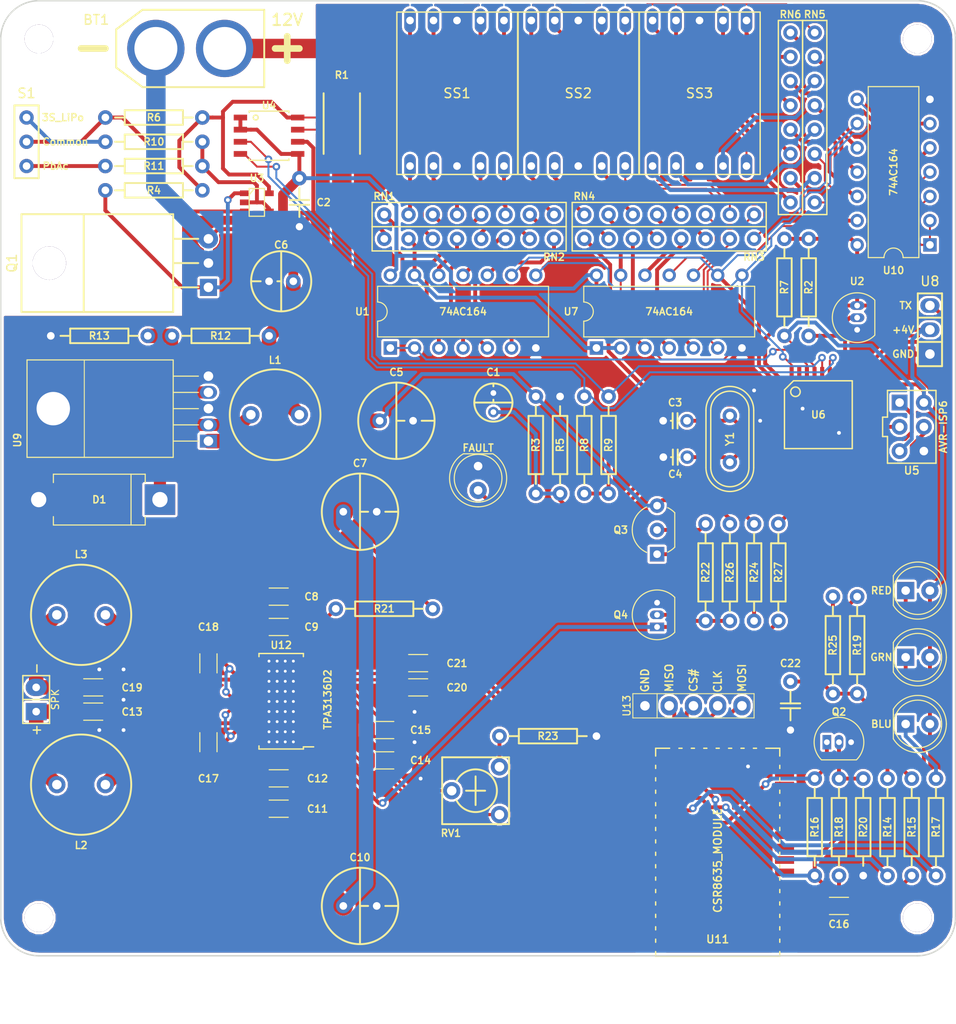
<source format=kicad_pcb>
(kicad_pcb (version 20171130) (host pcbnew "(5.0.0)")
  (layers (0 F.Cu signal) (31 B.Cu signal) (34 B.Paste user) (35 F.Paste user) (36 B.SilkS user) (37 F.SilkS user) (38 B.Mask user) (39 F.Mask user) (44 Edge.Cuts user))
  (net 0 "")
  (net 1 -BATT)
  (net 2 +BATT)
  (net 3 GND)
  (net 4 BATT_SNS)
  (net 5 +4V)
  (net 6 "Net-(C3-Pad1)")
  (net 7 "Net-(C4-Pad1)")
  (net 8 VDD)
  (net 9 "Net-(C13-Pad2)")
  (net 10 "Net-(C17-Pad1)")
  (net 11 "Net-(C17-Pad2)")
  (net 12 "Net-(C18-Pad2)")
  (net 13 "Net-(C18-Pad1)")
  (net 14 "Net-(C19-Pad2)")
  (net 15 SPK_RN)
  (net 16 "Net-(C20-Pad1)")
  (net 17 "Net-(C21-Pad1)")
  (net 18 SPK_RP)
  (net 19 1V8)
  (net 20 "Net-(D1-Pad1)")
  (net 21 "Net-(D2-Pad1)")
  (net 22 "Net-(D3-Pad1)")
  (net 23 "Net-(D4-Pad1)")
  (net 24 "Net-(D5-Pad2)")
  (net 25 "Net-(Q2-Pad2)")
  (net 26 "Net-(Q3-Pad1)")
  (net 27 "Net-(Q3-Pad2)")
  (net 28 "Net-(Q4-Pad2)")
  (net 29 "Net-(Q4-Pad1)")
  (net 30 DS18_DQ)
  (net 31 AVR_RST)
  (net 32 SDA)
  (net 33 SCL)
  (net 34 "Net-(R10-Pad1)")
  (net 35 "Net-(R11-Pad1)")
  (net 36 "Net-(R12-Pad2)")
  (net 37 LED_R)
  (net 38 LED_G)
  (net 39 LED_B)
  (net 40 "Net-(R19-Pad2)")
  (net 41 "Net-(R21-Pad2)")
  (net 42 "Net-(R23-Pad2)")
  (net 43 "Net-(R25-Pad2)")
  (net 44 AMP_SHDN)
  (net 45 "Net-(RN1-Pad8)")
  (net 46 "Net-(RN1-Pad7)")
  (net 47 "Net-(RN1-Pad6)")
  (net 48 "Net-(RN1-Pad5)")
  (net 49 "Net-(RN1-Pad4)")
  (net 50 "Net-(RN1-Pad3)")
  (net 51 "Net-(RN1-Pad2)")
  (net 52 "Net-(RN1-Pad1)")
  (net 53 "Net-(RN2-Pad1)")
  (net 54 "Net-(RN2-Pad2)")
  (net 55 "Net-(RN2-Pad3)")
  (net 56 "Net-(RN2-Pad4)")
  (net 57 "Net-(RN2-Pad5)")
  (net 58 "Net-(RN2-Pad6)")
  (net 59 "Net-(RN2-Pad7)")
  (net 60 "Net-(RN2-Pad8)")
  (net 61 "Net-(RN3-Pad8)")
  (net 62 "Net-(RN3-Pad7)")
  (net 63 "Net-(RN3-Pad6)")
  (net 64 "Net-(RN3-Pad5)")
  (net 65 "Net-(RN3-Pad4)")
  (net 66 "Net-(RN3-Pad3)")
  (net 67 "Net-(RN3-Pad2)")
  (net 68 "Net-(RN3-Pad1)")
  (net 69 "Net-(RN4-Pad1)")
  (net 70 "Net-(RN4-Pad2)")
  (net 71 "Net-(RN4-Pad3)")
  (net 72 "Net-(RN4-Pad4)")
  (net 73 "Net-(RN4-Pad5)")
  (net 74 "Net-(RN4-Pad6)")
  (net 75 "Net-(RN4-Pad7)")
  (net 76 "Net-(RN4-Pad8)")
  (net 77 "Net-(RN5-Pad8)")
  (net 78 "Net-(RN5-Pad7)")
  (net 79 "Net-(RN5-Pad6)")
  (net 80 "Net-(RN5-Pad5)")
  (net 81 "Net-(RN5-Pad4)")
  (net 82 "Net-(RN5-Pad3)")
  (net 83 "Net-(RN5-Pad2)")
  (net 84 "Net-(RN5-Pad1)")
  (net 85 "Net-(RN6-Pad1)")
  (net 86 "Net-(RN6-Pad2)")
  (net 87 "Net-(RN6-Pad3)")
  (net 88 "Net-(RN6-Pad4)")
  (net 89 "Net-(RN6-Pad5)")
  (net 90 "Net-(RN6-Pad6)")
  (net 91 "Net-(RN6-Pad7)")
  (net 92 "Net-(RN6-Pad8)")
  (net 93 "Net-(RV1-Pad2)")
  (net 94 LED_DT)
  (net 95 LED_CK)
  (net 96 LED_RST)
  (net 97 "Net-(U5-Pad1)")
  (net 98 "Net-(U6-Pad31)")
  (net 99 "Net-(U11-Pad21)")
  (net 100 "Net-(U11-Pad22)")
  (net 101 "Net-(U11-Pad23)")
  (net 102 "Net-(U11-Pad24)")
  (net 103 /MAX_VDIV)
  (net 104 /SW_GATE)
  (net 105 "Net-(C14-Pad1)")
  (net 106 "Net-(C15-Pad1)")
  (net 107 "Net-(C16-Pad2)")
  (net 108 /MFB)
  (net 109 "Net-(U5-Pad4)")
  (net 110 "Net-(U5-Pad3)")
  (module NovaBox:TO-220_Horizontal (layer F.Cu) (at 71.755 77.47 90)
    (fp_text reference Q1 (at 0 -20.58 90) (layer F.SilkS))
    (fp_text value IRF530NPbF hide)
    (pad 3 thru_hole oval (at 2.54 0 90) (size 1.8 1.8) (drill 1) (layers *.Cu *.Mask) (net 1 -BATT))
    (pad 2 thru_hole oval (at 0 0 90) (size 1.8 1.8) (drill 1) (layers *.Cu *.Mask) (net 3 GND))
    (pad 1 thru_hole rect (at -2.54 0 90) (size 1.8 1.8) (drill 1) (layers *.Cu *.Mask) (net 104 /SW_GATE))
    (pad "" thru_hole circle (at 0 -16.66 90) (size 3.5 3.5) (drill 3.5) (layers *.Cu *.Mask))
  )
  (module NovaBox:DIP-14_W7.62mm (layer F.Cu) (at 143.51 67.945 180)
    (fp_text reference U10 (at 0 -10.287 180) (layer F.SilkS) (effects (font (size 0.75 0.75))))
    (fp_text value 74AC164 (at 0 0 90) (layer F.SilkS) (effects (font (size 0.75 0.75))))
    (pad 14 thru_hole circle (at 3.81 -7.62 180) (size 1.4 1.4) (drill 0.8) (layers *.Cu *.Mask) (net 5 +4V))
    (pad 7 thru_hole circle (at -3.81 7.62 180) (size 1.4 1.4) (drill 0.8) (layers *.Cu *.Mask) (net 3 GND))
    (pad 13 thru_hole circle (at 3.81 -5.08 180) (size 1.4 1.4) (drill 0.8) (layers *.Cu *.Mask) (net 91 "Net-(RN6-Pad7)"))
    (pad 6 thru_hole circle (at -3.81 5.08 180) (size 1.4 1.4) (drill 0.8) (layers *.Cu *.Mask) (net 78 "Net-(RN5-Pad7)"))
    (pad 12 thru_hole circle (at 3.81 -2.54 180) (size 1.4 1.4) (drill 0.8) (layers *.Cu *.Mask) (net 89 "Net-(RN6-Pad5)"))
    (pad 5 thru_hole circle (at -3.81 2.54 180) (size 1.4 1.4) (drill 0.8) (layers *.Cu *.Mask) (net 80 "Net-(RN5-Pad5)"))
    (pad 11 thru_hole circle (at 3.81 0 180) (size 1.4 1.4) (drill 0.8) (layers *.Cu *.Mask) (net 87 "Net-(RN6-Pad3)"))
    (pad 4 thru_hole circle (at -3.81 0 180) (size 1.4 1.4) (drill 0.8) (layers *.Cu *.Mask) (net 82 "Net-(RN5-Pad3)"))
    (pad 10 thru_hole circle (at 3.81 2.54 180) (size 1.4 1.4) (drill 0.8) (layers *.Cu *.Mask) (net 85 "Net-(RN6-Pad1)"))
    (pad 3 thru_hole circle (at -3.81 -2.54 180) (size 1.4 1.4) (drill 0.8) (layers *.Cu *.Mask) (net 84 "Net-(RN5-Pad1)"))
    (pad 9 thru_hole circle (at 3.81 5.08 180) (size 1.4 1.4) (drill 0.8) (layers *.Cu *.Mask) (net 96 LED_RST))
    (pad 2 thru_hole circle (at -3.81 -5.08 180) (size 1.4 1.4) (drill 0.8) (layers *.Cu *.Mask) (net 75 "Net-(RN4-Pad7)"))
    (pad 8 thru_hole circle (at 3.81 7.62 180) (size 1.4 1.4) (drill 0.8) (layers *.Cu *.Mask) (net 95 LED_CK))
    (pad 1 thru_hole rect (at -3.81 -7.62 180) (size 1.4 1.4) (drill 0.8) (layers *.Cu *.Mask) (net 75 "Net-(RN4-Pad7)"))
  )
  (module NovaBox:R_10MM (layer F.Cu) (at 132.08 80.01 90)
    (fp_text reference R7 (at 0 0 90) (layer F.SilkS) (effects (font (size 0.75 0.75))))
    (fp_text value 10K hide)
    (pad 2 thru_hole circle (at 5.08 0 90) (size 1.524 1.524) (drill 0.8) (layers *.Cu *.Mask) (net 5 +4V))
    (pad 1 thru_hole circle (at -5.08 0 90) (size 1.524 1.524) (drill 0.8) (layers *.Cu *.Mask) (net 31 AVR_RST))
  )
  (module NovaBox:TO-220-5_Horizontal (layer F.Cu) (at 71.755 92.71 90)
    (fp_text reference U9 (at -3.302 -20 90) (layer F.SilkS) (effects (font (size 0.75 0.75))))
    (fp_text value LM2576T-ADJ hide)
    (pad 5 thru_hole oval (at 3.4 0 90) (size 1.35 1.8) (drill 1) (layers *.Cu *.Mask) (net 3 GND))
    (pad 4 thru_hole oval (at 1.7 0 90) (size 1.35 1.8) (drill 1) (layers *.Cu *.Mask) (net 36 "Net-(R12-Pad2)"))
    (pad 3 thru_hole oval (at 0 0 90) (size 1.35 1.8) (drill 1) (layers *.Cu *.Mask) (net 3 GND))
    (pad 2 thru_hole oval (at -1.7 0 90) (size 1.35 1.8) (drill 1) (layers *.Cu *.Mask) (net 20 "Net-(D1-Pad1)"))
    (pad 1 thru_hole rect (at -3.4 0 90) (size 1.35 1.8) (drill 1) (layers *.Cu *.Mask) (net 8 VDD))
    (pad 3 thru_hole oval (at 0 -16.25 90) (size 8 5) (drill 3.5) (layers *.Cu *.Mask) (net 3 GND))
  )
  (module NovaBox:C_2.5MM (layer F.Cu) (at 120.63 93.98 180)
    (fp_text reference C3 (at 0 1.905 180) (layer F.SilkS) (effects (font (size 0.75 0.75))))
    (fp_text value 22pF hide)
    (pad 2 thru_hole circle (at 1.25 0 180) (size 1.4 1.4) (drill 0.8) (layers *.Cu *.Mask) (net 3 GND))
    (pad 1 thru_hole circle (at -1.25 0 180) (size 1.4 1.4) (drill 0.8) (layers *.Cu *.Mask) (net 6 "Net-(C3-Pad1)"))
  )
  (module NovaBox:C_2.5MM (layer F.Cu) (at 120.65 97.79 180)
    (fp_text reference C4 (at 0 -1.778 180) (layer F.SilkS) (effects (font (size 0.75 0.75))))
    (fp_text value 22pF hide)
    (pad 2 thru_hole circle (at 1.25 0 180) (size 1.4 1.4) (drill 0.8) (layers *.Cu *.Mask) (net 3 GND))
    (pad 1 thru_hole circle (at -1.25 0 180) (size 1.4 1.4) (drill 0.8) (layers *.Cu *.Mask) (net 7 "Net-(C4-Pad1)"))
  )
  (module NovaBox:DIP-14_W7.62mm (layer F.Cu) (at 98.425 82.55 90)
    (fp_text reference U1 (at 0 -10.541 180) (layer F.SilkS) (effects (font (size 0.75 0.75))))
    (fp_text value 74AC164 (at 0 0) (layer F.SilkS) (effects (font (size 0.75 0.75))))
    (pad 14 thru_hole circle (at 3.81 -7.62 90) (size 1.4 1.4) (drill 0.8) (layers *.Cu *.Mask) (net 5 +4V))
    (pad 7 thru_hole circle (at -3.81 7.62 90) (size 1.4 1.4) (drill 0.8) (layers *.Cu *.Mask) (net 3 GND))
    (pad 13 thru_hole circle (at 3.81 -5.08 90) (size 1.4 1.4) (drill 0.8) (layers *.Cu *.Mask) (net 59 "Net-(RN2-Pad7)"))
    (pad 6 thru_hole circle (at -3.81 5.08 90) (size 1.4 1.4) (drill 0.8) (layers *.Cu *.Mask) (net 46 "Net-(RN1-Pad7)"))
    (pad 12 thru_hole circle (at 3.81 -2.54 90) (size 1.4 1.4) (drill 0.8) (layers *.Cu *.Mask) (net 57 "Net-(RN2-Pad5)"))
    (pad 5 thru_hole circle (at -3.81 2.54 90) (size 1.4 1.4) (drill 0.8) (layers *.Cu *.Mask) (net 48 "Net-(RN1-Pad5)"))
    (pad 11 thru_hole circle (at 3.81 0 90) (size 1.4 1.4) (drill 0.8) (layers *.Cu *.Mask) (net 55 "Net-(RN2-Pad3)"))
    (pad 4 thru_hole circle (at -3.81 0 90) (size 1.4 1.4) (drill 0.8) (layers *.Cu *.Mask) (net 50 "Net-(RN1-Pad3)"))
    (pad 10 thru_hole circle (at 3.81 2.54 90) (size 1.4 1.4) (drill 0.8) (layers *.Cu *.Mask) (net 53 "Net-(RN2-Pad1)"))
    (pad 3 thru_hole circle (at -3.81 -2.54 90) (size 1.4 1.4) (drill 0.8) (layers *.Cu *.Mask) (net 52 "Net-(RN1-Pad1)"))
    (pad 9 thru_hole circle (at 3.81 5.08 90) (size 1.4 1.4) (drill 0.8) (layers *.Cu *.Mask) (net 96 LED_RST))
    (pad 2 thru_hole circle (at -3.81 -5.08 90) (size 1.4 1.4) (drill 0.8) (layers *.Cu *.Mask) (net 94 LED_DT))
    (pad 8 thru_hole circle (at 3.81 7.62 90) (size 1.4 1.4) (drill 0.8) (layers *.Cu *.Mask) (net 95 LED_CK))
    (pad 1 thru_hole rect (at -3.81 -7.62 90) (size 1.4 1.4) (drill 0.8) (layers *.Cu *.Mask) (net 94 LED_DT))
  )
  (module NovaBox:DIP-14_W7.62mm (layer F.Cu) (at 120.015 82.55 90)
    (fp_text reference U7 (at 0 -10.287 180) (layer F.SilkS) (effects (font (size 0.75 0.75))))
    (fp_text value 74AC164 (at 0 0) (layer F.SilkS) (effects (font (size 0.75 0.75))))
    (pad 14 thru_hole circle (at 3.81 -7.62 90) (size 1.4 1.4) (drill 0.8) (layers *.Cu *.Mask) (net 5 +4V))
    (pad 7 thru_hole circle (at -3.81 7.62 90) (size 1.4 1.4) (drill 0.8) (layers *.Cu *.Mask) (net 3 GND))
    (pad 13 thru_hole circle (at 3.81 -5.08 90) (size 1.4 1.4) (drill 0.8) (layers *.Cu *.Mask) (net 75 "Net-(RN4-Pad7)"))
    (pad 6 thru_hole circle (at -3.81 5.08 90) (size 1.4 1.4) (drill 0.8) (layers *.Cu *.Mask) (net 62 "Net-(RN3-Pad7)"))
    (pad 12 thru_hole circle (at 3.81 -2.54 90) (size 1.4 1.4) (drill 0.8) (layers *.Cu *.Mask) (net 73 "Net-(RN4-Pad5)"))
    (pad 5 thru_hole circle (at -3.81 2.54 90) (size 1.4 1.4) (drill 0.8) (layers *.Cu *.Mask) (net 64 "Net-(RN3-Pad5)"))
    (pad 11 thru_hole circle (at 3.81 0 90) (size 1.4 1.4) (drill 0.8) (layers *.Cu *.Mask) (net 71 "Net-(RN4-Pad3)"))
    (pad 4 thru_hole circle (at -3.81 0 90) (size 1.4 1.4) (drill 0.8) (layers *.Cu *.Mask) (net 66 "Net-(RN3-Pad3)"))
    (pad 10 thru_hole circle (at 3.81 2.54 90) (size 1.4 1.4) (drill 0.8) (layers *.Cu *.Mask) (net 69 "Net-(RN4-Pad1)"))
    (pad 3 thru_hole circle (at -3.81 -2.54 90) (size 1.4 1.4) (drill 0.8) (layers *.Cu *.Mask) (net 68 "Net-(RN3-Pad1)"))
    (pad 9 thru_hole circle (at 3.81 5.08 90) (size 1.4 1.4) (drill 0.8) (layers *.Cu *.Mask) (net 96 LED_RST))
    (pad 2 thru_hole circle (at -3.81 -5.08 90) (size 1.4 1.4) (drill 0.8) (layers *.Cu *.Mask) (net 59 "Net-(RN2-Pad7)"))
    (pad 8 thru_hole circle (at 3.81 7.62 90) (size 1.4 1.4) (drill 0.8) (layers *.Cu *.Mask) (net 95 LED_CK))
    (pad 1 thru_hole rect (at -3.81 -7.62 90) (size 1.4 1.4) (drill 0.8) (layers *.Cu *.Mask) (net 59 "Net-(RN2-Pad7)"))
  )
  (module NovaBox:Crystal_HC49-U_Vertical (layer F.Cu) (at 126.365 95.885 270)
    (fp_text reference Y1 (at 0 0 270) (layer F.SilkS) (effects (font (size 0.8128 0.8128) (thickness 0.1524))))
    (fp_text value 16MHz hide)
    (pad 2 thru_hole circle (at 2.44 0 270) (size 1.50114 1.50114) (drill 0.8) (layers *.Cu *.Mask) (net 7 "Net-(C4-Pad1)"))
    (pad 1 thru_hole circle (at -2.44 0 270) (size 1.50114 1.50114) (drill 0.8) (layers *.Cu *.Mask) (net 6 "Net-(C3-Pad1)"))
  )
  (module NovaBox:DBG_TX (layer F.Cu) (at 147.32 84.455 180)
    (fp_text reference U8 (at 0 5.08 180) (layer F.SilkS))
    (fp_text value DBG hide)
    (fp_text user TX (at 2.54 2.54 180) (layer F.SilkS) (effects (font (size 0.75 0.75))))
    (fp_text user +4V (at 2.794 0 180) (layer F.SilkS) (effects (font (size 0.75 0.75))))
    (fp_text user GND (at 2.794 -2.54 180) (layer F.SilkS) (effects (font (size 0.75 0.75))))
    (pad 3 thru_hole oval (at 0 2.54 270) (size 1.524 2) (drill 1) (layers *.Cu *.Mask) (net 98 "Net-(U6-Pad31)"))
    (pad 2 thru_hole oval (at 0 0 270) (size 1.524 2) (drill 1) (layers *.Cu *.Mask) (net 5 +4V))
    (pad 1 thru_hole rect (at 0 -2.54 270) (size 1.524 2) (drill 1) (layers *.Cu *.Mask) (net 3 GND))
  )
  (module NovaBox:CSR_DebugSmall (layer F.Cu) (at 122.555 123.825)
    (fp_text reference U13 (at -6.985 0 90) (layer F.SilkS) (effects (font (size 0.762 0.762) (thickness 0.127))))
    (fp_text value CSR_DebugSmall hide)
    (fp_text user GND (at -5.08 -2.667 90) (layer F.SilkS) (effects (font (size 0.8128 0.8128) (thickness 0.1524))))
    (fp_text user MISO (at -2.54 -2.921 90) (layer F.SilkS) (effects (font (size 0.8128 0.8128) (thickness 0.1524))))
    (fp_text user CS# (at 0 -2.667 90) (layer F.SilkS) (effects (font (size 0.8128 0.8128) (thickness 0.1524))))
    (fp_text user CLK (at 2.54 -2.54 90) (layer F.SilkS) (effects (font (size 0.8128 0.8128) (thickness 0.1524))))
    (fp_text user MOSI (at 5.08 -2.921 90) (layer F.SilkS) (effects (font (size 0.8128 0.8128) (thickness 0.1524))))
    (pad 1 thru_hole oval (at 5.08 0) (size 1.8 2) (drill 1) (layers *.Cu *.Mask) (net 99 "Net-(U11-Pad21)"))
    (pad 2 thru_hole oval (at 2.54 0) (size 1.8 2) (drill 1) (layers *.Cu *.Mask) (net 100 "Net-(U11-Pad22)"))
    (pad 3 thru_hole oval (at 0 0) (size 1.8 2) (drill 1) (layers *.Cu *.Mask) (net 101 "Net-(U11-Pad23)"))
    (pad 4 thru_hole oval (at -2.54 0) (size 1.8 2) (drill 1) (layers *.Cu *.Mask) (net 102 "Net-(U11-Pad24)"))
    (pad 5 thru_hole rect (at -5.08 0) (size 1.8 2) (drill 1) (layers *.Cu *.Mask) (net 3 GND))
  )
  (module NovaBox:XT60-M (layer F.Cu) (at 69.85 55)
    (fp_text reference BT1 (at -9.85 -3) (layer F.SilkS))
    (fp_text value 12V (at 10.15 -3) (layer F.SilkS) (effects (font (size 1.2 1.2) (thickness 0.2))))
    (pad 1 thru_hole circle (at 3.6 0) (size 6 6) (drill 4.5) (layers *.Cu *.Mask) (net 2 +BATT))
    (pad 2 thru_hole circle (at -3.6 0) (size 6 6) (drill 4.5) (layers *.Cu *.Mask) (net 1 -BATT))
  )
  (module NovaBox:7seg_14.2mm (layer F.Cu) (at 97.79 59.69)
    (fp_text reference SS1 (at 0 0) (layer F.SilkS))
    (fp_text value SEVSEG)
    (pad 10 thru_hole oval (at -4.92 -7.62) (size 1.2 2.5) (drill 0.8) (layers *.Cu *.Mask) (net 60 "Net-(RN2-Pad8)"))
    (pad 9 thru_hole oval (at -2.46 -7.62) (size 1.2 2.5) (drill 0.8) (layers *.Cu *.Mask) (net 58 "Net-(RN2-Pad6)"))
    (pad 8 thru_hole oval (at 0 -7.62) (size 1.2 2.5) (drill 0.8) (layers *.Cu *.Mask) (net 3 GND))
    (pad 7 thru_hole oval (at 2.46 -7.62) (size 1.2 2.5) (drill 0.8) (layers *.Cu *.Mask) (net 56 "Net-(RN2-Pad4)"))
    (pad 6 thru_hole oval (at 4.92 -7.62) (size 1.2 2.5) (drill 0.8) (layers *.Cu *.Mask) (net 54 "Net-(RN2-Pad2)"))
    (pad 5 thru_hole oval (at 4.92 7.62) (size 1.2 2.5) (drill 0.8) (layers *.Cu *.Mask) (net 45 "Net-(RN1-Pad8)"))
    (pad 4 thru_hole oval (at 2.46 7.62) (size 1.2 2.5) (drill 0.8) (layers *.Cu *.Mask) (net 47 "Net-(RN1-Pad6)"))
    (pad 3 thru_hole oval (at 0 7.62) (size 1.2 2.5) (drill 0.8) (layers *.Cu *.Mask) (net 3 GND))
    (pad 2 thru_hole oval (at -2.46 7.62) (size 1.2 2.5) (drill 0.8) (layers *.Cu *.Mask) (net 49 "Net-(RN1-Pad4)"))
    (pad 1 thru_hole oval (at -4.92 7.62) (size 1.2 2.5) (drill 0.8) (layers *.Cu *.Mask) (net 51 "Net-(RN1-Pad2)"))
  )
  (module NovaBox:AVR_ISP6 (layer F.Cu) (at 145.415 94.615)
    (fp_text reference U5 (at 0 4.572) (layer F.SilkS) (effects (font (size 0.8128 0.8128) (thickness 0.1524))))
    (fp_text value AVR-ISP6 (at 3.302 0 90) (layer F.SilkS) (effects (font (size 0.75 0.75))))
    (pad 5 thru_hole circle (at -1.27 2.54) (size 1.65 1.65) (drill 0.9) (layers *.Cu *.Mask) (net 31 AVR_RST))
    (pad 6 thru_hole circle (at 1.27 2.54) (size 1.65 1.65) (drill 0.9) (layers *.Cu *.Mask) (net 3 GND))
    (pad 4 thru_hole circle (at 1.27 0) (size 1.65 1.65) (drill 0.9) (layers *.Cu *.Mask) (net 109 "Net-(U5-Pad4)"))
    (pad 2 thru_hole circle (at 1.27 -2.54) (size 1.65 1.65) (drill 0.9) (layers *.Cu *.Mask) (net 5 +4V))
    (pad 1 thru_hole rect (at -1.27 -2.54) (size 1.65 1.65) (drill 0.9) (layers *.Cu *.Mask) (net 97 "Net-(U5-Pad1)"))
    (pad 3 thru_hole circle (at -1.27 0) (size 1.65 1.65) (drill 0.9) (layers *.Cu *.Mask) (net 110 "Net-(U5-Pad3)"))
  )
  (module NovaBox:R_2512 (layer F.Cu) (at 85.725 62.865 90)
    (fp_text reference R1 (at 5.08 0 180) (layer F.SilkS) (effects (font (size 0.75 0.75))))
    (fp_text value 0.075R hide)
    (pad 1 smd rect (at -3.35 0 90) (size 1.9 3.2) (layers F.Cu F.Paste F.Mask) (net 8 VDD))
    (pad 2 smd rect (at 3.35 0 90) (size 1.95 3.2) (layers F.Cu F.Paste F.Mask) (net 2 +BATT))
  )
  (module NovaBox:SOIC-8_3.9x4.9mm_Pitch1.27mm (layer F.Cu) (at 78.105 64.135)
    (fp_text reference U4 (at 0 -3.175) (layer F.SilkS) (effects (font (size 0.75 0.75))))
    (fp_text value INA219_SOIC)
    (pad 8 smd rect (at 3 -1.905) (size 1.4 0.6) (layers F.Cu F.Paste F.Mask) (net 2 +BATT))
    (pad 7 smd rect (at 3 -0.635) (size 1.4 0.6) (layers F.Cu F.Paste F.Mask) (net 8 VDD))
    (pad 6 smd rect (at 3 0.635) (size 1.4 0.6) (layers F.Cu F.Paste F.Mask) (net 3 GND))
    (pad 5 smd rect (at 3 1.905) (size 1.4 0.6) (layers F.Cu F.Paste F.Mask) (net 5 +4V))
    (pad 4 smd rect (at -3 1.905) (size 1.4 0.6) (layers F.Cu F.Paste F.Mask) (net 33 SCL))
    (pad 3 smd rect (at -3 0.635) (size 1.4 0.6) (layers F.Cu F.Paste F.Mask) (net 32 SDA))
    (pad 2 smd rect (at -3 -0.635) (size 1.4 0.6) (layers F.Cu F.Paste F.Mask) (net 5 +4V))
    (pad 1 smd rect (at -3 -1.905) (size 1.4 0.6) (layers F.Cu F.Paste F.Mask) (net 5 +4V))
  )
  (module NovaBox:TQFP-32_7x7mm_Pitch0.8mm (layer F.Cu) (at 135.636 93.345)
    (fp_text reference U6 (at 0 0) (layer F.SilkS) (effects (font (size 0.75 0.75))))
    (fp_text value ATMEGA8-16AU hide)
    (pad 32 smd rect (at -2.8 -4.5) (size 0.43 1) (layers F.Cu F.Paste F.Mask) (net 95 LED_CK))
    (pad 31 smd rect (at -2 -4.5) (size 0.43 1) (layers F.Cu F.Paste F.Mask) (net 98 "Net-(U6-Pad31)"))
    (pad 30 smd rect (at -1.2 -4.5) (size 0.43 1) (layers F.Cu F.Paste F.Mask) (net 94 LED_DT))
    (pad 29 smd rect (at -0.4 -4.5) (size 0.43 1) (layers F.Cu F.Paste F.Mask) (net 31 AVR_RST))
    (pad 28 smd rect (at 0.4 -4.5) (size 0.43 1) (layers F.Cu F.Paste F.Mask) (net 33 SCL))
    (pad 27 smd rect (at 1.2 -4.5) (size 0.43 1) (layers F.Cu F.Paste F.Mask) (net 32 SDA))
    (pad 26 smd rect (at 2 -4.5) (size 0.43 1) (layers F.Cu F.Paste F.Mask))
    (pad 25 smd rect (at 2.8 -4.5) (size 0.43 1) (layers F.Cu F.Paste F.Mask) (net 30 DS18_DQ))
    (pad 24 smd rect (at 4.5 -2.8) (size 1 0.43) (layers F.Cu F.Paste F.Mask))
    (pad 23 smd rect (at 4.5 -2) (size 1 0.43) (layers F.Cu F.Paste F.Mask) (net 4 BATT_SNS))
    (pad 22 smd rect (at 4.5 -1.2) (size 1 0.43) (layers F.Cu F.Paste F.Mask))
    (pad 21 smd rect (at 4.5 -0.4) (size 1 0.43) (layers F.Cu F.Paste F.Mask) (net 3 GND))
    (pad 20 smd rect (at 4.5 0.4) (size 1 0.43) (layers F.Cu F.Paste F.Mask))
    (pad 19 smd rect (at 4.5 1.2) (size 1 0.43) (layers F.Cu F.Paste F.Mask))
    (pad 18 smd rect (at 4.5 2) (size 1 0.43) (layers F.Cu F.Paste F.Mask) (net 5 +4V))
    (pad 17 smd rect (at 4.5 2.8) (size 1 0.43) (layers F.Cu F.Paste F.Mask) (net 110 "Net-(U5-Pad3)"))
    (pad 16 smd rect (at 2.8 4.5) (size 0.43 1) (layers F.Cu F.Paste F.Mask) (net 97 "Net-(U5-Pad1)"))
    (pad 15 smd rect (at 2 4.5) (size 0.43 1) (layers F.Cu F.Paste F.Mask) (net 109 "Net-(U5-Pad4)"))
    (pad 14 smd rect (at 1.2 4.5) (size 0.43 1) (layers F.Cu F.Paste F.Mask))
    (pad 13 smd rect (at 0.4 4.5) (size 0.43 1) (layers F.Cu F.Paste F.Mask))
    (pad 12 smd rect (at -0.4 4.5) (size 0.43 1) (layers F.Cu F.Paste F.Mask))
    (pad 11 smd rect (at -1.2 4.5) (size 0.43 1) (layers F.Cu F.Paste F.Mask))
    (pad 10 smd rect (at -2 4.5) (size 0.43 1) (layers F.Cu F.Paste F.Mask))
    (pad 9 smd rect (at -2.8 4.5) (size 0.43 1) (layers F.Cu F.Paste F.Mask) (net 44 AMP_SHDN))
    (pad 8 smd rect (at -4.5 2.8) (size 1 0.43) (layers F.Cu F.Paste F.Mask) (net 7 "Net-(C4-Pad1)"))
    (pad 7 smd rect (at -4.5 2) (size 1 0.43) (layers F.Cu F.Paste F.Mask) (net 6 "Net-(C3-Pad1)"))
    (pad 6 smd rect (at -4.5 1.2) (size 1 0.43) (layers F.Cu F.Paste F.Mask) (net 5 +4V))
    (pad 5 smd rect (at -4.5 0.4) (size 1 0.43) (layers F.Cu F.Paste F.Mask) (net 3 GND))
    (pad 4 smd rect (at -4.5 -0.4) (size 1 0.43) (layers F.Cu F.Paste F.Mask) (net 5 +4V))
    (pad 3 smd rect (at -4.5 -1.2) (size 1 0.43) (layers F.Cu F.Paste F.Mask) (net 3 GND))
    (pad 2 smd rect (at -4.5 -2) (size 1 0.43) (layers F.Cu F.Paste F.Mask))
    (pad 1 smd rect (at -4.5 -2.8) (size 1 0.43) (layers F.Cu F.Paste F.Mask) (net 96 LED_RST))
  )
  (module NovaBox:C_5MM (layer F.Cu) (at 81.28 71.12 90)
    (fp_text reference C2 (at 0 2.54 180) (layer F.SilkS) (effects (font (size 0.75 0.75))))
    (fp_text value 100nF hide)
    (pad 2 thru_hole circle (at 2.54 0 90) (size 1.524 1.524) (drill 0.762) (layers *.Cu *.Mask) (net 5 +4V))
    (pad 1 thru_hole circle (at -2.54 0 90) (size 1.524 1.524) (drill 0.762) (layers *.Cu *.Mask) (net 3 GND))
  )
  (module NovaBox:C_5MM (layer F.Cu) (at 132.715 123.825 90)
    (fp_text reference C22 (at 4.445 0) (layer F.SilkS) (effects (font (size 0.75 0.75))))
    (fp_text value 100nF hide)
    (pad 2 thru_hole circle (at 2.54 0 90) (size 1.524 1.524) (drill 0.762) (layers *.Cu *.Mask) (net 19 1V8))
    (pad 1 thru_hole circle (at -2.54 0 90) (size 1.524 1.524) (drill 0.762) (layers *.Cu *.Mask) (net 3 GND))
  )
  (module NovaBox:DO-201AD_P12.70mm_Horizontal (layer F.Cu) (at 60.325 102.235 180)
    (fp_text reference D1 (at 0 0) (layer F.SilkS) (effects (font (size 0.75 0.75))))
    (fp_text value 1N5822 hide)
    (pad 2 thru_hole oval (at 6.35 0 180) (size 3.2 3.2) (drill 1.6) (layers *.Cu *.Mask) (net 3 GND))
    (pad 1 thru_hole rect (at -6.35 0 180) (size 3.2 3.2) (drill 1.6) (layers *.Cu *.Mask) (net 20 "Net-(D1-Pad1)"))
  )
  (module NovaBox:COIL_D9_P2.54 (layer F.Cu) (at 78.74 93.345)
    (fp_text reference L1 (at 0 -5.715) (layer F.SilkS) (effects (font (size 0.75 0.75))))
    (fp_text value 680μH hide)
    (pad 2 thru_hole circle (at 2.54 0) (size 1.8 1.8) (drill 1) (layers *.Cu *.Mask) (net 5 +4V))
    (pad 1 thru_hole circle (at -2.54 0) (size 1.8 1.8) (drill 1) (layers *.Cu *.Mask) (net 20 "Net-(D1-Pad1)"))
  )
  (module NovaBox:COIL_DR0810 (layer F.Cu) (at 58.42 132.08 180)
    (fp_text reference L2 (at 0 -6.35) (layer F.SilkS) (effects (font (size 0.75 0.75))))
    (fp_text value 10μH hide)
    (pad 2 thru_hole circle (at 2.54 0 180) (size 1.8 1.8) (drill 1) (layers *.Cu *.Mask) (net 9 "Net-(C13-Pad2)"))
    (pad 1 thru_hole circle (at -2.54 0 180) (size 1.8 1.8) (drill 1) (layers *.Cu *.Mask) (net 10 "Net-(C17-Pad1)"))
  )
  (module NovaBox:COIL_DR0810 (layer F.Cu) (at 58.42 114.3 180)
    (fp_text reference L3 (at 0 6.326249) (layer F.SilkS) (effects (font (size 0.75 0.75))))
    (fp_text value 10μH hide)
    (pad 2 thru_hole circle (at 2.54 0 180) (size 1.8 1.8) (drill 1) (layers *.Cu *.Mask) (net 14 "Net-(C19-Pad2)"))
    (pad 1 thru_hole circle (at -2.54 0 180) (size 1.8 1.8) (drill 1) (layers *.Cu *.Mask) (net 13 "Net-(C18-Pad1)"))
  )
  (module NovaBox:TO-92_Inline_Narrow_Oval (layer F.Cu) (at 137.795 127.635)
    (fp_text reference Q2 (at 0 -3.175 180) (layer F.SilkS) (effects (font (size 0.75 0.75))))
    (fp_text value BC547)
    (pad 2 thru_hole oval (at 0 0 180) (size 0.9 1.5) (drill 0.6) (layers *.Cu *.Mask) (net 25 "Net-(Q2-Pad2)"))
    (pad 3 thru_hole oval (at 1.27 0 180) (size 0.9 1.5) (drill 0.6) (layers *.Cu *.Mask) (net 3 GND))
    (pad 1 thru_hole rect (at -1.27 0 180) (size 0.9 1.5) (drill 0.6) (layers *.Cu *.Mask) (net 108 /MFB))
  )
  (module NovaBox:TO-92_Inline_Wide (layer F.Cu) (at 118.745 105.41 90)
    (fp_text reference Q3 (at 0 -3.81) (layer F.SilkS) (effects (font (size 0.75 0.75))))
    (fp_text value BC557 hide)
    (pad 2 thru_hole circle (at 0 0 180) (size 1.52 1.52) (drill 0.8) (layers *.Cu *.Mask) (net 27 "Net-(Q3-Pad2)"))
    (pad 3 thru_hole circle (at 2.54 0 180) (size 1.52 1.52) (drill 0.8) (layers *.Cu *.Mask) (net 8 VDD))
    (pad 1 thru_hole rect (at -2.54 0 180) (size 1.52 1.52) (drill 0.8) (layers *.Cu *.Mask) (net 26 "Net-(Q3-Pad1)"))
  )
  (module NovaBox:TO-92_Inline_Narrow_Oval (layer F.Cu) (at 118.745 114.3 90)
    (fp_text reference Q4 (at 0 -3.81 180) (layer F.SilkS) (effects (font (size 0.75 0.75))))
    (fp_text value BC547)
    (pad 2 thru_hole oval (at 0 0 270) (size 0.9 1.5) (drill 0.6) (layers *.Cu *.Mask) (net 28 "Net-(Q4-Pad2)"))
    (pad 3 thru_hole oval (at 1.27 0 270) (size 0.9 1.5) (drill 0.6) (layers *.Cu *.Mask) (net 3 GND))
    (pad 1 thru_hole rect (at -1.27 0 270) (size 0.9 1.5) (drill 0.6) (layers *.Cu *.Mask) (net 29 "Net-(Q4-Pad1)"))
  )
  (module NovaBox:R_10MM (layer F.Cu) (at 134.62 80.01 270)
    (fp_text reference R2 (at 0 0 270) (layer F.SilkS) (effects (font (size 0.75 0.75))))
    (fp_text value 4K7 hide)
    (pad 2 thru_hole circle (at 5.08 0 270) (size 1.524 1.524) (drill 0.8) (layers *.Cu *.Mask) (net 30 DS18_DQ))
    (pad 1 thru_hole circle (at -5.08 0 270) (size 1.524 1.524) (drill 0.8) (layers *.Cu *.Mask) (net 5 +4V))
  )
  (module NovaBox:R_10MM (layer F.Cu) (at 106.045 96.52 270)
    (fp_text reference R3 (at 0 0 270) (layer F.SilkS) (effects (font (size 0.75 0.75))))
    (fp_text value 1K hide)
    (pad 2 thru_hole circle (at 5.08 0 270) (size 1.524 1.524) (drill 0.8) (layers *.Cu *.Mask) (net 4 BATT_SNS))
    (pad 1 thru_hole circle (at -5.08 0 270) (size 1.524 1.524) (drill 0.8) (layers *.Cu *.Mask) (net 8 VDD))
  )
  (module NovaBox:R_10MM (layer F.Cu) (at 66.04 69.85)
    (fp_text reference R4 (at 0 0) (layer F.SilkS) (effects (font (size 0.75 0.75))))
    (fp_text value 10K hide)
    (pad 2 thru_hole circle (at 5.08 0) (size 1.524 1.524) (drill 0.8) (layers *.Cu *.Mask) (net 2 +BATT))
    (pad 1 thru_hole circle (at -5.08 0) (size 1.524 1.524) (drill 0.8) (layers *.Cu *.Mask) (net 104 /SW_GATE))
  )
  (module NovaBox:R_10MM (layer F.Cu) (at 108.585 96.52 90)
    (fp_text reference R5 (at 0 0 90) (layer F.SilkS) (effects (font (size 0.75 0.75))))
    (fp_text value 1K hide)
    (pad 2 thru_hole circle (at 5.08 0 90) (size 1.524 1.524) (drill 0.8) (layers *.Cu *.Mask) (net 3 GND))
    (pad 1 thru_hole circle (at -5.08 0 90) (size 1.524 1.524) (drill 0.8) (layers *.Cu *.Mask) (net 4 BATT_SNS))
  )
  (module NovaBox:R_10MM (layer F.Cu) (at 66.04 62.23 180)
    (fp_text reference R6 (at 0 0 180) (layer F.SilkS) (effects (font (size 0.75 0.75))))
    (fp_text value R hide)
    (pad 2 thru_hole circle (at 5.08 0 180) (size 1.524 1.524) (drill 0.8) (layers *.Cu *.Mask) (net 103 /MAX_VDIV))
    (pad 1 thru_hole circle (at -5.08 0 180) (size 1.524 1.524) (drill 0.8) (layers *.Cu *.Mask) (net 2 +BATT))
  )
  (module NovaBox:R_10MM (layer F.Cu) (at 111.125 96.52 270)
    (fp_text reference R8 (at 0 0 270) (layer F.SilkS) (effects (font (size 0.75 0.75))))
    (fp_text value 4K7 hide)
    (pad 2 thru_hole circle (at 5.08 0 270) (size 1.524 1.524) (drill 0.8) (layers *.Cu *.Mask) (net 5 +4V))
    (pad 1 thru_hole circle (at -5.08 0 270) (size 1.524 1.524) (drill 0.8) (layers *.Cu *.Mask) (net 32 SDA))
  )
  (module NovaBox:R_10MM (layer F.Cu) (at 113.665 96.52 270)
    (fp_text reference R9 (at 0 0 270) (layer F.SilkS) (effects (font (size 0.75 0.75))))
    (fp_text value 4K7 hide)
    (pad 2 thru_hole circle (at 5.08 0 270) (size 1.524 1.524) (drill 0.8) (layers *.Cu *.Mask) (net 5 +4V))
    (pad 1 thru_hole circle (at -5.08 0 270) (size 1.524 1.524) (drill 0.8) (layers *.Cu *.Mask) (net 33 SCL))
  )
  (module NovaBox:R_10MM (layer F.Cu) (at 66.04 64.77)
    (fp_text reference R10 (at 0 0) (layer F.SilkS) (effects (font (size 0.75 0.75))))
    (fp_text value R hide)
    (pad 2 thru_hole circle (at 5.08 0) (size 1.524 1.524) (drill 0.8) (layers *.Cu *.Mask) (net 1 -BATT))
    (pad 1 thru_hole circle (at -5.08 0) (size 1.524 1.524) (drill 0.8) (layers *.Cu *.Mask) (net 34 "Net-(R10-Pad1)"))
  )
  (module NovaBox:R_10MM (layer F.Cu) (at 66.04 67.31)
    (fp_text reference R11 (at 0 0) (layer F.SilkS) (effects (font (size 0.75 0.75))))
    (fp_text value R hide)
    (pad 2 thru_hole circle (at 5.08 0) (size 1.524 1.524) (drill 0.8) (layers *.Cu *.Mask) (net 1 -BATT))
    (pad 1 thru_hole circle (at -5.08 0) (size 1.524 1.524) (drill 0.8) (layers *.Cu *.Mask) (net 35 "Net-(R11-Pad1)"))
  )
  (module NovaBox:R_10MM (layer F.Cu) (at 73.025 85.09 180)
    (fp_text reference R12 (at 0 0 180) (layer F.SilkS) (effects (font (size 0.75 0.75))))
    (fp_text value 2K7 hide)
    (pad 2 thru_hole circle (at 5.08 0 180) (size 1.524 1.524) (drill 0.8) (layers *.Cu *.Mask) (net 36 "Net-(R12-Pad2)"))
    (pad 1 thru_hole circle (at -5.08 0 180) (size 1.524 1.524) (drill 0.8) (layers *.Cu *.Mask) (net 5 +4V))
  )
  (module NovaBox:R_10MM (layer F.Cu) (at 60.325 85.09 180)
    (fp_text reference R13 (at 0 0 180) (layer F.SilkS) (effects (font (size 0.75 0.75))))
    (fp_text value 1K2 hide)
    (pad 2 thru_hole circle (at 5.08 0 180) (size 1.524 1.524) (drill 0.8) (layers *.Cu *.Mask) (net 3 GND))
    (pad 1 thru_hole circle (at -5.08 0 180) (size 1.524 1.524) (drill 0.8) (layers *.Cu *.Mask) (net 36 "Net-(R12-Pad2)"))
  )
  (module NovaBox:R_10MM (layer F.Cu) (at 142.875 136.525 90)
    (fp_text reference R14 (at 0 0 90) (layer F.SilkS) (effects (font (size 0.75 0.75))))
    (fp_text value 470 hide)
    (pad 2 thru_hole circle (at 5.08 0 90) (size 1.524 1.524) (drill 0.8) (layers *.Cu *.Mask) (net 21 "Net-(D2-Pad1)"))
    (pad 1 thru_hole circle (at -5.08 0 90) (size 1.524 1.524) (drill 0.8) (layers *.Cu *.Mask) (net 37 LED_R))
  )
  (module NovaBox:R_10MM (layer F.Cu) (at 145.415 136.525 90)
    (fp_text reference R15 (at 0 0 90) (layer F.SilkS) (effects (font (size 0.75 0.75))))
    (fp_text value 470 hide)
    (pad 2 thru_hole circle (at 5.08 0 90) (size 1.524 1.524) (drill 0.8) (layers *.Cu *.Mask) (net 22 "Net-(D3-Pad1)"))
    (pad 1 thru_hole circle (at -5.08 0 90) (size 1.524 1.524) (drill 0.8) (layers *.Cu *.Mask) (net 38 LED_G))
  )
  (module NovaBox:R_10MM (layer F.Cu) (at 135.255 136.525 270)
    (fp_text reference R16 (at 0 0 270) (layer F.SilkS) (effects (font (size 0.75 0.75))))
    (fp_text value 10K hide)
    (pad 2 thru_hole circle (at 5.08 0 270) (size 1.524 1.524) (drill 0.8) (layers *.Cu *.Mask) (net 5 +4V))
    (pad 1 thru_hole circle (at -5.08 0 270) (size 1.524 1.524) (drill 0.8) (layers *.Cu *.Mask) (net 108 /MFB))
  )
  (module NovaBox:R_10MM (layer F.Cu) (at 147.955 136.525 90)
    (fp_text reference R17 (at 0 0 270) (layer F.SilkS) (effects (font (size 0.75 0.75))))
    (fp_text value 470 hide)
    (pad 2 thru_hole circle (at 5.08 0 90) (size 1.524 1.524) (drill 0.8) (layers *.Cu *.Mask) (net 23 "Net-(D4-Pad1)"))
    (pad 1 thru_hole circle (at -5.08 0 90) (size 1.524 1.524) (drill 0.8) (layers *.Cu *.Mask) (net 39 LED_B))
  )
  (module NovaBox:R_10MM (layer F.Cu) (at 137.795 136.525 270)
    (fp_text reference R18 (at 0 0 270) (layer F.SilkS) (effects (font (size 0.75 0.75))))
    (fp_text value 1K hide)
    (pad 2 thru_hole circle (at 5.08 0 270) (size 1.524 1.524) (drill 0.8) (layers *.Cu *.Mask) (net 107 "Net-(C16-Pad2)"))
    (pad 1 thru_hole circle (at -5.08 0 270) (size 1.524 1.524) (drill 0.8) (layers *.Cu *.Mask) (net 25 "Net-(Q2-Pad2)"))
  )
  (module NovaBox:R_10MM (layer F.Cu) (at 139.7 117.475 90)
    (fp_text reference R19 (at 0 0 90) (layer F.SilkS) (effects (font (size 0.75 0.75))))
    (fp_text value 10K hide)
    (pad 2 thru_hole circle (at 5.08 0 90) (size 1.524 1.524) (drill 0.8) (layers *.Cu *.Mask) (net 40 "Net-(R19-Pad2)"))
    (pad 1 thru_hole circle (at -5.08 0 90) (size 1.524 1.524) (drill 0.8) (layers *.Cu *.Mask) (net 19 1V8))
  )
  (module NovaBox:R_10MM (layer F.Cu) (at 140.335 136.525 90)
    (fp_text reference R20 (at 0 0 90) (layer F.SilkS) (effects (font (size 0.75 0.75))))
    (fp_text value 10K hide)
    (pad 2 thru_hole circle (at 5.08 0 90) (size 1.524 1.524) (drill 0.8) (layers *.Cu *.Mask) (net 25 "Net-(Q2-Pad2)"))
    (pad 1 thru_hole circle (at -5.08 0 90) (size 1.524 1.524) (drill 0.8) (layers *.Cu *.Mask) (net 3 GND))
  )
  (module NovaBox:R_10MM (layer F.Cu) (at 90.17 113.665 180)
    (fp_text reference R21 (at 0 0 180) (layer F.SilkS) (effects (font (size 0.75 0.75))))
    (fp_text value 100K hide)
    (pad 2 thru_hole circle (at 5.08 0 180) (size 1.524 1.524) (drill 0.8) (layers *.Cu *.Mask) (net 41 "Net-(R21-Pad2)"))
    (pad 1 thru_hole circle (at -5.08 0 180) (size 1.524 1.524) (drill 0.8) (layers *.Cu *.Mask) (net 8 VDD))
  )
  (module NovaBox:R_10MM (layer F.Cu) (at 123.825 109.855 90)
    (fp_text reference R22 (at 0 0 90) (layer F.SilkS) (effects (font (size 0.75 0.75))))
    (fp_text value 1K hide)
    (pad 2 thru_hole circle (at 5.08 0 90) (size 1.524 1.524) (drill 0.8) (layers *.Cu *.Mask) (net 27 "Net-(Q3-Pad2)"))
    (pad 1 thru_hole circle (at -5.08 0 90) (size 1.524 1.524) (drill 0.8) (layers *.Cu *.Mask) (net 29 "Net-(Q4-Pad1)"))
  )
  (module NovaBox:R_10MM (layer F.Cu) (at 107.315 127 180)
    (fp_text reference R23 (at 0 0 180) (layer F.SilkS) (effects (font (size 0.75 0.75))))
    (fp_text value 10K hide)
    (pad 2 thru_hole circle (at 5.08 0 180) (size 1.524 1.524) (drill 0.8) (layers *.Cu *.Mask) (net 42 "Net-(R23-Pad2)"))
    (pad 1 thru_hole circle (at -5.08 0 180) (size 1.524 1.524) (drill 0.8) (layers *.Cu *.Mask) (net 3 GND))
  )
  (module NovaBox:R_10MM (layer F.Cu) (at 128.905 109.855 90)
    (fp_text reference R24 (at 0 0 90) (layer F.SilkS) (effects (font (size 0.75 0.75))))
    (fp_text value 1K hide)
    (pad 2 thru_hole circle (at 5.08 0 90) (size 1.524 1.524) (drill 0.8) (layers *.Cu *.Mask) (net 24 "Net-(D5-Pad2)"))
    (pad 1 thru_hole circle (at -5.08 0 90) (size 1.524 1.524) (drill 0.8) (layers *.Cu *.Mask) (net 26 "Net-(Q3-Pad1)"))
  )
  (module NovaBox:R_10MM (layer F.Cu) (at 137.16 117.475 90)
    (fp_text reference R25 (at 0 0 90) (layer F.SilkS) (effects (font (size 0.75 0.75))))
    (fp_text value 10K hide)
    (pad 2 thru_hole circle (at 5.08 0 90) (size 1.524 1.524) (drill 0.8) (layers *.Cu *.Mask) (net 43 "Net-(R25-Pad2)"))
    (pad 1 thru_hole circle (at -5.08 0 90) (size 1.524 1.524) (drill 0.8) (layers *.Cu *.Mask) (net 19 1V8))
  )
  (module NovaBox:R_10MM (layer F.Cu) (at 126.365 109.855 270)
    (fp_text reference R26 (at 0 0 270) (layer F.SilkS) (effects (font (size 0.75 0.75))))
    (fp_text value 100K hide)
    (pad 2 thru_hole circle (at 5.08 0 270) (size 1.524 1.524) (drill 0.8) (layers *.Cu *.Mask) (net 29 "Net-(Q4-Pad1)"))
    (pad 1 thru_hole circle (at -5.08 0 270) (size 1.524 1.524) (drill 0.8) (layers *.Cu *.Mask) (net 8 VDD))
  )
  (module NovaBox:R_10MM (layer F.Cu) (at 131.445 109.855 270)
    (fp_text reference R27 (at 0 0 270) (layer F.SilkS) (effects (font (size 0.75 0.75))))
    (fp_text value 1K hide)
    (pad 2 thru_hole circle (at 5.08 0 270) (size 1.524 1.524) (drill 0.8) (layers *.Cu *.Mask) (net 28 "Net-(Q4-Pad2)"))
    (pad 1 thru_hole circle (at -5.08 0 270) (size 1.524 1.524) (drill 0.8) (layers *.Cu *.Mask) (net 44 AMP_SHDN))
  )
  (module NovaBox:RN4_P2.54 (layer F.Cu) (at 99.06 72.39)
    (fp_text reference RN1 (at -8.89 -1.905) (layer F.SilkS) (effects (font (size 0.75 0.75))))
    (fp_text value 150R hide)
    (pad 8 thru_hole circle (at 8.89 0) (size 1.5 1.5) (drill 0.8) (layers *.Cu *.Mask) (net 45 "Net-(RN1-Pad8)"))
    (pad 7 thru_hole circle (at 6.35 0) (size 1.5 1.5) (drill 0.8) (layers *.Cu *.Mask) (net 46 "Net-(RN1-Pad7)"))
    (pad 6 thru_hole circle (at 3.81 0) (size 1.5 1.5) (drill 0.8) (layers *.Cu *.Mask) (net 47 "Net-(RN1-Pad6)"))
    (pad 5 thru_hole circle (at 1.27 0) (size 1.5 1.5) (drill 0.8) (layers *.Cu *.Mask) (net 48 "Net-(RN1-Pad5)"))
    (pad 4 thru_hole circle (at -1.27 0) (size 1.5 1.5) (drill 0.8) (layers *.Cu *.Mask) (net 49 "Net-(RN1-Pad4)"))
    (pad 3 thru_hole circle (at -3.81 0) (size 1.5 1.5) (drill 0.8) (layers *.Cu *.Mask) (net 50 "Net-(RN1-Pad3)"))
    (pad 2 thru_hole circle (at -6.35 0) (size 1.5 1.5) (drill 0.8) (layers *.Cu *.Mask) (net 51 "Net-(RN1-Pad2)"))
    (pad 1 thru_hole circle (at -8.89 0) (size 1.5 1.5) (drill 0.8) (layers *.Cu *.Mask) (net 52 "Net-(RN1-Pad1)"))
  )
  (module NovaBox:RN4_P2.54 (layer F.Cu) (at 99.06 74.93 180)
    (fp_text reference RN2 (at -8.89 -1.905 180) (layer F.SilkS) (effects (font (size 0.75 0.75))))
    (fp_text value 150R hide)
    (pad 8 thru_hole circle (at 8.89 0 180) (size 1.5 1.5) (drill 0.8) (layers *.Cu *.Mask) (net 60 "Net-(RN2-Pad8)"))
    (pad 7 thru_hole circle (at 6.35 0 180) (size 1.5 1.5) (drill 0.8) (layers *.Cu *.Mask) (net 59 "Net-(RN2-Pad7)"))
    (pad 6 thru_hole circle (at 3.81 0 180) (size 1.5 1.5) (drill 0.8) (layers *.Cu *.Mask) (net 58 "Net-(RN2-Pad6)"))
    (pad 5 thru_hole circle (at 1.27 0 180) (size 1.5 1.5) (drill 0.8) (layers *.Cu *.Mask) (net 57 "Net-(RN2-Pad5)"))
    (pad 4 thru_hole circle (at -1.27 0 180) (size 1.5 1.5) (drill 0.8) (layers *.Cu *.Mask) (net 56 "Net-(RN2-Pad4)"))
    (pad 3 thru_hole circle (at -3.81 0 180) (size 1.5 1.5) (drill 0.8) (layers *.Cu *.Mask) (net 55 "Net-(RN2-Pad3)"))
    (pad 2 thru_hole circle (at -6.35 0 180) (size 1.5 1.5) (drill 0.8) (layers *.Cu *.Mask) (net 54 "Net-(RN2-Pad2)"))
    (pad 1 thru_hole circle (at -8.89 0 180) (size 1.5 1.5) (drill 0.8) (layers *.Cu *.Mask) (net 53 "Net-(RN2-Pad1)"))
  )
  (module NovaBox:RN4_P2.54 (layer F.Cu) (at 120.015 74.93)
    (fp_text reference RN3 (at 8.89 1.905) (layer F.SilkS) (effects (font (size 0.75 0.75))))
    (fp_text value 150R hide)
    (pad 8 thru_hole circle (at 8.89 0) (size 1.5 1.5) (drill 0.8) (layers *.Cu *.Mask) (net 61 "Net-(RN3-Pad8)"))
    (pad 7 thru_hole circle (at 6.35 0) (size 1.5 1.5) (drill 0.8) (layers *.Cu *.Mask) (net 62 "Net-(RN3-Pad7)"))
    (pad 6 thru_hole circle (at 3.81 0) (size 1.5 1.5) (drill 0.8) (layers *.Cu *.Mask) (net 63 "Net-(RN3-Pad6)"))
    (pad 5 thru_hole circle (at 1.27 0) (size 1.5 1.5) (drill 0.8) (layers *.Cu *.Mask) (net 64 "Net-(RN3-Pad5)"))
    (pad 4 thru_hole circle (at -1.27 0) (size 1.5 1.5) (drill 0.8) (layers *.Cu *.Mask) (net 65 "Net-(RN3-Pad4)"))
    (pad 3 thru_hole circle (at -3.81 0) (size 1.5 1.5) (drill 0.8) (layers *.Cu *.Mask) (net 66 "Net-(RN3-Pad3)"))
    (pad 2 thru_hole circle (at -6.35 0) (size 1.5 1.5) (drill 0.8) (layers *.Cu *.Mask) (net 67 "Net-(RN3-Pad2)"))
    (pad 1 thru_hole circle (at -8.89 0) (size 1.5 1.5) (drill 0.8) (layers *.Cu *.Mask) (net 68 "Net-(RN3-Pad1)"))
  )
  (module NovaBox:RN4_P2.54 (layer F.Cu) (at 120.015 72.39 180)
    (fp_text reference RN4 (at 8.89 1.905 180) (layer F.SilkS) (effects (font (size 0.75 0.75))))
    (fp_text value 150R hide)
    (pad 8 thru_hole circle (at 8.89 0 180) (size 1.5 1.5) (drill 0.8) (layers *.Cu *.Mask) (net 76 "Net-(RN4-Pad8)"))
    (pad 7 thru_hole circle (at 6.35 0 180) (size 1.5 1.5) (drill 0.8) (layers *.Cu *.Mask) (net 75 "Net-(RN4-Pad7)"))
    (pad 6 thru_hole circle (at 3.81 0 180) (size 1.5 1.5) (drill 0.8) (layers *.Cu *.Mask) (net 74 "Net-(RN4-Pad6)"))
    (pad 5 thru_hole circle (at 1.27 0 180) (size 1.5 1.5) (drill 0.8) (layers *.Cu *.Mask) (net 73 "Net-(RN4-Pad5)"))
    (pad 4 thru_hole circle (at -1.27 0 180) (size 1.5 1.5) (drill 0.8) (layers *.Cu *.Mask) (net 72 "Net-(RN4-Pad4)"))
    (pad 3 thru_hole circle (at -3.81 0 180) (size 1.5 1.5) (drill 0.8) (layers *.Cu *.Mask) (net 71 "Net-(RN4-Pad3)"))
    (pad 2 thru_hole circle (at -6.35 0 180) (size 1.5 1.5) (drill 0.8) (layers *.Cu *.Mask) (net 70 "Net-(RN4-Pad2)"))
    (pad 1 thru_hole circle (at -8.89 0 180) (size 1.5 1.5) (drill 0.8) (layers *.Cu *.Mask) (net 69 "Net-(RN4-Pad1)"))
  )
  (module NovaBox:RN4_P2.54 (layer F.Cu) (at 135.255 62.23 90)
    (fp_text reference RN5 (at 10.795 0) (layer F.SilkS) (effects (font (size 0.75 0.75))))
    (fp_text value 150R hide)
    (pad 8 thru_hole circle (at 8.89 0 90) (size 1.5 1.5) (drill 0.8) (layers *.Cu *.Mask) (net 77 "Net-(RN5-Pad8)"))
    (pad 7 thru_hole circle (at 6.35 0 90) (size 1.5 1.5) (drill 0.8) (layers *.Cu *.Mask) (net 78 "Net-(RN5-Pad7)"))
    (pad 6 thru_hole circle (at 3.81 0 90) (size 1.5 1.5) (drill 0.8) (layers *.Cu *.Mask) (net 79 "Net-(RN5-Pad6)"))
    (pad 5 thru_hole circle (at 1.27 0 90) (size 1.5 1.5) (drill 0.8) (layers *.Cu *.Mask) (net 80 "Net-(RN5-Pad5)"))
    (pad 4 thru_hole circle (at -1.27 0 90) (size 1.5 1.5) (drill 0.8) (layers *.Cu *.Mask) (net 81 "Net-(RN5-Pad4)"))
    (pad 3 thru_hole circle (at -3.81 0 90) (size 1.5 1.5) (drill 0.8) (layers *.Cu *.Mask) (net 82 "Net-(RN5-Pad3)"))
    (pad 2 thru_hole circle (at -6.35 0 90) (size 1.5 1.5) (drill 0.8) (layers *.Cu *.Mask) (net 83 "Net-(RN5-Pad2)"))
    (pad 1 thru_hole circle (at -8.89 0 90) (size 1.5 1.5) (drill 0.8) (layers *.Cu *.Mask) (net 84 "Net-(RN5-Pad1)"))
  )
  (module NovaBox:RN4_P2.54 (layer F.Cu) (at 132.715 62.23 270)
    (fp_text reference RN6 (at -10.795 0 180) (layer F.SilkS) (effects (font (size 0.75 0.75))))
    (fp_text value 150R hide)
    (pad 8 thru_hole circle (at 8.89 0 270) (size 1.5 1.5) (drill 0.8) (layers *.Cu *.Mask) (net 92 "Net-(RN6-Pad8)"))
    (pad 7 thru_hole circle (at 6.35 0 270) (size 1.5 1.5) (drill 0.8) (layers *.Cu *.Mask) (net 91 "Net-(RN6-Pad7)"))
    (pad 6 thru_hole circle (at 3.81 0 270) (size 1.5 1.5) (drill 0.8) (layers *.Cu *.Mask) (net 90 "Net-(RN6-Pad6)"))
    (pad 5 thru_hole circle (at 1.27 0 270) (size 1.5 1.5) (drill 0.8) (layers *.Cu *.Mask) (net 89 "Net-(RN6-Pad5)"))
    (pad 4 thru_hole circle (at -1.27 0 270) (size 1.5 1.5) (drill 0.8) (layers *.Cu *.Mask) (net 88 "Net-(RN6-Pad4)"))
    (pad 3 thru_hole circle (at -3.81 0 270) (size 1.5 1.5) (drill 0.8) (layers *.Cu *.Mask) (net 87 "Net-(RN6-Pad3)"))
    (pad 2 thru_hole circle (at -6.35 0 270) (size 1.5 1.5) (drill 0.8) (layers *.Cu *.Mask) (net 86 "Net-(RN6-Pad2)"))
    (pad 1 thru_hole circle (at -8.89 0 270) (size 1.5 1.5) (drill 0.8) (layers *.Cu *.Mask) (net 85 "Net-(RN6-Pad1)"))
  )
  (module NovaBox:RPOT_RKT6V (layer F.Cu) (at 102.235 132.715 90)
    (fp_text reference RV1 (at -4.445 -5.08 -180) (layer F.SilkS) (effects (font (size 0.75 0.75))))
    (fp_text value 100K hide)
    (pad 3 thru_hole circle (at 2.5 0 90) (size 1.8 1.8) (drill 1) (layers *.Cu *.Mask) (net 42 "Net-(R23-Pad2)"))
    (pad 2 thru_hole circle (at 0 -5 90) (size 1.8 1.8) (drill 1) (layers *.Cu *.Mask) (net 93 "Net-(RV1-Pad2)"))
    (pad 1 thru_hole circle (at -2.5 0 90) (size 1.8 1.8) (drill 1) (layers *.Cu *.Mask) (net 106 "Net-(C15-Pad1)"))
  )
  (module NovaBox:BATT_SEL (layer F.Cu) (at 52.705 64.77)
    (fp_text reference S1 (at 0 -5.08) (layer F.SilkS))
    (fp_text value BATT_SEL hide)
    (fp_text user Common (at 4.064 0) (layer F.SilkS) (effects (font (size 0.75 0.75))))
    (fp_text user PbAc (at 3.048 2.54) (layer F.SilkS) (effects (font (size 0.75 0.75))))
    (fp_text user 3S_LiPo (at 3.81 -2.54) (layer F.SilkS) (effects (font (size 0.75 0.75))))
    (pad 3 thru_hole circle (at 0 2.54) (size 1.5 1.5) (drill 0.8) (layers *.Cu *.Mask) (net 35 "Net-(R11-Pad1)"))
    (pad 2 thru_hole circle (at 0 0) (size 1.5 1.5) (drill 0.8) (layers *.Cu *.Mask) (net 103 /MAX_VDIV))
    (pad 1 thru_hole circle (at 0 -2.54) (size 1.5 1.5) (drill 0.8) (layers *.Cu *.Mask) (net 34 "Net-(R10-Pad1)"))
  )
  (module NovaBox:SPKR (layer F.Cu) (at 53.715043 123.166249 270)
    (fp_text reference S2 hide)
    (fp_text value SPK (at 0 -2 270) (layer F.SilkS) (effects (font (size 0.75 0.75) (thickness 0.127))))
    (fp_text user + (at 3.198751 0 270) (layer F.SilkS))
    (fp_text user - (at -3.25 0 270) (layer F.SilkS))
    (pad 2 thru_hole oval (at -1.27 0 270) (size 1.8 2.2) (drill 0.8) (layers *.Cu *.Mask) (net 14 "Net-(C19-Pad2)"))
    (pad 1 thru_hole rect (at 1.27 0 270) (size 1.8 2.2) (drill 0.8) (layers *.Cu *.Mask) (net 9 "Net-(C13-Pad2)"))
  )
  (module NovaBox:7seg_14.2mm (layer F.Cu) (at 110.49 59.69)
    (fp_text reference SS2 (at 0 0) (layer F.SilkS))
    (fp_text value SEVSEG)
    (pad 10 thru_hole oval (at -4.92 -7.62) (size 1.2 2.5) (drill 0.8) (layers *.Cu *.Mask) (net 76 "Net-(RN4-Pad8)"))
    (pad 9 thru_hole oval (at -2.46 -7.62) (size 1.2 2.5) (drill 0.8) (layers *.Cu *.Mask) (net 74 "Net-(RN4-Pad6)"))
    (pad 8 thru_hole oval (at 0 -7.62) (size 1.2 2.5) (drill 0.8) (layers *.Cu *.Mask) (net 3 GND))
    (pad 7 thru_hole oval (at 2.46 -7.62) (size 1.2 2.5) (drill 0.8) (layers *.Cu *.Mask) (net 72 "Net-(RN4-Pad4)"))
    (pad 6 thru_hole oval (at 4.92 -7.62) (size 1.2 2.5) (drill 0.8) (layers *.Cu *.Mask) (net 70 "Net-(RN4-Pad2)"))
    (pad 5 thru_hole oval (at 4.92 7.62) (size 1.2 2.5) (drill 0.8) (layers *.Cu *.Mask) (net 61 "Net-(RN3-Pad8)"))
    (pad 4 thru_hole oval (at 2.46 7.62) (size 1.2 2.5) (drill 0.8) (layers *.Cu *.Mask) (net 63 "Net-(RN3-Pad6)"))
    (pad 3 thru_hole oval (at 0 7.62) (size 1.2 2.5) (drill 0.8) (layers *.Cu *.Mask) (net 3 GND))
    (pad 2 thru_hole oval (at -2.46 7.62) (size 1.2 2.5) (drill 0.8) (layers *.Cu *.Mask) (net 65 "Net-(RN3-Pad4)"))
    (pad 1 thru_hole oval (at -4.92 7.62) (size 1.2 2.5) (drill 0.8) (layers *.Cu *.Mask) (net 67 "Net-(RN3-Pad2)"))
  )
  (module NovaBox:7seg_14.2mm (layer F.Cu) (at 123.19 59.69)
    (fp_text reference SS3 (at 0 0) (layer F.SilkS))
    (fp_text value SEVSEG)
    (pad 10 thru_hole oval (at -4.92 -7.62) (size 1.2 2.5) (drill 0.8) (layers *.Cu *.Mask) (net 92 "Net-(RN6-Pad8)"))
    (pad 9 thru_hole oval (at -2.46 -7.62) (size 1.2 2.5) (drill 0.8) (layers *.Cu *.Mask) (net 90 "Net-(RN6-Pad6)"))
    (pad 8 thru_hole oval (at 0 -7.62) (size 1.2 2.5) (drill 0.8) (layers *.Cu *.Mask) (net 3 GND))
    (pad 7 thru_hole oval (at 2.46 -7.62) (size 1.2 2.5) (drill 0.8) (layers *.Cu *.Mask) (net 88 "Net-(RN6-Pad4)"))
    (pad 6 thru_hole oval (at 4.92 -7.62) (size 1.2 2.5) (drill 0.8) (layers *.Cu *.Mask) (net 86 "Net-(RN6-Pad2)"))
    (pad 5 thru_hole oval (at 4.92 7.62) (size 1.2 2.5) (drill 0.8) (layers *.Cu *.Mask) (net 77 "Net-(RN5-Pad8)"))
    (pad 4 thru_hole oval (at 2.46 7.62) (size 1.2 2.5) (drill 0.8) (layers *.Cu *.Mask) (net 79 "Net-(RN5-Pad6)"))
    (pad 3 thru_hole oval (at 0 7.62) (size 1.2 2.5) (drill 0.8) (layers *.Cu *.Mask) (net 3 GND))
    (pad 2 thru_hole oval (at -2.46 7.62) (size 1.2 2.5) (drill 0.8) (layers *.Cu *.Mask) (net 81 "Net-(RN5-Pad4)"))
    (pad 1 thru_hole oval (at -4.92 7.62) (size 1.2 2.5) (drill 0.8) (layers *.Cu *.Mask) (net 83 "Net-(RN5-Pad2)"))
  )
  (module NovaBox:TO-92_Inline_Narrow_Oval (layer F.Cu) (at 139.7 83.185 90)
    (fp_text reference U2 (at 3.81 0 180) (layer F.SilkS) (effects (font (size 0.75 0.75))))
    (fp_text value DS18B20)
    (pad 2 thru_hole oval (at 0 0 270) (size 0.9 1.5) (drill 0.6) (layers *.Cu *.Mask) (net 30 DS18_DQ))
    (pad 3 thru_hole oval (at 1.27 0 270) (size 0.9 1.5) (drill 0.6) (layers *.Cu *.Mask) (net 5 +4V))
    (pad 1 thru_hole rect (at -1.27 0 270) (size 0.9 1.5) (drill 0.6) (layers *.Cu *.Mask) (net 3 GND))
  )
  (module NovaBox:CSR8635_MODULE (layer F.Cu) (at 125.095 128.27 180)
    (fp_text reference U11 (at 0 -20 180) (layer F.SilkS) (effects (font (size 0.8128 0.8128) (thickness 0.1524))))
    (fp_text value CSR8635_MODULE (at 0 -11.75 270) (layer F.SilkS) (effects (font (size 0.8128 0.8128) (thickness 0.1524))))
    (pad 40 smd rect (at 7 -20.8 180) (size 2 0.8) (layers F.Cu F.Paste F.Mask) (net 3 GND))
    (pad 39 smd rect (at 7 -19.5 180) (size 2 0.8) (layers F.Cu F.Paste F.Mask))
    (pad 38 smd rect (at 7 -18.2 180) (size 2 0.8) (layers F.Cu F.Paste F.Mask))
    (pad 37 smd rect (at 7 -16.9 180) (size 2 0.8) (layers F.Cu F.Paste F.Mask) (net 18 SPK_RP))
    (pad 36 smd rect (at 7 -15.6 180) (size 2 0.8) (layers F.Cu F.Paste F.Mask) (net 15 SPK_RN))
    (pad 35 smd rect (at 7 -14.3 180) (size 2 0.8) (layers F.Cu F.Paste F.Mask))
    (pad 34 smd rect (at 7 -13 180) (size 2 0.8) (layers F.Cu F.Paste F.Mask))
    (pad 33 smd rect (at 7 -11.7 180) (size 2 0.8) (layers F.Cu F.Paste F.Mask))
    (pad 32 smd rect (at 7 -10.4 180) (size 2 0.8) (layers F.Cu F.Paste F.Mask))
    (pad 31 smd rect (at 7 -9.1 180) (size 2 0.8) (layers F.Cu F.Paste F.Mask))
    (pad 30 smd rect (at 7 -7.8 180) (size 2 0.8) (layers F.Cu F.Paste F.Mask) (net 108 /MFB))
    (pad 29 smd rect (at 7 -6.5 180) (size 2 0.8) (layers F.Cu F.Paste F.Mask) (net 39 LED_B))
    (pad 28 smd rect (at 7 -5.2 180) (size 2 0.8) (layers F.Cu F.Paste F.Mask) (net 37 LED_R))
    (pad 27 smd rect (at 7 -3.9 180) (size 2 0.8) (layers F.Cu F.Paste F.Mask) (net 5 +4V))
    (pad 26 smd rect (at 7 -2.6 180) (size 2 0.8) (layers F.Cu F.Paste F.Mask) (net 3 GND))
    (pad 25 smd rect (at 7 -1.3 180) (size 2 0.8) (layers F.Cu F.Paste F.Mask))
    (pad 24 smd rect (at 4.55 0.5 270) (size 2 0.8) (layers F.Cu F.Paste F.Mask) (net 102 "Net-(U11-Pad24)"))
    (pad 23 smd rect (at 3.25 0.5 270) (size 2 0.8) (layers F.Cu F.Paste F.Mask) (net 101 "Net-(U11-Pad23)"))
    (pad 22 smd rect (at 1.95 0.5 270) (size 2 0.8) (layers F.Cu F.Paste F.Mask) (net 100 "Net-(U11-Pad22)"))
    (pad 21 smd rect (at 0.65 0.5 270) (size 2 0.8) (layers F.Cu F.Paste F.Mask) (net 99 "Net-(U11-Pad21)"))
    (pad 20 smd rect (at -0.65 0.5 270) (size 2 0.8) (layers F.Cu F.Paste F.Mask) (net 43 "Net-(R25-Pad2)"))
    (pad 19 smd rect (at -1.95 0.5 270) (size 2 0.8) (layers F.Cu F.Paste F.Mask))
    (pad 18 smd rect (at -3.25 0.5 270) (size 2 0.8) (layers F.Cu F.Paste F.Mask))
    (pad 17 smd rect (at -4.55 0.5 270) (size 2 0.8) (layers F.Cu F.Paste F.Mask) (net 3 GND))
    (pad 16 smd rect (at -7 -1.3 180) (size 2 0.8) (layers F.Cu F.Paste F.Mask) (net 40 "Net-(R19-Pad2)"))
    (pad 15 smd rect (at -7 -2.6 180) (size 2 0.8) (layers F.Cu F.Paste F.Mask))
    (pad 14 smd rect (at -7 -3.9 180) (size 2 0.8) (layers F.Cu F.Paste F.Mask))
    (pad 13 smd rect (at -7 -5.2 180) (size 2 0.8) (layers F.Cu F.Paste F.Mask))
    (pad 12 smd rect (at -7 -6.5 180) (size 2 0.8) (layers F.Cu F.Paste F.Mask))
    (pad 11 smd rect (at -7 -7.8 180) (size 2 0.8) (layers F.Cu F.Paste F.Mask))
    (pad 10 smd rect (at -7 -9.1 180) (size 2 0.8) (layers F.Cu F.Paste F.Mask) (net 19 1V8))
    (pad 9 smd rect (at -7 -10.4 180) (size 2 0.8) (layers F.Cu F.Paste F.Mask))
    (pad 8 smd rect (at -7 -11.7 180) (size 2 0.8) (layers F.Cu F.Paste F.Mask))
    (pad 7 smd rect (at -7 -13 180) (size 2 0.8) (layers F.Cu F.Paste F.Mask))
    (pad 6 smd rect (at -7 -14.3 180) (size 2 0.8) (layers F.Cu F.Paste F.Mask))
    (pad 5 smd rect (at -7 -15.6 180) (size 2 0.8) (layers F.Cu F.Paste F.Mask) (net 38 LED_G))
    (pad 4 smd rect (at -7 -16.9 180) (size 2 0.8) (layers F.Cu F.Paste F.Mask))
    (pad 3 smd rect (at -7 -18.2 180) (size 2 0.8) (layers F.Cu F.Paste F.Mask))
    (pad 2 smd rect (at -7 -19.5 180) (size 2 0.8) (layers F.Cu F.Paste F.Mask))
    (pad 1 smd rect (at -7 -20.8 180) (size 2 0.8) (layers F.Cu F.Paste F.Mask))
  )
  (module NovaBox:LED_D5.0mm (layer F.Cu) (at 146.05 111.76)
    (fp_text reference D2 hide)
    (fp_text value RED (at -3.81 0 180) (layer F.SilkS) (effects (font (size 0.75 0.75))))
    (pad 2 thru_hole circle (at 1.27 0) (size 1.8 1.8) (drill 0.9) (layers *.Cu *.Mask) (net 5 +4V))
    (pad 1 thru_hole rect (at -1.27 0) (size 1.8 1.8) (drill 0.9) (layers *.Cu *.Mask) (net 21 "Net-(D2-Pad1)"))
  )
  (module NovaBox:LED_D5.0mm (layer F.Cu) (at 146.05 118.745)
    (fp_text reference D3 hide)
    (fp_text value GRN (at -3.81 0 180) (layer F.SilkS) (effects (font (size 0.75 0.75))))
    (pad 2 thru_hole circle (at 1.27 0) (size 1.8 1.8) (drill 0.9) (layers *.Cu *.Mask) (net 5 +4V))
    (pad 1 thru_hole rect (at -1.27 0) (size 1.8 1.8) (drill 0.9) (layers *.Cu *.Mask) (net 22 "Net-(D3-Pad1)"))
  )
  (module NovaBox:LED_D5.0mm (layer F.Cu) (at 146.05 125.73)
    (fp_text reference D4 hide)
    (fp_text value BLU (at -3.81 0 180) (layer F.SilkS) (effects (font (size 0.75 0.75))))
    (pad 2 thru_hole circle (at 1.27 0) (size 1.8 1.8) (drill 0.9) (layers *.Cu *.Mask) (net 5 +4V))
    (pad 1 thru_hole rect (at -1.27 0) (size 1.8 1.8) (drill 0.9) (layers *.Cu *.Mask) (net 23 "Net-(D4-Pad1)"))
  )
  (module NovaBox:LED_D5.0mm (layer F.Cu) (at 100 100 270)
    (fp_text reference D5 hide)
    (fp_text value FAULT (at -3.175 0 180) (layer F.SilkS) (effects (font (size 0.75 0.75))))
    (pad 1 thru_hole rect (at -1.27 0 270) (size 1.8 1.8) (drill 0.9) (layers *.Cu *.Mask) (net 3 GND))
    (pad 2 thru_hole circle (at 1.27 0 270) (size 1.8 1.8) (drill 0.9) (layers *.Cu *.Mask) (net 24 "Net-(D5-Pad2)"))
  )
  (module NovaBox:HTSSOP-28_4.4x9.7mm_Pitch0.65mm_ThermalPad (layer F.Cu) (at 79.375 123.373749 180)
    (fp_text reference U12 (at 0 5.898749 180) (layer F.SilkS) (effects (font (size 0.75 0.75))))
    (fp_text value TPA3136D2 (at -4.87 0.2075 -90) (layer F.SilkS) (effects (font (size 0.75 0.75))))
    (pad 28 smd rect (at 3.25 -4.225 180) (size 1.5 0.35) (layers F.Cu F.Paste F.Mask) (net 8 VDD))
    (pad 27 smd rect (at 3.25 -3.575 180) (size 1.5 0.35) (layers F.Cu F.Paste F.Mask) (net 8 VDD))
    (pad 26 smd rect (at 3.25 -2.925 180) (size 1.5 0.35) (layers F.Cu F.Paste F.Mask) (net 11 "Net-(C17-Pad2)"))
    (pad 25 smd rect (at 3.25 -2.275 180) (size 1.5 0.35) (layers F.Cu F.Paste F.Mask) (net 10 "Net-(C17-Pad1)"))
    (pad 24 smd rect (at 3.25 -1.625 180) (size 1.5 0.35) (layers F.Cu F.Paste F.Mask) (net 3 GND))
    (pad 23 smd rect (at 3.25 -0.975 180) (size 1.5 0.35) (layers F.Cu F.Paste F.Mask) (net 10 "Net-(C17-Pad1)"))
    (pad 22 smd rect (at 3.25 -0.325 180) (size 1.5 0.35) (layers F.Cu F.Paste F.Mask) (net 11 "Net-(C17-Pad2)"))
    (pad 21 smd rect (at 3.25 0.325 180) (size 1.5 0.35) (layers F.Cu F.Paste F.Mask) (net 12 "Net-(C18-Pad2)"))
    (pad 20 smd rect (at 3.25 0.975 180) (size 1.5 0.35) (layers F.Cu F.Paste F.Mask) (net 13 "Net-(C18-Pad1)"))
    (pad 19 smd rect (at 3.25 1.625 180) (size 1.5 0.35) (layers F.Cu F.Paste F.Mask) (net 3 GND))
    (pad 18 smd rect (at 3.25 2.275 180) (size 1.5 0.35) (layers F.Cu F.Paste F.Mask) (net 13 "Net-(C18-Pad1)"))
    (pad 17 smd rect (at 3.25 2.925 180) (size 1.5 0.35) (layers F.Cu F.Paste F.Mask) (net 12 "Net-(C18-Pad2)"))
    (pad 16 smd rect (at 3.25 3.575 180) (size 1.5 0.35) (layers F.Cu F.Paste F.Mask) (net 8 VDD))
    (pad 15 smd rect (at 3.25 4.225 180) (size 1.5 0.35) (layers F.Cu F.Paste F.Mask) (net 8 VDD))
    (pad 14 smd rect (at -3.25 4.225 180) (size 1.5 0.35) (layers F.Cu F.Paste F.Mask) (net 41 "Net-(R21-Pad2)"))
    (pad 13 smd rect (at -3.25 3.575 180) (size 1.5 0.35) (layers F.Cu F.Paste F.Mask))
    (pad 12 smd rect (at -3.25 2.925 180) (size 1.5 0.35) (layers F.Cu F.Paste F.Mask) (net 17 "Net-(C21-Pad1)"))
    (pad 11 smd rect (at -3.25 2.275 180) (size 1.5 0.35) (layers F.Cu F.Paste F.Mask) (net 16 "Net-(C20-Pad1)"))
    (pad 10 smd rect (at -3.25 1.625 180) (size 1.5 0.35) (layers F.Cu F.Paste F.Mask) (net 93 "Net-(RV1-Pad2)"))
    (pad 9 smd rect (at -3.25 0.975 180) (size 1.5 0.35) (layers F.Cu F.Paste F.Mask) (net 106 "Net-(C15-Pad1)"))
    (pad 8 smd rect (at -3.25 0.325 180) (size 1.5 0.35) (layers F.Cu F.Paste F.Mask) (net 3 GND))
    (pad 7 smd rect (at -3.25 -0.325 180) (size 1.5 0.35) (layers F.Cu F.Paste F.Mask) (net 105 "Net-(C14-Pad1)"))
    (pad 6 smd rect (at -3.25 -0.975 180) (size 1.5 0.35) (layers F.Cu F.Paste F.Mask))
    (pad 5 smd rect (at -3.25 -1.625 180) (size 1.5 0.35) (layers F.Cu F.Paste F.Mask))
    (pad 4 smd rect (at -3.25 -2.275 180) (size 1.5 0.35) (layers F.Cu F.Paste F.Mask))
    (pad 3 smd rect (at -3.25 -2.925 180) (size 1.5 0.35) (layers F.Cu F.Paste F.Mask))
    (pad 2 smd rect (at -3.25 -3.575 180) (size 1.5 0.35) (layers F.Cu F.Paste F.Mask) (net 29 "Net-(Q4-Pad1)"))
    (pad 1 smd rect (at -3.25 -4.225 180) (size 1.5 0.35) (layers F.Cu F.Paste F.Mask) (net 29 "Net-(Q4-Pad1)"))
    (pad 29 thru_hole rect (at 0.425 -4.225 180) (size 0.89 1.1) (drill 0.3) (layers *.Cu *.Mask) (net 3 GND))
    (pad 29 thru_hole rect (at 1.275 -4.225 180) (size 0.89 1.1) (drill 0.3) (layers *.Cu *.Mask) (net 3 GND))
    (pad 29 thru_hole rect (at -0.425 -4.225 180) (size 0.89 1.1) (drill 0.3) (layers *.Cu *.Mask) (net 3 GND))
    (pad 29 thru_hole rect (at -1.275 -4.225 180) (size 0.89 1.1) (drill 0.3) (layers *.Cu *.Mask) (net 3 GND))
    (pad 29 thru_hole rect (at -1.275 -3.16875 180) (size 0.89 1.1) (drill 0.3) (layers *.Cu *.Mask) (net 3 GND))
    (pad 29 thru_hole rect (at -0.425 -3.16875 180) (size 0.89 1.1) (drill 0.3) (layers *.Cu *.Mask) (net 3 GND))
    (pad 29 thru_hole rect (at 1.275 -3.16875 180) (size 0.89 1.1) (drill 0.3) (layers *.Cu *.Mask) (net 3 GND))
    (pad 29 thru_hole rect (at 0.425 -3.16875 180) (size 0.89 1.1) (drill 0.3) (layers *.Cu *.Mask) (net 3 GND))
    (pad 29 thru_hole rect (at 0.425 -2.1125 180) (size 0.89 1.1) (drill 0.3) (layers *.Cu *.Mask) (net 3 GND))
    (pad 29 thru_hole rect (at 1.275 -2.1125 180) (size 0.89 1.1) (drill 0.3) (layers *.Cu *.Mask) (net 3 GND))
    (pad 29 thru_hole rect (at -0.425 -2.1125 180) (size 0.89 1.1) (drill 0.3) (layers *.Cu *.Mask) (net 3 GND))
    (pad 29 thru_hole rect (at -1.275 -2.1125 180) (size 0.89 1.1) (drill 0.3) (layers *.Cu *.Mask) (net 3 GND))
    (pad 29 thru_hole rect (at -1.275 -1.05625 180) (size 0.89 1.1) (drill 0.3) (layers *.Cu *.Mask) (net 3 GND))
    (pad 29 thru_hole rect (at -0.425 -1.05625 180) (size 0.89 1.1) (drill 0.3) (layers *.Cu *.Mask) (net 3 GND))
    (pad 29 thru_hole rect (at 1.275 -1.05625 180) (size 0.89 1.1) (drill 0.3) (layers *.Cu *.Mask) (net 3 GND))
    (pad 29 thru_hole rect (at 0.425 -1.05625 180) (size 0.89 1.1) (drill 0.3) (layers *.Cu *.Mask) (net 3 GND))
    (pad 29 thru_hole rect (at 0.425 0 180) (size 0.89 1.1) (drill 0.3) (layers *.Cu *.Mask) (net 3 GND))
    (pad 29 thru_hole rect (at 1.275 0 180) (size 0.89 1.1) (drill 0.3) (layers *.Cu *.Mask) (net 3 GND))
    (pad 29 thru_hole rect (at -0.425 0 180) (size 0.89 1.1) (drill 0.3) (layers *.Cu *.Mask) (net 3 GND))
    (pad 29 thru_hole rect (at -1.275 0 180) (size 0.89 1.1) (drill 0.3) (layers *.Cu *.Mask) (net 3 GND))
    (pad 29 thru_hole rect (at -1.275 1.05625 180) (size 0.89 1.1) (drill 0.3) (layers *.Cu *.Mask) (net 3 GND))
    (pad 29 thru_hole rect (at -0.425 1.05625 180) (size 0.89 1.1) (drill 0.3) (layers *.Cu *.Mask) (net 3 GND))
    (pad 29 thru_hole rect (at 1.275 1.05625 180) (size 0.89 1.1) (drill 0.3) (layers *.Cu *.Mask) (net 3 GND))
    (pad 29 thru_hole rect (at 0.425 1.05625 180) (size 0.89 1.1) (drill 0.3) (layers *.Cu *.Mask) (net 3 GND))
    (pad 29 thru_hole rect (at 0.425 2.1125 180) (size 0.89 1.1) (drill 0.3) (layers *.Cu *.Mask) (net 3 GND))
    (pad 29 thru_hole rect (at 1.275 2.1125 180) (size 0.89 1.1) (drill 0.3) (layers *.Cu *.Mask) (net 3 GND))
    (pad 29 thru_hole rect (at -0.425 2.1125 180) (size 0.89 1.1) (drill 0.3) (layers *.Cu *.Mask) (net 3 GND))
    (pad 29 thru_hole rect (at -1.275 2.1125 180) (size 0.89 1.1) (drill 0.3) (layers *.Cu *.Mask) (net 3 GND))
    (pad 29 thru_hole rect (at -1.275 3.16875 180) (size 0.89 1.1) (drill 0.3) (layers *.Cu *.Mask) (net 3 GND))
    (pad 29 thru_hole rect (at -0.425 3.16875 180) (size 0.89 1.1) (drill 0.3) (layers *.Cu *.Mask) (net 3 GND))
    (pad 29 thru_hole rect (at 1.275 3.16875 180) (size 0.89 1.1) (drill 0.3) (layers *.Cu *.Mask) (net 3 GND))
    (pad 29 thru_hole rect (at 0.425 3.16875 180) (size 0.89 1.1) (drill 0.3) (layers *.Cu *.Mask) (net 3 GND))
    (pad 29 thru_hole rect (at 0.425 4.225 180) (size 0.89 1.1) (drill 0.3) (layers *.Cu *.Mask) (net 3 GND))
    (pad 29 thru_hole rect (at 1.275 4.225 180) (size 0.89 1.1) (drill 0.3) (layers *.Cu *.Mask) (net 3 GND))
    (pad 29 thru_hole rect (at -0.425 4.225 180) (size 0.89 1.1) (drill 0.3) (layers *.Cu *.Mask) (net 3 GND))
    (pad 29 thru_hole rect (at -1.275 4.225 180) (size 0.89 1.1) (drill 0.3) (layers *.Cu *.Mask) (net 3 GND))
  )
  (module NovaBox:CPOL_D8_P3.5 (layer F.Cu) (at 91.44 93.98)
    (fp_text reference C5 (at 0 -5.08) (layer F.SilkS) (effects (font (size 0.75 0.75))))
    (fp_text value 100μF)
    (pad 2 thru_hole circle (at 1.75 0) (size 1.524 1.524) (drill 0.8) (layers *.Cu *.Mask) (net 3 GND))
    (pad 1 thru_hole circle (at -1.75 0) (size 1.524 1.524) (drill 0.8) (layers *.Cu *.Mask) (net 8 VDD))
  )
  (module NovaBox:CPOL_D6.3_P2.5 (layer F.Cu) (at 79.375 79.375 180)
    (fp_text reference C6 (at 0 3.81) (layer F.SilkS) (effects (font (size 0.75 0.75))))
    (fp_text value 100μF)
    (pad 2 thru_hole circle (at 1.27 0 180) (size 1.524 1.524) (drill 0.8) (layers *.Cu *.Mask) (net 3 GND))
    (pad 1 thru_hole circle (at -1.27 0 180) (size 1.524 1.524) (drill 0.8) (layers *.Cu *.Mask) (net 5 +4V))
  )
  (module NovaBox:CPOL_D8_P3.5 (layer F.Cu) (at 87.63 103.505)
    (fp_text reference C7 (at 0 -5.08 180) (layer F.SilkS) (effects (font (size 0.75 0.75))))
    (fp_text value 220μF)
    (pad 2 thru_hole circle (at 1.75 0) (size 1.524 1.524) (drill 0.8) (layers *.Cu *.Mask) (net 3 GND))
    (pad 1 thru_hole circle (at -1.75 0) (size 1.524 1.524) (drill 0.8) (layers *.Cu *.Mask) (net 8 VDD))
  )
  (module NovaBox:CPOL_D8_P3.5 (layer F.Cu) (at 87.63 144.78)
    (fp_text reference C10 (at 0 -5.08 180) (layer F.SilkS) (effects (font (size 0.75 0.75))))
    (fp_text value 220μF)
    (pad 2 thru_hole circle (at 1.75 0) (size 1.524 1.524) (drill 0.8) (layers *.Cu *.Mask) (net 3 GND))
    (pad 1 thru_hole circle (at -1.75 0) (size 1.524 1.524) (drill 0.8) (layers *.Cu *.Mask) (net 8 VDD))
  )
  (module NovaBox:SOT-23-5 (layer F.Cu) (at 76.835 71.12)
    (fp_text reference U3 (at 0 -2.54 180) (layer F.SilkS) (effects (font (size 0.75 0.75))))
    (fp_text value MAX6457)
    (pad 1 smd rect (at -1.281706 -0.957202 270) (size 0.6 1) (layers F.Cu F.Paste F.Mask) (net 104 /SW_GATE))
    (pad 2 smd rect (at -1.281706 -0.004702 270) (size 0.6 1) (layers F.Cu F.Paste F.Mask) (net 1 -BATT))
    (pad 3 smd rect (at -1.281706 0.947798 270) (size 0.6 1) (layers F.Cu F.Paste F.Mask) (net 103 /MAX_VDIV))
    (pad 4 smd rect (at 1.258294 0.947798 270) (size 0.6 1) (layers F.Cu F.Paste F.Mask) (net 1 -BATT))
    (pad 5 smd rect (at 1.258294 -0.957202 270) (size 0.6 1) (layers F.Cu F.Paste F.Mask) (net 2 +BATT))
  )
  (module NovaBox:MountingHole (layer F.Cu) (at 54 54)
    (fp_text reference J1 hide)
    (fp_text value HOLE hide)
    (pad 1 thru_hole circle (at 0 0) (size 3 3) (drill 3) (layers *.Cu *.Mask))
  )
  (module NovaBox:MountingHole (layer F.Cu) (at 54 146)
    (fp_text reference J2 hide)
    (fp_text value HOLE hide)
    (pad 1 thru_hole circle (at 0 0) (size 3 3) (drill 3) (layers *.Cu *.Mask))
  )
  (module NovaBox:MountingHole (layer F.Cu) (at 146 54)
    (fp_text reference J3 hide)
    (fp_text value HOLE hide)
    (pad 1 thru_hole circle (at 0 0) (size 3 3) (drill 3) (layers *.Cu *.Mask))
  )
  (module NovaBox:MountingHole (layer F.Cu) (at 146 146)
    (fp_text reference J4 hide)
    (fp_text value HOLE hide)
    (pad 1 thru_hole circle (at 0 0) (size 3 3) (drill 3) (layers *.Cu *.Mask))
  )
  (module NovaBox:CPOL_D4_P2 (layer F.Cu) (at 101.6 92.075 90)
    (fp_text reference C1 (at 3.175 0 -180) (layer F.SilkS) (effects (font (size 0.75 0.75))))
    (fp_text value 1uF)
    (pad 2 thru_hole circle (at 1 0 90) (size 1.1 1.1) (drill 0.6) (layers *.Cu *.Mask) (net 3 GND))
    (pad 1 thru_hole circle (at -1 0 90) (size 1.1 1.1) (drill 0.6) (layers *.Cu *.Mask) (net 4 BATT_SNS))
  )
  (module NovaBox:C_1206 (layer F.Cu) (at 79.115043 112.395)
    (fp_text reference C8 (at 3.434957 0) (layer F.SilkS) (effects (font (size 0.75 0.75))))
    (fp_text value 100nF hide)
    (pad 2 smd roundrect (at 1.7 0) (size 1.425 1.75) (layers F.Cu F.Paste F.Mask) (roundrect_rratio 0.175) (net 3 GND))
    (pad 1 smd roundrect (at -1.7 0) (size 1.425 1.75) (layers F.Cu F.Paste F.Mask) (roundrect_rratio 0.175) (net 8 VDD))
  )
  (module NovaBox:C_1206 (layer F.Cu) (at 79.115043 115.57)
    (fp_text reference C9 (at 3.434957 0) (layer F.SilkS) (effects (font (size 0.75 0.75))))
    (fp_text value 1nF hide)
    (pad 1 smd roundrect (at -1.7 0) (size 1.425 1.75) (layers F.Cu F.Paste F.Mask) (roundrect_rratio 0.175) (net 8 VDD))
    (pad 2 smd roundrect (at 1.7 0) (size 1.425 1.75) (layers F.Cu F.Paste F.Mask) (roundrect_rratio 0.175) (net 3 GND))
  )
  (module NovaBox:C_1206 (layer F.Cu) (at 79.115043 134.596249)
    (fp_text reference C11 (at 4.069957 0.023751) (layer F.SilkS) (effects (font (size 0.75 0.75))))
    (fp_text value 100nF hide)
    (pad 2 smd roundrect (at 1.7 0) (size 1.425 1.75) (layers F.Cu F.Paste F.Mask) (roundrect_rratio 0.175) (net 3 GND))
    (pad 1 smd roundrect (at -1.7 0) (size 1.425 1.75) (layers F.Cu F.Paste F.Mask) (roundrect_rratio 0.175) (net 8 VDD))
  )
  (module NovaBox:C_1206 (layer F.Cu) (at 79.115043 131.421249)
    (fp_text reference C12 (at 4.069957 0.023751) (layer F.SilkS) (effects (font (size 0.75 0.75))))
    (fp_text value 1nF hide)
    (pad 1 smd roundrect (at -1.7 0) (size 1.425 1.75) (layers F.Cu F.Paste F.Mask) (roundrect_rratio 0.175) (net 8 VDD))
    (pad 2 smd roundrect (at 1.7 0) (size 1.425 1.75) (layers F.Cu F.Paste F.Mask) (roundrect_rratio 0.175) (net 3 GND))
  )
  (module NovaBox:C_1206 (layer F.Cu) (at 59.69 124.436249 180)
    (fp_text reference C13 (at -4.069957 -0.023751 180) (layer F.SilkS) (effects (font (size 0.75 0.75))))
    (fp_text value 680nF hide)
    (pad 2 smd roundrect (at 1.7 0 180) (size 1.425 1.75) (layers F.Cu F.Paste F.Mask) (roundrect_rratio 0.175) (net 9 "Net-(C13-Pad2)"))
    (pad 1 smd roundrect (at -1.7 0 180) (size 1.425 1.75) (layers F.Cu F.Paste F.Mask) (roundrect_rratio 0.175) (net 3 GND))
  )
  (module NovaBox:C_1206 (layer F.Cu) (at 90.17 129.54)
    (fp_text reference C14 (at 3.81 0) (layer F.SilkS) (effects (font (size 0.75 0.75))))
    (fp_text value 1uF hide)
    (pad 2 smd roundrect (at 1.7 0) (size 1.425 1.75) (layers F.Cu F.Paste F.Mask) (roundrect_rratio 0.175) (net 3 GND))
    (pad 1 smd roundrect (at -1.7 0) (size 1.425 1.75) (layers F.Cu F.Paste F.Mask) (roundrect_rratio 0.175) (net 105 "Net-(C14-Pad1)"))
  )
  (module NovaBox:C_1206 (layer F.Cu) (at 90.17 126.365)
    (fp_text reference C15 (at 3.81 0) (layer F.SilkS) (effects (font (size 0.75 0.75))))
    (fp_text value 1uF hide)
    (pad 1 smd roundrect (at -1.7 0) (size 1.425 1.75) (layers F.Cu F.Paste F.Mask) (roundrect_rratio 0.175) (net 106 "Net-(C15-Pad1)"))
    (pad 2 smd roundrect (at 1.7 0) (size 1.425 1.75) (layers F.Cu F.Paste F.Mask) (roundrect_rratio 0.175) (net 3 GND))
  )
  (module NovaBox:C_1206 (layer F.Cu) (at 137.795 144.78)
    (fp_text reference C16 (at 0 1.905) (layer F.SilkS) (effects (font (size 0.75 0.75))))
    (fp_text value 1uF hide)
    (pad 2 smd roundrect (at 1.7 0) (size 1.425 1.75) (layers F.Cu F.Paste F.Mask) (roundrect_rratio 0.175) (net 107 "Net-(C16-Pad2)"))
    (pad 1 smd roundrect (at -1.7 0) (size 1.425 1.75) (layers F.Cu F.Paste F.Mask) (roundrect_rratio 0.175) (net 5 +4V))
  )
  (module NovaBox:C_1206 (layer F.Cu) (at 71.755 127.635 270)
    (fp_text reference C17 (at 3.81 0) (layer F.SilkS) (effects (font (size 0.75 0.75))))
    (fp_text value 470nF hide)
    (pad 1 smd roundrect (at -1.7 0 270) (size 1.425 1.75) (layers F.Cu F.Paste F.Mask) (roundrect_rratio 0.175) (net 10 "Net-(C17-Pad1)"))
    (pad 2 smd roundrect (at 1.7 0 270) (size 1.425 1.75) (layers F.Cu F.Paste F.Mask) (roundrect_rratio 0.175) (net 11 "Net-(C17-Pad2)"))
  )
  (module NovaBox:C_1206 (layer F.Cu) (at 71.755 119.38 90)
    (fp_text reference C18 (at 3.81 0 180) (layer F.SilkS) (effects (font (size 0.75 0.75))))
    (fp_text value 470nF hide)
    (pad 2 smd roundrect (at 1.7 0 90) (size 1.425 1.75) (layers F.Cu F.Paste F.Mask) (roundrect_rratio 0.175) (net 12 "Net-(C18-Pad2)"))
    (pad 1 smd roundrect (at -1.7 0 90) (size 1.425 1.75) (layers F.Cu F.Paste F.Mask) (roundrect_rratio 0.175) (net 13 "Net-(C18-Pad1)"))
  )
  (module NovaBox:C_1206 (layer F.Cu) (at 59.69 121.896249 180)
    (fp_text reference C19 (at -4.069957 -0.023751 180) (layer F.SilkS) (effects (font (size 0.75 0.75))))
    (fp_text value 680nF hide)
    (pad 1 smd roundrect (at -1.7 0 180) (size 1.425 1.75) (layers F.Cu F.Paste F.Mask) (roundrect_rratio 0.175) (net 3 GND))
    (pad 2 smd roundrect (at 1.7 0 180) (size 1.425 1.75) (layers F.Cu F.Paste F.Mask) (roundrect_rratio 0.175) (net 14 "Net-(C19-Pad2)"))
  )
  (module NovaBox:C_1206 (layer F.Cu) (at 93.720043 121.896249)
    (fp_text reference C20 (at 4.069957 0.023751) (layer F.SilkS) (effects (font (size 0.75 0.75))))
    (fp_text value 1uF hide)
    (pad 1 smd roundrect (at -1.7 0) (size 1.425 1.75) (layers F.Cu F.Paste F.Mask) (roundrect_rratio 0.175) (net 16 "Net-(C20-Pad1)"))
    (pad 2 smd roundrect (at 1.7 0) (size 1.425 1.75) (layers F.Cu F.Paste F.Mask) (roundrect_rratio 0.175) (net 18 SPK_RP))
  )
  (module NovaBox:C_1206 (layer F.Cu) (at 93.720043 119.356249)
    (fp_text reference C21 (at 4.069957 0.023751) (layer F.SilkS) (effects (font (size 0.75 0.75))))
    (fp_text value 1uF hide)
    (pad 1 smd roundrect (at -1.7 0) (size 1.425 1.75) (layers F.Cu F.Paste F.Mask) (roundrect_rratio 0.175) (net 17 "Net-(C21-Pad1)"))
    (pad 2 smd roundrect (at 1.7 0) (size 1.425 1.75) (layers F.Cu F.Paste F.Mask) (roundrect_rratio 0.175) (net 15 SPK_RN))
  )
  (gr_arc (start 54 146) (end 50 146) (angle -90) (layer Edge.Cuts) (width 0.15))
  (gr_arc (start 146 146) (end 146 150) (angle -90) (layer Edge.Cuts) (width 0.15))
  (gr_arc (start 146 54) (end 150 54) (angle -90) (layer Edge.Cuts) (width 0.15))
  (gr_arc (start 54 54) (end 54 50) (angle -90) (layer Edge.Cuts) (width 0.15))
  (gr_line (start 54 150) (end 146 150) (layer Edge.Cuts) (width 0.15))
  (gr_line (start 150 54) (end 150 146) (layer Edge.Cuts) (width 0.15))
  (gr_line (start 54 50) (end 146 50) (layer Edge.Cuts) (width 0.15))
  (gr_line (start 50 54) (end 50 146) (layer Edge.Cuts) (width 0.15))
  (segment (start 71.12 64.77) (end 71.12 67.31) (width 0.4064) (layer F.Cu) (net 1))
  (segment (start 75.553294 71.115298) (end 76.835 71.115298) (width 0.4064) (layer F.Cu) (net 1))
  (segment (start 66.25 69.425) (end 71.755 74.93) (width 2.032) (layer B.Cu) (net 1))
  (segment (start 66.25 55) (end 66.25 69.425) (width 2.032) (layer B.Cu) (net 1))
  (segment (start 76.835 69.342) (end 76.835 71.115298) (width 0.4064) (layer F.Cu) (net 1))
  (segment (start 76.493 69) (end 76.835 69.342) (width 0.4064) (layer F.Cu) (net 1))
  (segment (start 72.81 69) (end 76.493 69) (width 0.4064) (layer F.Cu) (net 1))
  (segment (start 71.12 67.31) (end 72.81 69) (width 0.4064) (layer F.Cu) (net 1))
  (segment (start 78.093294 72.401706) (end 78.093294 72.067798) (width 0.4064) (layer F.Cu) (net 1))
  (segment (start 76.581 73.914) (end 78.093294 72.401706) (width 0.4064) (layer F.Cu) (net 1))
  (segment (start 71.755 74.93) (end 72.771 73.914) (width 0.4064) (layer F.Cu) (net 1))
  (segment (start 72.771 73.914) (end 76.581 73.914) (width 0.4064) (layer F.Cu) (net 1))
  (segment (start 78.093294 71.743294) (end 78.093294 72.067798) (width 0.4064) (layer F.Cu) (net 1))
  (segment (start 76.835 71.115298) (end 77.465298 71.115298) (width 0.4064) (layer F.Cu) (net 1))
  (segment (start 77.465298 71.115298) (end 78.093294 71.743294) (width 0.4064) (layer F.Cu) (net 1))
  (segment (start 85.725 61.595) (end 85.725 59.515) (width 0.2032) (layer F.Cu) (net 2))
  (segment (start 81.105 62.23) (end 85.09 62.23) (width 0.2032) (layer F.Cu) (net 2))
  (segment (start 85.09 62.23) (end 85.725 61.595) (width 0.2032) (layer F.Cu) (net 2))
  (segment (start 85.725 56.508) (end 85.725 59.515) (width 2.032) (layer F.Cu) (net 2))
  (segment (start 84.217 55) (end 85.725 56.508) (width 2.032) (layer F.Cu) (net 2))
  (segment (start 73.45 55) (end 84.217 55) (width 2.032) (layer F.Cu) (net 2))
  (segment (start 79.9986 62.23) (end 81.105 62.23) (width 0.4064) (layer F.Cu) (net 2))
  (segment (start 78.3476 60.579) (end 79.9986 62.23) (width 0.4064) (layer F.Cu) (net 2))
  (segment (start 74.295 60.579) (end 78.3476 60.579) (width 0.4064) (layer F.Cu) (net 2))
  (segment (start 73.279 61.595) (end 74.295 60.579) (width 0.4064) (layer F.Cu) (net 2))
  (segment (start 72.19763 62.23) (end 73.279 62.23) (width 0.4064) (layer F.Cu) (net 2))
  (segment (start 71.12 62.23) (end 72.19763 62.23) (width 0.4064) (layer F.Cu) (net 2))
  (segment (start 73.279 62.23) (end 73.279 61.595) (width 0.4064) (layer F.Cu) (net 2))
  (segment (start 70.358001 62.991999) (end 71.12 62.23) (width 0.4064) (layer F.Cu) (net 2))
  (segment (start 68.707 64.643) (end 70.358001 62.991999) (width 0.4064) (layer F.Cu) (net 2))
  (segment (start 68.707 67.437) (end 68.707 64.643) (width 0.4064) (layer F.Cu) (net 2))
  (segment (start 71.12 69.85) (end 68.707 67.437) (width 0.4064) (layer F.Cu) (net 2))
  (segment (start 73.914 68.199) (end 73.279 67.564) (width 0.4064) (layer F.Cu) (net 2))
  (segment (start 73.279 67.564) (end 73.279 62.23) (width 0.4064) (layer F.Cu) (net 2))
  (segment (start 76.835896 68.199) (end 73.914 68.199) (width 0.4064) (layer F.Cu) (net 2))
  (segment (start 78.093294 69.456398) (end 76.835896 68.199) (width 0.4064) (layer F.Cu) (net 2))
  (segment (start 78.093294 70.162798) (end 78.093294 69.456398) (width 0.4064) (layer F.Cu) (net 2))
  (segment (start 82.1055 64.77) (end 81.105 64.77) (width 0.4064) (layer F.Cu) (net 3))
  (segment (start 82.7405 65.405) (end 82.1055 64.77) (width 0.4064) (layer F.Cu) (net 3))
  (segment (start 81.28 73.66) (end 82.7405 72.1995) (width 0.4064) (layer F.Cu) (net 3))
  (segment (start 82.7405 72.1995) (end 82.7405 65.405) (width 0.4064) (layer F.Cu) (net 3))
  (segment (start 78.38125 121.748749) (end 78.95 122.317499) (width 0.3302) (layer F.Cu) (net 3))
  (segment (start 76.125 121.748749) (end 78.38125 121.748749) (width 0.3302) (layer F.Cu) (net 3))
  (segment (start 80.125 123.048749) (end 79.8 123.373749) (width 0.3302) (layer F.Cu) (net 3))
  (segment (start 82.625 123.048749) (end 80.125 123.048749) (width 0.3302) (layer F.Cu) (net 3))
  (segment (start 78.4625 124.998749) (end 78.95 125.486249) (width 0.3302) (layer F.Cu) (net 3))
  (segment (start 76.125 124.998749) (end 78.4625 124.998749) (width 0.3302) (layer F.Cu) (net 3))
  (via (at 128.27 130.175) (size 0.8) (drill 0.4) (layers F.Cu B.Cu) (net 3))
  (segment (start 61.39 121.896249) (end 61.39 124.436249) (width 0.4064) (layer F.Cu) (net 3))
  (via (at 60.325 120.015) (size 0.8) (drill 0.4) (layers F.Cu B.Cu) (net 3))
  (via (at 62.865 120.015) (size 0.8) (drill 0.4) (layers F.Cu B.Cu) (net 3))
  (via (at 62.865 123.19) (size 0.8) (drill 0.4) (layers F.Cu B.Cu) (net 3))
  (via (at 60.325 126.365) (size 0.8) (drill 0.4) (layers F.Cu B.Cu) (net 3))
  (via (at 62.865 126.365) (size 0.8) (drill 0.4) (layers F.Cu B.Cu) (net 3))
  (via (at 129.54 93.98) (size 0.8) (drill 0.4) (layers F.Cu B.Cu) (net 3))
  (via (at 93.345 124.46) (size 0.8) (drill 0.4) (layers F.Cu B.Cu) (net 3))
  (via (at 93.345 127.635) (size 0.8) (drill 0.4) (layers F.Cu B.Cu) (net 3))
  (via (at 93.98 131.445) (size 0.8) (drill 0.4) (layers F.Cu B.Cu) (net 3))
  (via (at 137.795 95.25) (size 0.8) (drill 0.4) (layers F.Cu B.Cu) (net 3))
  (via (at 133.985 92.71) (size 0.8) (drill 0.4) (layers F.Cu B.Cu) (net 3))
  (via (at 128.905 90.805) (size 0.8) (drill 0.4) (layers F.Cu B.Cu) (net 3))
  (segment (start 106.045 95.377) (end 106.045 101.6) (width 0.4064) (layer B.Cu) (net 4))
  (segment (start 101.6 93.075) (end 103.743 93.075) (width 0.4064) (layer B.Cu) (net 4))
  (segment (start 103.743 93.075) (end 106.045 95.377) (width 0.4064) (layer B.Cu) (net 4))
  (segment (start 106.045 101.6) (end 108.585 101.6) (width 0.4064) (layer B.Cu) (net 4))
  (segment (start 108.585 102.2985) (end 108.585 101.6) (width 0.4064) (layer F.Cu) (net 4))
  (segment (start 140.136 91.345) (end 137.89 91.345) (width 0.4064) (layer F.Cu) (net 4))
  (segment (start 137.89 91.345) (end 129.0955 100.1395) (width 0.4064) (layer F.Cu) (net 4))
  (segment (start 129.0955 100.1395) (end 117.221 100.1395) (width 0.4064) (layer F.Cu) (net 4))
  (segment (start 117.221 100.1395) (end 113.665 103.6955) (width 0.4064) (layer F.Cu) (net 4))
  (segment (start 113.665 103.6955) (end 109.982 103.6955) (width 0.4064) (layer F.Cu) (net 4))
  (segment (start 109.982 103.6955) (end 108.585 102.2985) (width 0.4064) (layer F.Cu) (net 4))
  (segment (start 75.105 62.23) (end 75.105 63.5) (width 0.4064) (layer F.Cu) (net 5))
  (segment (start 76.2114 63.5) (end 75.105 63.5) (width 0.4064) (layer F.Cu) (net 5))
  (segment (start 76.835 63.5) (end 76.2114 63.5) (width 0.4064) (layer F.Cu) (net 5))
  (segment (start 81.105 66.04) (end 79.375 66.04) (width 0.4064) (layer F.Cu) (net 5))
  (segment (start 79.375 66.04) (end 76.835 63.5) (width 0.4064) (layer F.Cu) (net 5))
  (segment (start 81.28 66.215) (end 81.105 66.04) (width 0.4064) (layer F.Cu) (net 5))
  (segment (start 81.28 68.58) (end 81.28 66.215) (width 0.4064) (layer F.Cu) (net 5))
  (segment (start 91.44 78.105) (end 90.805 78.74) (width 0.4064) (layer B.Cu) (net 5))
  (segment (start 81.28 68.58) (end 88.5825 68.58) (width 0.4064) (layer B.Cu) (net 5))
  (segment (start 88.5825 68.58) (end 91.44 71.4375) (width 0.4064) (layer B.Cu) (net 5))
  (segment (start 80.645 82.55) (end 78.105 85.09) (width 1.524) (layer F.Cu) (net 5))
  (segment (start 80.645 79.375) (end 80.645 82.55) (width 1.524) (layer F.Cu) (net 5))
  (segment (start 78.105 90.17) (end 81.28 93.345) (width 1.524) (layer F.Cu) (net 5))
  (segment (start 78.105 85.09) (end 78.105 90.17) (width 1.524) (layer F.Cu) (net 5))
  (segment (start 132.08 74.93) (end 134.62 74.93) (width 0.4064) (layer F.Cu) (net 5))
  (segment (start 139.065 74.93) (end 139.7 75.565) (width 0.4064) (layer F.Cu) (net 5))
  (segment (start 134.62 74.93) (end 139.065 74.93) (width 0.4064) (layer F.Cu) (net 5))
  (segment (start 139.7 81.915) (end 139.7 75.565) (width 0.4064) (layer F.Cu) (net 5))
  (segment (start 140.8564 81.915) (end 139.7 81.915) (width 0.4064) (layer F.Cu) (net 5))
  (segment (start 142.24 81.915) (end 140.8564 81.915) (width 0.4064) (layer F.Cu) (net 5))
  (segment (start 147.32 84.455) (end 144.78 84.455) (width 0.4064) (layer F.Cu) (net 5))
  (segment (start 144.78 84.455) (end 142.24 81.915) (width 0.4064) (layer F.Cu) (net 5))
  (segment (start 140.875 95.345) (end 140.136 95.345) (width 0.4064) (layer F.Cu) (net 5))
  (segment (start 146.685 90.908274) (end 145.946726 90.17) (width 0.4064) (layer F.Cu) (net 5))
  (segment (start 146.685 92.075) (end 146.685 90.908274) (width 0.4064) (layer F.Cu) (net 5))
  (segment (start 145.946726 90.17) (end 142.875 90.17) (width 0.4064) (layer F.Cu) (net 5))
  (segment (start 142.875 90.17) (end 141.605 91.44) (width 0.4064) (layer F.Cu) (net 5))
  (segment (start 141.605 91.44) (end 141.605 94.615) (width 0.4064) (layer F.Cu) (net 5))
  (segment (start 141.605 94.615) (end 140.875 95.345) (width 0.4064) (layer F.Cu) (net 5))
  (segment (start 146.4945 84.455) (end 147.32 84.455) (width 0.4064) (layer B.Cu) (net 5))
  (segment (start 145.4785 85.471) (end 146.4945 84.455) (width 0.4064) (layer B.Cu) (net 5))
  (segment (start 145.4785 89.408) (end 145.4785 85.471) (width 0.4064) (layer B.Cu) (net 5))
  (segment (start 146.685 92.075) (end 146.685 90.6145) (width 0.4064) (layer B.Cu) (net 5))
  (segment (start 146.685 90.6145) (end 145.4785 89.408) (width 0.4064) (layer B.Cu) (net 5))
  (segment (start 80.518001 69.341999) (end 81.28 68.58) (width 1.016) (layer F.Cu) (net 5))
  (segment (start 79.5655 70.2945) (end 80.518001 69.341999) (width 1.016) (layer F.Cu) (net 5))
  (segment (start 79.5655 76.2) (end 79.5655 70.2945) (width 1.016) (layer F.Cu) (net 5))
  (segment (start 80.645 79.375) (end 80.645 77.2795) (width 1.016) (layer F.Cu) (net 5))
  (segment (start 80.645 77.2795) (end 79.5655 76.2) (width 1.016) (layer F.Cu) (net 5))
  (segment (start 147.32 125.73) (end 147.32 118.745) (width 0.4064) (layer F.Cu) (net 5))
  (segment (start 147.32 111.76) (end 147.32 118.745) (width 0.4064) (layer F.Cu) (net 5))
  (segment (start 136.095 142.445) (end 135.255 141.605) (width 0.4064) (layer F.Cu) (net 5))
  (segment (start 136.095 144.78) (end 136.095 142.445) (width 0.4064) (layer F.Cu) (net 5))
  (segment (start 124.853684 134.518959) (end 124.853684 134.212262) (width 0.4064) (layer B.Cu) (net 5))
  (segment (start 135.255 141.605) (end 131.939725 141.605) (width 0.4064) (layer B.Cu) (net 5))
  (segment (start 131.939725 141.605) (end 124.853684 134.518959) (width 0.4064) (layer B.Cu) (net 5))
  (segment (start 124.453685 133.246578) (end 124.853684 133.646577) (width 0.4064) (layer F.Cu) (net 5))
  (segment (start 123.377107 132.17) (end 124.453685 133.246578) (width 0.4064) (layer F.Cu) (net 5))
  (via (at 124.853684 133.646577) (size 0.8) (drill 0.4) (layers F.Cu B.Cu) (net 5))
  (segment (start 124.853684 134.212262) (end 124.853684 133.646577) (width 0.4064) (layer B.Cu) (net 5))
  (segment (start 118.095 132.17) (end 123.377107 132.17) (width 0.4064) (layer F.Cu) (net 5))
  (segment (start 135.255 139.954) (end 142.24 132.969) (width 0.4064) (layer F.Cu) (net 5))
  (segment (start 135.255 141.605) (end 135.255 139.954) (width 0.4064) (layer F.Cu) (net 5))
  (segment (start 142.24 132.969) (end 146.1135 132.969) (width 0.4064) (layer F.Cu) (net 5))
  (segment (start 147.32 127.002792) (end 147.32 125.73) (width 0.4064) (layer F.Cu) (net 5))
  (segment (start 146.1135 132.969) (end 146.685 132.3975) (width 0.4064) (layer F.Cu) (net 5))
  (segment (start 146.685 132.3975) (end 146.685 127.637792) (width 0.4064) (layer F.Cu) (net 5))
  (segment (start 146.685 127.637792) (end 147.32 127.002792) (width 0.4064) (layer F.Cu) (net 5))
  (segment (start 113.665 100.52237) (end 113.665 101.6) (width 0.4064) (layer F.Cu) (net 5))
  (segment (start 113.665 98.057526) (end 113.665 100.52237) (width 0.4064) (layer F.Cu) (net 5))
  (segment (start 119.434497 92.288029) (end 113.665 98.057526) (width 0.4064) (layer F.Cu) (net 5))
  (segment (start 91.44 76.708) (end 91.44 78.105) (width 0.4064) (layer B.Cu) (net 5))
  (segment (start 91.44 71.4375) (end 91.44 76.708) (width 0.4064) (layer B.Cu) (net 5))
  (segment (start 95.490474 76.708) (end 91.44 76.708) (width 0.4064) (layer B.Cu) (net 5))
  (segment (start 111.405051 78.74) (end 110.008051 80.137) (width 0.4064) (layer B.Cu) (net 5))
  (segment (start 110.008051 80.137) (end 97.9805 80.137) (width 0.4064) (layer B.Cu) (net 5))
  (segment (start 112.395 78.74) (end 111.405051 78.74) (width 0.4064) (layer B.Cu) (net 5))
  (segment (start 97.9805 80.137) (end 97.155 79.3115) (width 0.4064) (layer B.Cu) (net 5))
  (segment (start 97.155 79.3115) (end 97.155 78.372526) (width 0.4064) (layer B.Cu) (net 5))
  (segment (start 97.155 78.372526) (end 95.490474 76.708) (width 0.4064) (layer B.Cu) (net 5))
  (segment (start 119.225555 92.288029) (end 119.434497 92.288029) (width 0.4064) (layer F.Cu) (net 5))
  (segment (start 113.665 86.727474) (end 119.225555 92.288029) (width 0.4064) (layer F.Cu) (net 5))
  (segment (start 113.665 83.7565) (end 113.665 86.727474) (width 0.4064) (layer F.Cu) (net 5))
  (segment (start 112.395 78.74) (end 112.395 82.4865) (width 0.4064) (layer F.Cu) (net 5))
  (segment (start 112.395 82.4865) (end 113.665 83.7565) (width 0.4064) (layer F.Cu) (net 5))
  (segment (start 148.59 110.49) (end 147.32 111.76) (width 0.4064) (layer B.Cu) (net 5))
  (segment (start 146.685 92.075) (end 148.59 93.98) (width 0.4064) (layer B.Cu) (net 5))
  (segment (start 148.59 93.98) (end 148.59 110.49) (width 0.4064) (layer B.Cu) (net 5))
  (segment (start 111.125 101.6) (end 113.665 101.6) (width 0.4064) (layer F.Cu) (net 5))
  (segment (start 130.067099 87.992581) (end 132.334 90.259482) (width 0.4064) (layer F.Cu) (net 5))
  (segment (start 130.067099 85.373667) (end 130.067099 87.992581) (width 0.4064) (layer F.Cu) (net 5))
  (segment (start 133.525766 81.915) (end 130.067099 85.373667) (width 0.4064) (layer F.Cu) (net 5))
  (segment (start 139.7 81.915) (end 133.525766 81.915) (width 0.4064) (layer F.Cu) (net 5))
  (segment (start 131.782522 94.545) (end 132.334 93.993522) (width 0.4064) (layer F.Cu) (net 5))
  (segment (start 131.136 94.545) (end 131.782522 94.545) (width 0.4064) (layer F.Cu) (net 5))
  (segment (start 132.315 92.945) (end 132.334 92.964) (width 0.4064) (layer F.Cu) (net 5))
  (segment (start 131.136 92.945) (end 132.315 92.945) (width 0.4064) (layer F.Cu) (net 5))
  (segment (start 132.334 93.993522) (end 132.334 92.964) (width 0.4064) (layer F.Cu) (net 5))
  (segment (start 132.334 92.964) (end 132.334 90.259482) (width 0.4064) (layer F.Cu) (net 5))
  (segment (start 127.848029 92.288029) (end 119.434497 92.288029) (width 0.4064) (layer F.Cu) (net 5))
  (segment (start 131.136 92.945) (end 128.505 92.945) (width 0.4064) (layer F.Cu) (net 5))
  (segment (start 128.505 92.945) (end 127.848029 92.288029) (width 0.4064) (layer F.Cu) (net 5))
  (segment (start 128.265 95.345) (end 126.365 93.445) (width 0.4064) (layer F.Cu) (net 6))
  (segment (start 131.136 95.345) (end 128.265 95.345) (width 0.4064) (layer F.Cu) (net 6))
  (segment (start 125.83 93.98) (end 126.365 93.445) (width 0.4064) (layer F.Cu) (net 6))
  (segment (start 121.88 93.98) (end 125.83 93.98) (width 0.4064) (layer F.Cu) (net 6))
  (segment (start 128.545 96.145) (end 126.365 98.325) (width 0.4064) (layer F.Cu) (net 7))
  (segment (start 131.136 96.145) (end 128.545 96.145) (width 0.4064) (layer F.Cu) (net 7))
  (segment (start 125.83 97.79) (end 126.365 98.325) (width 0.4064) (layer F.Cu) (net 7))
  (segment (start 121.9 97.79) (end 125.83 97.79) (width 0.4064) (layer F.Cu) (net 7))
  (segment (start 85.725 66.215) (end 85.725 64.135) (width 0.2032) (layer F.Cu) (net 8))
  (segment (start 85.725 64.135) (end 85.09 63.5) (width 0.2032) (layer F.Cu) (net 8))
  (segment (start 85.09 63.5) (end 81.105 63.5) (width 0.2032) (layer F.Cu) (net 8))
  (segment (start 85.725 66.215) (end 85.725 92.71) (width 2.032) (layer F.Cu) (net 8))
  (segment (start 85.725 92.71) (end 85.88 92.865) (width 2.032) (layer F.Cu) (net 8))
  (segment (start 77.415043 112.395) (end 77.415043 115.57) (width 2.032) (layer F.Cu) (net 8))
  (segment (start 77.415043 115.57) (end 76.2 116.785043) (width 2.032) (layer F.Cu) (net 8))
  (segment (start 76.125 116.860043) (end 76.125 119.148749) (width 1.524) (layer F.Cu) (net 8))
  (segment (start 76.2 116.785043) (end 76.125 116.860043) (width 1.524) (layer F.Cu) (net 8))
  (segment (start 76.125 130.131206) (end 77.415043 131.421249) (width 1.524) (layer F.Cu) (net 8))
  (segment (start 76.125 127.598749) (end 76.125 130.131206) (width 1.524) (layer F.Cu) (net 8))
  (segment (start 77.415043 136.315043) (end 85.88 144.78) (width 2.032) (layer F.Cu) (net 8))
  (segment (start 77.415043 134.596249) (end 77.415043 136.315043) (width 2.032) (layer F.Cu) (net 8))
  (segment (start 77.415043 134.596249) (end 77.415043 131.421249) (width 2.032) (layer F.Cu) (net 8))
  (segment (start 76.113 98.044) (end 85.88 98.044) (width 1.524) (layer F.Cu) (net 8))
  (segment (start 74.179 96.11) (end 76.113 98.044) (width 1.524) (layer F.Cu) (net 8))
  (segment (start 71.755 96.11) (end 74.179 96.11) (width 1.524) (layer F.Cu) (net 8))
  (segment (start 85.88 98.044) (end 85.88 103.35) (width 2.032) (layer F.Cu) (net 8))
  (segment (start 85.9435 93.98) (end 85.88 94.0435) (width 1.524) (layer F.Cu) (net 8))
  (segment (start 89.69 93.98) (end 85.9435 93.98) (width 1.524) (layer F.Cu) (net 8))
  (segment (start 85.88 92.865) (end 85.88 94.0435) (width 2.032) (layer F.Cu) (net 8))
  (segment (start 85.88 94.0435) (end 85.88 98.044) (width 2.032) (layer F.Cu) (net 8))
  (segment (start 85.88 103.604) (end 85.88 103.505) (width 2.032) (layer F.Cu) (net 8))
  (segment (start 80.3275 109.1565) (end 85.88 103.604) (width 2.032) (layer F.Cu) (net 8))
  (segment (start 78.8035 109.1565) (end 80.3275 109.1565) (width 2.032) (layer F.Cu) (net 8))
  (segment (start 77.415043 112.395) (end 77.415043 110.544957) (width 2.032) (layer F.Cu) (net 8))
  (segment (start 77.415043 110.544957) (end 78.8035 109.1565) (width 2.032) (layer F.Cu) (net 8))
  (segment (start 86.641999 144.018001) (end 85.88 144.78) (width 1.524) (layer B.Cu) (net 8))
  (segment (start 88.265 142.395) (end 86.641999 144.018001) (width 1.524) (layer B.Cu) (net 8))
  (segment (start 88.265 106.96763) (end 88.265 142.395) (width 1.524) (layer B.Cu) (net 8))
  (segment (start 85.88 103.505) (end 85.88 104.58263) (width 1.524) (layer B.Cu) (net 8))
  (segment (start 85.88 104.58263) (end 88.265 106.96763) (width 1.524) (layer B.Cu) (net 8))
  (segment (start 117.475 102.87) (end 118.745 102.87) (width 0.4064) (layer B.Cu) (net 8))
  (segment (start 106.045 91.44) (end 117.475 102.87) (width 0.4064) (layer B.Cu) (net 8))
  (segment (start 85.88 104.295) (end 85.88 103.505) (width 0.4064) (layer F.Cu) (net 8))
  (segment (start 95.25 113.665) (end 85.88 104.295) (width 0.4064) (layer F.Cu) (net 8))
  (segment (start 90.451999 93.218001) (end 89.69 93.98) (width 0.4064) (layer B.Cu) (net 8))
  (segment (start 90.451999 92.745501) (end 90.451999 93.218001) (width 0.4064) (layer B.Cu) (net 8))
  (segment (start 94.107 89.0905) (end 90.451999 92.745501) (width 0.4064) (layer B.Cu) (net 8))
  (segment (start 106.045 91.44) (end 103.6955 89.0905) (width 0.4064) (layer B.Cu) (net 8))
  (segment (start 103.6955 89.0905) (end 94.107 89.0905) (width 0.4064) (layer B.Cu) (net 8))
  (segment (start 119.3165 102.2985) (end 118.745 102.87) (width 0.4064) (layer F.Cu) (net 8))
  (segment (start 124.3965 102.2985) (end 119.3165 102.2985) (width 0.4064) (layer F.Cu) (net 8))
  (segment (start 126.365 104.775) (end 126.365 104.267) (width 0.4064) (layer F.Cu) (net 8))
  (segment (start 126.365 104.267) (end 124.3965 102.2985) (width 0.4064) (layer F.Cu) (net 8))
  (segment (start 53.715043 129.915043) (end 55.88 132.08) (width 1.524) (layer F.Cu) (net 9))
  (segment (start 53.715043 124.436249) (end 53.715043 129.915043) (width 1.524) (layer F.Cu) (net 9))
  (segment (start 53.715043 124.436249) (end 57.99 124.436249) (width 1.524) (layer F.Cu) (net 9))
  (segment (start 67.105 125.935) (end 60.96 132.08) (width 1.524) (layer F.Cu) (net 10))
  (segment (start 71.755 125.935) (end 67.105 125.935) (width 1.524) (layer F.Cu) (net 10))
  (segment (start 72.041251 125.648749) (end 71.755 125.935) (width 0.4064) (layer F.Cu) (net 10))
  (segment (start 76.125 125.648749) (end 74.422 125.648749) (width 0.4064) (layer F.Cu) (net 10))
  (segment (start 74.422 125.648749) (end 72.041251 125.648749) (width 0.4064) (layer F.Cu) (net 10))
  (segment (start 74.4855 125.585249) (end 74.422 125.648749) (width 0.4064) (layer F.Cu) (net 10))
  (segment (start 74.4855 124.831849) (end 74.4855 125.585249) (width 0.4064) (layer F.Cu) (net 10))
  (segment (start 76.125 124.348749) (end 74.9686 124.348749) (width 0.4064) (layer F.Cu) (net 10))
  (segment (start 74.9686 124.348749) (end 74.4855 124.831849) (width 0.4064) (layer F.Cu) (net 10))
  (via (at 73.53301 124.7775) (size 0.8) (drill 0.4) (layers F.Cu B.Cu) (net 11))
  (segment (start 76.125 123.698749) (end 74.611761 123.698749) (width 0.3302) (layer F.Cu) (net 11))
  (segment (start 74.611761 123.698749) (end 73.933009 124.377501) (width 0.3302) (layer F.Cu) (net 11))
  (segment (start 73.933009 124.377501) (end 73.53301 124.7775) (width 0.3302) (layer F.Cu) (net 11))
  (segment (start 73.704501 126.600001) (end 74.1045 127) (width 0.3302) (layer B.Cu) (net 11))
  (segment (start 73.53301 126.42851) (end 73.704501 126.600001) (width 0.3302) (layer B.Cu) (net 11))
  (segment (start 74.504499 126.600001) (end 74.1045 127) (width 0.4064) (layer F.Cu) (net 11))
  (segment (start 73.53301 124.7775) (end 73.53301 126.42851) (width 0.3302) (layer B.Cu) (net 11))
  (segment (start 74.805751 126.298749) (end 74.504499 126.600001) (width 0.4064) (layer F.Cu) (net 11))
  (segment (start 76.125 126.298749) (end 74.805751 126.298749) (width 0.4064) (layer F.Cu) (net 11))
  (segment (start 73.787 127.303) (end 74.09 127) (width 0.4064) (layer F.Cu) (net 11))
  (segment (start 74.09 127) (end 74.1045 127) (width 0.4064) (layer F.Cu) (net 11))
  (via (at 74.1045 127) (size 0.8) (drill 0.4) (layers F.Cu B.Cu) (net 11))
  (segment (start 71.755 129.335) (end 73.787 127.303) (width 0.4064) (layer F.Cu) (net 11))
  (via (at 73.596506 122.3645) (size 0.8) (drill 0.4) (layers F.Cu B.Cu) (net 12))
  (segment (start 76.125 123.048749) (end 74.280755 123.048749) (width 0.3302) (layer F.Cu) (net 12))
  (segment (start 74.280755 123.048749) (end 73.996505 122.764499) (width 0.3302) (layer F.Cu) (net 12))
  (segment (start 73.996505 122.764499) (end 73.596506 122.3645) (width 0.3302) (layer F.Cu) (net 12))
  (via (at 73.977508 119.9515) (size 0.8) (drill 0.4) (layers F.Cu B.Cu) (net 12))
  (segment (start 73.596506 122.3645) (end 73.596506 120.332502) (width 0.3302) (layer B.Cu) (net 12))
  (segment (start 73.596506 120.332502) (end 73.977508 119.9515) (width 0.3302) (layer B.Cu) (net 12))
  (segment (start 73.977508 119.902508) (end 73.977508 119.9515) (width 0.4064) (layer F.Cu) (net 12))
  (segment (start 71.755 117.68) (end 73.977508 119.902508) (width 0.4064) (layer F.Cu) (net 12))
  (segment (start 74.474757 120.448749) (end 74.377507 120.351499) (width 0.4064) (layer F.Cu) (net 12))
  (segment (start 76.125 120.448749) (end 74.474757 120.448749) (width 0.4064) (layer F.Cu) (net 12))
  (segment (start 74.377507 120.351499) (end 73.977508 119.9515) (width 0.4064) (layer F.Cu) (net 12))
  (segment (start 67.74 121.08) (end 71.755 121.08) (width 1.524) (layer F.Cu) (net 13))
  (segment (start 60.96 114.3) (end 67.74 121.08) (width 1.524) (layer F.Cu) (net 13))
  (segment (start 76.106251 121.08) (end 76.125 121.098749) (width 0.4064) (layer F.Cu) (net 13))
  (segment (start 71.755 121.08) (end 73.914 121.08) (width 0.4064) (layer F.Cu) (net 13))
  (segment (start 74.4855 121.765771) (end 74.4855 121.08) (width 0.4064) (layer F.Cu) (net 13))
  (segment (start 75.118478 122.398749) (end 74.4855 121.765771) (width 0.4064) (layer F.Cu) (net 13))
  (segment (start 76.125 122.398749) (end 75.118478 122.398749) (width 0.4064) (layer F.Cu) (net 13))
  (segment (start 73.914 121.08) (end 74.4855 121.08) (width 0.4064) (layer F.Cu) (net 13))
  (segment (start 74.4855 121.08) (end 76.106251 121.08) (width 0.4064) (layer F.Cu) (net 13))
  (segment (start 53.715043 116.464957) (end 55.88 114.3) (width 1.524) (layer F.Cu) (net 14))
  (segment (start 53.715043 121.896249) (end 53.715043 116.464957) (width 1.524) (layer F.Cu) (net 14))
  (segment (start 57.99 121.896249) (end 53.715043 121.896249) (width 1.524) (layer F.Cu) (net 14))
  (segment (start 96.232543 119.356249) (end 95.420043 119.356249) (width 0.4064) (layer F.Cu) (net 15))
  (segment (start 99.036249 119.356249) (end 96.232543 119.356249) (width 0.4064) (layer F.Cu) (net 15))
  (segment (start 108.585 128.905) (end 99.036249 119.356249) (width 0.4064) (layer F.Cu) (net 15))
  (segment (start 108.585 136.398) (end 108.585 128.905) (width 0.4064) (layer F.Cu) (net 15))
  (segment (start 116.057 143.87) (end 108.585 136.398) (width 0.4064) (layer F.Cu) (net 15))
  (segment (start 118.095 143.87) (end 116.057 143.87) (width 0.4064) (layer F.Cu) (net 15))
  (segment (start 91.222543 121.098749) (end 92.020043 121.896249) (width 0.3302) (layer F.Cu) (net 16))
  (segment (start 82.625 121.098749) (end 91.222543 121.098749) (width 0.3302) (layer F.Cu) (net 16))
  (segment (start 83.7052 120.448749) (end 82.625 120.448749) (width 0.3302) (layer F.Cu) (net 17))
  (segment (start 91.260251 120.448749) (end 83.7052 120.448749) (width 0.3302) (layer F.Cu) (net 17))
  (segment (start 92.020043 119.356249) (end 92.020043 119.688957) (width 0.3302) (layer F.Cu) (net 17))
  (segment (start 92.020043 119.688957) (end 91.260251 120.448749) (width 0.3302) (layer F.Cu) (net 17))
  (segment (start 107.928589 129.176893) (end 107.928589 136.669894) (width 0.4064) (layer F.Cu) (net 18))
  (segment (start 107.928589 136.669894) (end 116.428695 145.17) (width 0.4064) (layer F.Cu) (net 18))
  (segment (start 100.647945 121.896249) (end 107.928589 129.176893) (width 0.4064) (layer F.Cu) (net 18))
  (segment (start 116.6886 145.17) (end 118.095 145.17) (width 0.4064) (layer F.Cu) (net 18))
  (segment (start 95.420043 121.896249) (end 100.647945 121.896249) (width 0.4064) (layer F.Cu) (net 18))
  (segment (start 116.428695 145.17) (end 116.6886 145.17) (width 0.4064) (layer F.Cu) (net 18))
  (segment (start 139.7 122.555) (end 137.16 122.555) (width 0.4064) (layer F.Cu) (net 19))
  (segment (start 135.89 121.285) (end 137.16 122.555) (width 0.4064) (layer F.Cu) (net 19))
  (segment (start 132.715 121.285) (end 135.89 121.285) (width 0.4064) (layer F.Cu) (net 19))
  (segment (start 133.5014 137.37) (end 132.095 137.37) (width 0.4064) (layer F.Cu) (net 19))
  (segment (start 136.95 137.37) (end 133.5014 137.37) (width 0.4064) (layer F.Cu) (net 19))
  (segment (start 141.605 124.46) (end 141.605 132.715) (width 0.4064) (layer F.Cu) (net 19))
  (segment (start 139.7 122.555) (end 141.605 124.46) (width 0.4064) (layer F.Cu) (net 19))
  (segment (start 141.605 132.715) (end 136.95 137.37) (width 0.4064) (layer F.Cu) (net 19))
  (segment (start 75.135 94.41) (end 76.2 93.345) (width 1.27) (layer F.Cu) (net 20))
  (segment (start 71.755 94.41) (end 75.135 94.41) (width 1.27) (layer F.Cu) (net 20))
  (segment (start 66.675 99.365) (end 66.675 102.235) (width 1.27) (layer F.Cu) (net 20))
  (segment (start 66.675 98.106238) (end 66.675 99.365) (width 1.27) (layer F.Cu) (net 20))
  (segment (start 70.371238 94.41) (end 66.675 98.106238) (width 1.27) (layer F.Cu) (net 20))
  (segment (start 71.755 94.41) (end 70.371238 94.41) (width 1.27) (layer F.Cu) (net 20))
  (segment (start 142.214611 129.706981) (end 142.214611 121.754669) (width 0.4064) (layer F.Cu) (net 21))
  (segment (start 142.863989 114.982411) (end 144.78 113.0664) (width 0.4064) (layer F.Cu) (net 21))
  (segment (start 144.78 113.0664) (end 144.78 111.76) (width 0.4064) (layer F.Cu) (net 21))
  (segment (start 142.875 130.36737) (end 142.214611 129.706981) (width 0.4064) (layer F.Cu) (net 21))
  (segment (start 142.875 131.445) (end 142.875 130.36737) (width 0.4064) (layer F.Cu) (net 21))
  (segment (start 142.863989 121.105291) (end 142.863989 114.982411) (width 0.4064) (layer F.Cu) (net 21))
  (segment (start 142.214611 121.754669) (end 142.863989 121.105291) (width 0.4064) (layer F.Cu) (net 21))
  (segment (start 144.78 120.0514) (end 144.78 118.745) (width 0.4064) (layer F.Cu) (net 22))
  (segment (start 142.875 128.905) (end 142.875 121.9564) (width 0.4064) (layer F.Cu) (net 22))
  (segment (start 142.875 121.9564) (end 144.78 120.0514) (width 0.4064) (layer F.Cu) (net 22))
  (segment (start 145.415 131.445) (end 142.875 128.905) (width 0.4064) (layer F.Cu) (net 22))
  (segment (start 144.78 127) (end 144.78 125.73) (width 0.4064) (layer B.Cu) (net 23))
  (segment (start 147.955 131.445) (end 147.955 130.175) (width 0.4064) (layer B.Cu) (net 23))
  (segment (start 147.955 130.175) (end 144.78 127) (width 0.4064) (layer B.Cu) (net 23))
  (segment (start 117.563889 100.749111) (end 124.879111 100.749111) (width 0.4064) (layer F.Cu) (net 24))
  (segment (start 124.879111 100.749111) (end 128.143001 104.013001) (width 0.4064) (layer F.Cu) (net 24))
  (segment (start 103.0605 104.3305) (end 113.9825 104.3305) (width 0.4064) (layer F.Cu) (net 24))
  (segment (start 100 101.27) (end 103.0605 104.3305) (width 0.4064) (layer F.Cu) (net 24))
  (segment (start 128.143001 104.013001) (end 128.905 104.775) (width 0.4064) (layer F.Cu) (net 24))
  (segment (start 113.9825 104.3305) (end 117.563889 100.749111) (width 0.4064) (layer F.Cu) (net 24))
  (segment (start 137.795 127.635) (end 137.795 131.445) (width 0.4064) (layer F.Cu) (net 25))
  (segment (start 140.335 131.445) (end 137.795 131.445) (width 0.4064) (layer F.Cu) (net 25))
  (segment (start 119.9114 107.95) (end 118.745 107.95) (width 0.4064) (layer F.Cu) (net 26))
  (segment (start 122.99763 107.95) (end 119.9114 107.95) (width 0.4064) (layer F.Cu) (net 26))
  (segment (start 128.905 113.85737) (end 122.99763 107.95) (width 0.4064) (layer F.Cu) (net 26))
  (segment (start 128.905 114.935) (end 128.905 113.85737) (width 0.4064) (layer F.Cu) (net 26))
  (segment (start 123.19 105.41) (end 123.825 104.775) (width 0.4064) (layer F.Cu) (net 27))
  (segment (start 118.745 105.41) (end 123.19 105.41) (width 0.4064) (layer F.Cu) (net 27))
  (segment (start 119.9014 114.3) (end 118.745 114.3) (width 0.4064) (layer F.Cu) (net 28))
  (segment (start 120.5999 113.6015) (end 119.9014 114.3) (width 0.4064) (layer F.Cu) (net 28))
  (segment (start 126.8095 113.6015) (end 120.5999 113.6015) (width 0.4064) (layer F.Cu) (net 28))
  (segment (start 131.445 114.935) (end 131.445 114.9985) (width 0.4064) (layer F.Cu) (net 28))
  (segment (start 131.445 114.9985) (end 130.175 116.2685) (width 0.4064) (layer F.Cu) (net 28))
  (segment (start 130.175 116.2685) (end 128.306068 116.2685) (width 0.4064) (layer F.Cu) (net 28))
  (segment (start 128.306068 116.2685) (end 127.635 115.597432) (width 0.4064) (layer F.Cu) (net 28))
  (segment (start 127.635 115.597432) (end 127.635 114.427) (width 0.4064) (layer F.Cu) (net 28))
  (segment (start 127.635 114.427) (end 126.8095 113.6015) (width 0.4064) (layer F.Cu) (net 28))
  (segment (start 123.825 114.935) (end 126.365 114.935) (width 0.4064) (layer F.Cu) (net 29))
  (segment (start 121.92 114.935) (end 123.825 114.935) (width 0.4064) (layer F.Cu) (net 29))
  (segment (start 118.745 115.57) (end 121.285 115.57) (width 0.4064) (layer F.Cu) (net 29))
  (segment (start 121.285 115.57) (end 121.92 114.935) (width 0.4064) (layer F.Cu) (net 29))
  (segment (start 82.625 126.948749) (end 82.625 127.598749) (width 0.3302) (layer F.Cu) (net 29))
  (segment (start 83.2 127.598749) (end 89.601251 134) (width 0.4064) (layer F.Cu) (net 29))
  (segment (start 89.601251 134) (end 90 134) (width 0.4064) (layer F.Cu) (net 29))
  (segment (start 108.43 115.57) (end 90.399999 133.600001) (width 0.4064) (layer B.Cu) (net 29))
  (segment (start 118.745 115.57) (end 108.43 115.57) (width 0.4064) (layer B.Cu) (net 29))
  (segment (start 90.399999 133.600001) (end 90 134) (width 0.4064) (layer B.Cu) (net 29))
  (via (at 90 134) (size 0.8) (drill 0.4) (layers F.Cu B.Cu) (net 29))
  (segment (start 82.625 127.598749) (end 83.2 127.598749) (width 0.4064) (layer F.Cu) (net 29))
  (segment (start 138.436 87.9386) (end 138.436 88.845) (width 0.4064) (layer F.Cu) (net 30))
  (segment (start 134.62 85.09) (end 138.436 85.09) (width 0.4064) (layer F.Cu) (net 30))
  (segment (start 138.436 85.09) (end 138.436 87.9386) (width 0.4064) (layer F.Cu) (net 30))
  (segment (start 138.436 83.687) (end 138.436 85.09) (width 0.4064) (layer F.Cu) (net 30))
  (segment (start 139.7 83.185) (end 138.938 83.185) (width 0.4064) (layer F.Cu) (net 30))
  (segment (start 138.938 83.185) (end 138.436 83.687) (width 0.4064) (layer F.Cu) (net 30))
  (segment (start 132.841999 84.328001) (end 132.08 85.09) (width 0.4064) (layer B.Cu) (net 31))
  (segment (start 133.477 83.693) (end 132.841999 84.328001) (width 0.4064) (layer B.Cu) (net 31))
  (segment (start 145.415 95.885) (end 145.415 90.3605) (width 0.4064) (layer B.Cu) (net 31))
  (segment (start 144.145 97.155) (end 145.415 95.885) (width 0.4064) (layer B.Cu) (net 31))
  (segment (start 145.415 90.3605) (end 141.1605 86.106) (width 0.4064) (layer B.Cu) (net 31))
  (segment (start 141.1605 86.106) (end 137.7315 86.106) (width 0.4064) (layer B.Cu) (net 31))
  (segment (start 137.7315 86.106) (end 135.3185 83.693) (width 0.4064) (layer B.Cu) (net 31))
  (segment (start 135.3185 83.693) (end 133.477 83.693) (width 0.4064) (layer B.Cu) (net 31))
  (segment (start 135.236 88.246) (end 135.236 88.845) (width 0.2032) (layer F.Cu) (net 31))
  (segment (start 132.08 85.09) (end 135.236 88.246) (width 0.2032) (layer F.Cu) (net 31))
  (via (at 137.16 87.376) (size 0.8) (drill 0.4) (layers F.Cu B.Cu) (net 32))
  (segment (start 136.836 88.845) (end 136.836 87.7) (width 0.2032) (layer F.Cu) (net 32))
  (segment (start 136.836 87.7) (end 137.16 87.376) (width 0.2032) (layer F.Cu) (net 32))
  (via (at 78.0415 66.6115) (size 0.8) (drill 0.4) (layers F.Cu B.Cu) (net 32))
  (segment (start 75.105 64.77) (end 76.2 64.77) (width 0.2032) (layer F.Cu) (net 32))
  (segment (start 77.641501 66.211501) (end 78.0415 66.6115) (width 0.2032) (layer F.Cu) (net 32))
  (segment (start 76.2 64.77) (end 77.641501 66.211501) (width 0.2032) (layer F.Cu) (net 32))
  (segment (start 78.0415 67.177185) (end 78.0415 66.6115) (width 0.2032) (layer B.Cu) (net 32))
  (segment (start 78.0415 68.383685) (end 78.0415 67.177185) (width 0.2032) (layer B.Cu) (net 32))
  (segment (start 111.125 89.535) (end 109.982 88.392) (width 0.2032) (layer B.Cu) (net 32))
  (segment (start 109.982 88.392) (end 89.408 88.392) (width 0.2032) (layer B.Cu) (net 32))
  (segment (start 111.125 91.44) (end 111.125 89.535) (width 0.2032) (layer B.Cu) (net 32))
  (segment (start 89.408 88.392) (end 88.493589 87.477589) (width 0.2032) (layer B.Cu) (net 32))
  (segment (start 88.493589 87.477589) (end 88.493589 78.835774) (width 0.2032) (layer B.Cu) (net 32))
  (segment (start 88.493589 78.835774) (end 78.0415 68.383685) (width 0.2032) (layer B.Cu) (net 32))
  (segment (start 113.03 92.6465) (end 111.8235 91.44) (width 0.2032) (layer B.Cu) (net 32))
  (segment (start 114.2365 92.6465) (end 113.03 92.6465) (width 0.2032) (layer B.Cu) (net 32))
  (segment (start 111.8235 91.44) (end 111.125 91.44) (width 0.2032) (layer B.Cu) (net 32))
  (segment (start 117.983 88.9) (end 114.2365 92.6465) (width 0.2032) (layer B.Cu) (net 32))
  (segment (start 136.210751 88.9) (end 117.983 88.9) (width 0.2032) (layer B.Cu) (net 32))
  (segment (start 137.16 87.376) (end 137.16 87.950751) (width 0.2032) (layer B.Cu) (net 32))
  (segment (start 137.16 87.950751) (end 136.210751 88.9) (width 0.2032) (layer B.Cu) (net 32))
  (via (at 136.017 87.376) (size 0.8) (drill 0.4) (layers F.Cu B.Cu) (net 33))
  (segment (start 136.036 88.845) (end 136.036 87.395) (width 0.2032) (layer F.Cu) (net 33))
  (segment (start 136.036 87.395) (end 136.017 87.376) (width 0.2032) (layer F.Cu) (net 33))
  (segment (start 76.8385 67.3735) (end 78.301315 67.3735) (width 0.2032) (layer F.Cu) (net 33))
  (segment (start 78.301315 67.3735) (end 78.867 67.3735) (width 0.2032) (layer F.Cu) (net 33))
  (segment (start 75.505 66.04) (end 76.8385 67.3735) (width 0.2032) (layer F.Cu) (net 33))
  (segment (start 75.105 66.04) (end 75.505 66.04) (width 0.2032) (layer F.Cu) (net 33))
  (via (at 78.867 67.3735) (size 0.8) (drill 0.4) (layers F.Cu B.Cu) (net 33))
  (segment (start 113.665 91.44) (end 110.210589 87.985589) (width 0.2032) (layer B.Cu) (net 33))
  (segment (start 78.867 68.58) (end 78.867 67.939185) (width 0.2032) (layer B.Cu) (net 33))
  (segment (start 78.867 67.939185) (end 78.867 67.3735) (width 0.2032) (layer B.Cu) (net 33))
  (segment (start 88.9 78.613) (end 78.867 68.58) (width 0.2032) (layer B.Cu) (net 33))
  (segment (start 88.9 87.249) (end 88.9 78.613) (width 0.2032) (layer B.Cu) (net 33))
  (segment (start 89.636589 87.985589) (end 88.9 87.249) (width 0.2032) (layer B.Cu) (net 33))
  (segment (start 110.210589 87.985589) (end 89.636589 87.985589) (width 0.2032) (layer B.Cu) (net 33))
  (segment (start 135.128 88.265) (end 116.84 88.265) (width 0.2032) (layer B.Cu) (net 33))
  (segment (start 114.426999 90.678001) (end 113.665 91.44) (width 0.2032) (layer B.Cu) (net 33))
  (segment (start 136.017 87.376) (end 135.128 88.265) (width 0.2032) (layer B.Cu) (net 33))
  (segment (start 116.84 88.265) (end 114.426999 90.678001) (width 0.2032) (layer B.Cu) (net 33))
  (segment (start 55.245 64.77) (end 60.96 64.77) (width 0.4064) (layer B.Cu) (net 34))
  (segment (start 52.705 62.23) (end 55.245 64.77) (width 0.4064) (layer B.Cu) (net 34))
  (segment (start 52.705 67.31) (end 60.96 67.31) (width 0.4064) (layer F.Cu) (net 35))
  (segment (start 65.405 85.09) (end 67.945 85.09) (width 1.524) (layer F.Cu) (net 36))
  (segment (start 67.945 86.16763) (end 67.945 85.09) (width 1.27) (layer F.Cu) (net 36))
  (segment (start 67.945 88.9) (end 67.945 86.16763) (width 1.27) (layer F.Cu) (net 36))
  (segment (start 71.755 91.01) (end 70.055 91.01) (width 1.27) (layer F.Cu) (net 36))
  (segment (start 70.055 91.01) (end 67.945 88.9) (width 1.27) (layer F.Cu) (net 36))
  (segment (start 142.875 141.605) (end 141.1605 139.8905) (width 0.4064) (layer B.Cu) (net 37))
  (segment (start 126.341422 134.852986) (end 125.941423 134.452987) (width 0.4064) (layer B.Cu) (net 37))
  (via (at 125.941423 134.452987) (size 0.8) (drill 0.4) (layers F.Cu B.Cu) (net 37))
  (segment (start 131.378936 139.8905) (end 126.341422 134.852986) (width 0.4064) (layer B.Cu) (net 37))
  (segment (start 141.1605 139.8905) (end 131.378936 139.8905) (width 0.4064) (layer B.Cu) (net 37))
  (segment (start 124.292987 134.452987) (end 125.941423 134.452987) (width 0.4064) (layer F.Cu) (net 37))
  (segment (start 118.095 133.47) (end 123.31 133.47) (width 0.4064) (layer F.Cu) (net 37))
  (segment (start 123.31 133.47) (end 124.292987 134.452987) (width 0.4064) (layer F.Cu) (net 37))
  (segment (start 144.653001 142.366999) (end 145.415 141.605) (width 0.4064) (layer F.Cu) (net 38))
  (segment (start 144.399001 142.366999) (end 144.653001 142.366999) (width 0.4064) (layer F.Cu) (net 38))
  (segment (start 133.71 143.87) (end 134.62 144.78) (width 0.4064) (layer F.Cu) (net 38))
  (segment (start 134.62 144.78) (end 134.62 145.7325) (width 0.4064) (layer F.Cu) (net 38))
  (segment (start 132.095 143.87) (end 133.71 143.87) (width 0.4064) (layer F.Cu) (net 38))
  (segment (start 134.62 145.7325) (end 135.3185 146.431) (width 0.4064) (layer F.Cu) (net 38))
  (segment (start 135.3185 146.431) (end 140.335 146.431) (width 0.4064) (layer F.Cu) (net 38))
  (segment (start 140.335 146.431) (end 144.399001 142.366999) (width 0.4064) (layer F.Cu) (net 38))
  (segment (start 122.278 134.77) (end 122.4915 134.5565) (width 0.4064) (layer F.Cu) (net 39))
  (segment (start 118.095 134.77) (end 122.278 134.77) (width 0.4064) (layer F.Cu) (net 39))
  (via (at 122.4915 134.5565) (size 0.8) (drill 0.4) (layers F.Cu B.Cu) (net 39))
  (segment (start 122.4915 134.5565) (end 124.207825 132.840175) (width 0.4064) (layer B.Cu) (net 39))
  (segment (start 144.78 138.43) (end 147.193001 140.843001) (width 0.4064) (layer B.Cu) (net 39))
  (segment (start 124.207825 132.840175) (end 126.490175 132.840175) (width 0.4064) (layer B.Cu) (net 39))
  (segment (start 126.490175 132.840175) (end 132.08 138.43) (width 0.4064) (layer B.Cu) (net 39))
  (segment (start 132.08 138.43) (end 144.78 138.43) (width 0.4064) (layer B.Cu) (net 39))
  (segment (start 147.193001 140.843001) (end 147.955 141.605) (width 0.4064) (layer B.Cu) (net 39))
  (segment (start 138.938001 113.156999) (end 139.7 112.395) (width 0.4064) (layer F.Cu) (net 40))
  (segment (start 131.445 120.65) (end 138.938001 113.156999) (width 0.4064) (layer F.Cu) (net 40))
  (segment (start 131.445 128.1136) (end 131.445 120.65) (width 0.4064) (layer F.Cu) (net 40))
  (segment (start 132.095 129.57) (end 132.095 128.7636) (width 0.4064) (layer F.Cu) (net 40))
  (segment (start 132.095 128.7636) (end 131.445 128.1136) (width 0.4064) (layer F.Cu) (net 40))
  (segment (start 82.625 116.13) (end 85.09 113.665) (width 0.4064) (layer F.Cu) (net 41))
  (segment (start 82.625 119.148749) (end 82.625 116.13) (width 0.4064) (layer F.Cu) (net 41))
  (segment (start 102.235 127) (end 102.235 130.215) (width 0.4064) (layer F.Cu) (net 42))
  (segment (start 137.16 113.665) (end 137.16 112.395) (width 0.4064) (layer F.Cu) (net 43))
  (segment (start 125.745 126.223) (end 126.5555 125.4125) (width 0.4064) (layer F.Cu) (net 43))
  (segment (start 125.745 127.77) (end 125.745 126.223) (width 0.4064) (layer F.Cu) (net 43))
  (segment (start 126.5555 125.4125) (end 128.8415 125.4125) (width 0.4064) (layer F.Cu) (net 43))
  (segment (start 128.8415 125.4125) (end 130.175 124.079) (width 0.4064) (layer F.Cu) (net 43))
  (segment (start 130.175 124.079) (end 130.175 120.65) (width 0.4064) (layer F.Cu) (net 43))
  (segment (start 130.175 120.65) (end 137.16 113.665) (width 0.4064) (layer F.Cu) (net 43))
  (segment (start 132.836 103.384) (end 131.445 104.775) (width 0.4064) (layer F.Cu) (net 44))
  (segment (start 132.836 97.845) (end 132.836 103.384) (width 0.4064) (layer F.Cu) (net 44))
  (segment (start 106.6165 71.0565) (end 107.95 72.39) (width 0.4064) (layer F.Cu) (net 45))
  (segment (start 104.3305 71.0565) (end 106.6165 71.0565) (width 0.4064) (layer F.Cu) (net 45))
  (segment (start 102.71 67.31) (end 102.71 69.436) (width 0.4064) (layer F.Cu) (net 45))
  (segment (start 102.71 69.436) (end 104.3305 71.0565) (width 0.4064) (layer F.Cu) (net 45))
  (segment (start 106.159999 73.139999) (end 105.41 72.39) (width 0.4064) (layer F.Cu) (net 46))
  (segment (start 106.68 73.66) (end 106.159999 73.139999) (width 0.4064) (layer F.Cu) (net 46))
  (segment (start 106.68 75.6285) (end 106.68 73.66) (width 0.4064) (layer F.Cu) (net 46))
  (segment (start 103.505 85.370051) (end 99.695 81.560051) (width 0.4064) (layer F.Cu) (net 46))
  (segment (start 99.695 81.560051) (end 99.695 78.372526) (width 0.4064) (layer F.Cu) (net 46))
  (segment (start 103.505 86.36) (end 103.505 85.370051) (width 0.4064) (layer F.Cu) (net 46))
  (segment (start 99.695 78.372526) (end 101.804026 76.2635) (width 0.4064) (layer F.Cu) (net 46))
  (segment (start 101.804026 76.2635) (end 106.045 76.2635) (width 0.4064) (layer F.Cu) (net 46))
  (segment (start 106.045 76.2635) (end 106.68 75.6285) (width 0.4064) (layer F.Cu) (net 46))
  (segment (start 102.87 71.501) (end 102.87 72.39) (width 0.4064) (layer F.Cu) (net 47))
  (segment (start 100.25 67.31) (end 100.25 68.881) (width 0.4064) (layer F.Cu) (net 47))
  (segment (start 100.25 68.881) (end 102.87 71.501) (width 0.4064) (layer F.Cu) (net 47))
  (segment (start 100.265001 85.660001) (end 100.965 86.36) (width 0.4064) (layer F.Cu) (net 48))
  (segment (start 97.155 82.55) (end 100.265001 85.660001) (width 0.4064) (layer F.Cu) (net 48))
  (segment (start 97.155 78.0415) (end 97.155 82.55) (width 0.4064) (layer F.Cu) (net 48))
  (segment (start 99.06 76.1365) (end 97.155 78.0415) (width 0.4064) (layer F.Cu) (net 48))
  (segment (start 100.33 72.39) (end 99.06 73.66) (width 0.4064) (layer F.Cu) (net 48))
  (segment (start 99.06 73.66) (end 99.06 76.1365) (width 0.4064) (layer F.Cu) (net 48))
  (segment (start 97.79 71.1835) (end 97.79 72.39) (width 0.4064) (layer F.Cu) (net 49))
  (segment (start 95.33 67.31) (end 95.33 68.7235) (width 0.4064) (layer F.Cu) (net 49))
  (segment (start 95.33 68.7235) (end 97.79 71.1835) (width 0.4064) (layer F.Cu) (net 49))
  (segment (start 96.52 73.66) (end 96.52 76.116566) (width 0.4064) (layer F.Cu) (net 50))
  (segment (start 95.25 72.39) (end 96.52 73.66) (width 0.4064) (layer F.Cu) (net 50))
  (segment (start 96.52 76.116566) (end 94.615 78.021566) (width 0.4064) (layer F.Cu) (net 50))
  (segment (start 98.425 85.370051) (end 98.425 86.36) (width 0.4064) (layer F.Cu) (net 50))
  (segment (start 94.615 78.021566) (end 94.615 81.052882) (width 0.4064) (layer F.Cu) (net 50))
  (segment (start 94.615 81.052882) (end 98.425 84.862882) (width 0.4064) (layer F.Cu) (net 50))
  (segment (start 98.425 84.862882) (end 98.425 85.370051) (width 0.4064) (layer F.Cu) (net 50))
  (segment (start 92.87 72.23) (end 92.71 72.39) (width 0.4064) (layer F.Cu) (net 51))
  (segment (start 92.87 67.31) (end 92.87 72.23) (width 0.4064) (layer F.Cu) (net 51))
  (segment (start 90.919999 73.139999) (end 90.17 72.39) (width 0.4064) (layer F.Cu) (net 52))
  (segment (start 95.885 83.185) (end 92.075 79.375) (width 0.4064) (layer F.Cu) (net 52))
  (segment (start 95.885 86.36) (end 95.885 83.185) (width 0.4064) (layer F.Cu) (net 52))
  (segment (start 92.075 79.375) (end 92.075 76.7715) (width 0.4064) (layer F.Cu) (net 52))
  (segment (start 92.075 76.7715) (end 91.44 76.1365) (width 0.4064) (layer F.Cu) (net 52))
  (segment (start 91.44 76.1365) (end 91.44 73.66) (width 0.4064) (layer F.Cu) (net 52))
  (segment (start 91.44 73.66) (end 90.919999 73.139999) (width 0.4064) (layer F.Cu) (net 52))
  (segment (start 107.95 75.99066) (end 107.95 74.93) (width 0.4064) (layer F.Cu) (net 53))
  (segment (start 106.53416 77.4065) (end 107.95 75.99066) (width 0.4064) (layer F.Cu) (net 53))
  (segment (start 100.965 78.74) (end 102.2985 77.4065) (width 0.4064) (layer F.Cu) (net 53))
  (segment (start 102.2985 77.4065) (end 106.53416 77.4065) (width 0.4064) (layer F.Cu) (net 53))
  (segment (start 102.71 53.7264) (end 102.71 52.07) (width 0.4064) (layer F.Cu) (net 54))
  (segment (start 101.473 54.9634) (end 102.71 53.7264) (width 0.4064) (layer F.Cu) (net 54))
  (segment (start 101.473 69.1515) (end 101.473 54.9634) (width 0.4064) (layer F.Cu) (net 54))
  (segment (start 104.14 71.8185) (end 101.473 69.1515) (width 0.4064) (layer F.Cu) (net 54))
  (segment (start 105.41 74.93) (end 104.14 73.66) (width 0.4064) (layer F.Cu) (net 54))
  (segment (start 104.14 73.66) (end 104.14 71.8185) (width 0.4064) (layer F.Cu) (net 54))
  (segment (start 102.235 74.93) (end 102.87 74.93) (width 0.4064) (layer F.Cu) (net 55))
  (segment (start 98.425 78.74) (end 102.235 74.93) (width 0.4064) (layer F.Cu) (net 55))
  (segment (start 100.25 53.7264) (end 100.25 52.07) (width 0.4064) (layer F.Cu) (net 56))
  (segment (start 100.33 74.295) (end 101.6 73.025) (width 0.4064) (layer F.Cu) (net 56))
  (segment (start 100.33 74.93) (end 100.33 74.295) (width 0.4064) (layer F.Cu) (net 56))
  (segment (start 101.6 73.025) (end 101.6 71.180458) (width 0.4064) (layer F.Cu) (net 56))
  (segment (start 101.6 71.180458) (end 98.9965 68.576958) (width 0.4064) (layer F.Cu) (net 56))
  (segment (start 98.9965 68.576958) (end 98.9965 54.9799) (width 0.4064) (layer F.Cu) (net 56))
  (segment (start 98.9965 54.9799) (end 100.25 53.7264) (width 0.4064) (layer F.Cu) (net 56))
  (segment (start 95.885 77.978) (end 95.885 78.74) (width 0.4064) (layer F.Cu) (net 57))
  (segment (start 97.79 74.93) (end 97.79 76.073) (width 0.4064) (layer F.Cu) (net 57))
  (segment (start 97.79 76.073) (end 95.885 77.978) (width 0.4064) (layer F.Cu) (net 57))
  (segment (start 95.33 53.7264) (end 95.33 52.07) (width 0.4064) (layer F.Cu) (net 58))
  (segment (start 94.107 54.9494) (end 95.33 53.7264) (width 0.4064) (layer F.Cu) (net 58))
  (segment (start 94.107 73.787) (end 94.107 72.958474) (width 0.4064) (layer F.Cu) (net 58))
  (segment (start 95.25 74.93) (end 94.107 73.787) (width 0.4064) (layer F.Cu) (net 58))
  (segment (start 94.107 72.958474) (end 94.093599 72.945073) (width 0.4064) (layer F.Cu) (net 58))
  (segment (start 94.093599 72.945073) (end 94.093599 71.834927) (width 0.4064) (layer F.Cu) (net 58))
  (segment (start 94.093599 71.834927) (end 94.107 71.821526) (width 0.4064) (layer F.Cu) (net 58))
  (segment (start 94.107 71.821526) (end 94.107 54.9494) (width 0.4064) (layer F.Cu) (net 58))
  (segment (start 93.345 75.565) (end 93.345 78.74) (width 0.4064) (layer F.Cu) (net 59))
  (segment (start 92.71 74.93) (end 93.345 75.565) (width 0.4064) (layer F.Cu) (net 59))
  (segment (start 94.044999 79.439999) (end 93.345 78.74) (width 0.4064) (layer B.Cu) (net 59))
  (segment (start 95.6945 81.0895) (end 94.044999 79.439999) (width 0.4064) (layer B.Cu) (net 59))
  (segment (start 106.0181 81.0895) (end 95.6945 81.0895) (width 0.4064) (layer B.Cu) (net 59))
  (segment (start 112.395 86.36) (end 111.2886 86.36) (width 0.4064) (layer B.Cu) (net 59))
  (segment (start 111.2886 86.36) (end 106.0181 81.0895) (width 0.4064) (layer B.Cu) (net 59))
  (segment (start 114.935 86.36) (end 112.395 86.36) (width 0.4064) (layer B.Cu) (net 59))
  (segment (start 92.87 65.0545) (end 92.87 52.07) (width 0.4064) (layer F.Cu) (net 60))
  (segment (start 90.17 74.295) (end 88.9 73.025) (width 0.4064) (layer F.Cu) (net 60))
  (segment (start 90.17 74.93) (end 90.17 74.295) (width 0.4064) (layer F.Cu) (net 60))
  (segment (start 88.9 73.025) (end 88.9 71.755) (width 0.4064) (layer F.Cu) (net 60))
  (segment (start 88.9 71.755) (end 91.694 68.961) (width 0.4064) (layer F.Cu) (net 60))
  (segment (start 91.694 68.961) (end 91.694 66.2305) (width 0.4064) (layer F.Cu) (net 60))
  (segment (start 91.694 66.2305) (end 92.87 65.0545) (width 0.4064) (layer F.Cu) (net 60))
  (segment (start 115.41 68.7632) (end 115.41 67.31) (width 0.2032) (layer F.Cu) (net 61))
  (segment (start 116.33171 69.68491) (end 115.41 68.7632) (width 0.2032) (layer F.Cu) (net 61))
  (segment (start 123.91391 69.68491) (end 116.33171 69.68491) (width 0.2032) (layer F.Cu) (net 61))
  (segment (start 125.095 70.866) (end 123.91391 69.68491) (width 0.2032) (layer F.Cu) (net 61))
  (segment (start 125.095 72.898) (end 125.095 70.866) (width 0.2032) (layer F.Cu) (net 61))
  (segment (start 125.665788 73.468788) (end 125.095 72.898) (width 0.2032) (layer F.Cu) (net 61))
  (segment (start 127.000712 73.468788) (end 125.665788 73.468788) (width 0.2032) (layer F.Cu) (net 61))
  (segment (start 127.635 72.8345) (end 127.000712 73.468788) (width 0.2032) (layer F.Cu) (net 61))
  (segment (start 129.959801 73.875199) (end 129.959801 71.883695) (width 0.2032) (layer F.Cu) (net 61))
  (segment (start 128.905 74.93) (end 129.959801 73.875199) (width 0.2032) (layer F.Cu) (net 61))
  (segment (start 129.959801 71.883695) (end 129.411305 71.335199) (width 0.2032) (layer F.Cu) (net 61))
  (segment (start 128.245301 71.335199) (end 127.635 71.9455) (width 0.2032) (layer F.Cu) (net 61))
  (segment (start 129.411305 71.335199) (end 128.245301 71.335199) (width 0.2032) (layer F.Cu) (net 61))
  (segment (start 127.635 71.9455) (end 127.635 72.8345) (width 0.2032) (layer F.Cu) (net 61))
  (segment (start 125.095 86.36) (end 123.6345 84.8995) (width 0.2032) (layer F.Cu) (net 62))
  (segment (start 123.6345 84.8995) (end 123.6345 78.175002) (width 0.2032) (layer F.Cu) (net 62))
  (segment (start 123.6345 78.175002) (end 126.365 75.444502) (width 0.2032) (layer F.Cu) (net 62))
  (segment (start 126.365 75.444502) (end 126.365 74.93) (width 0.2032) (layer F.Cu) (net 62))
  (segment (start 123.075001 74.180001) (end 123.825 74.93) (width 0.4064) (layer F.Cu) (net 63))
  (segment (start 120.843526 73.66) (end 122.555 73.66) (width 0.4064) (layer F.Cu) (net 63))
  (segment (start 112.95 67.31) (end 112.95 67.96) (width 0.4064) (layer F.Cu) (net 63))
  (segment (start 112.95 67.96) (end 116.11 71.12) (width 0.4064) (layer F.Cu) (net 63))
  (segment (start 116.11 71.12) (end 119.38 71.12) (width 0.4064) (layer F.Cu) (net 63))
  (segment (start 119.38 71.12) (end 120.015 71.755) (width 0.4064) (layer F.Cu) (net 63))
  (segment (start 120.015 71.755) (end 120.015 72.831474) (width 0.4064) (layer F.Cu) (net 63))
  (segment (start 122.555 73.66) (end 123.075001 74.180001) (width 0.4064) (layer F.Cu) (net 63))
  (segment (start 120.015 72.831474) (end 120.843526 73.66) (width 0.4064) (layer F.Cu) (net 63))
  (segment (start 118.745 78.1685) (end 121.285 75.6285) (width 0.4064) (layer F.Cu) (net 64))
  (segment (start 121.285 75.6285) (end 121.285 74.93) (width 0.4064) (layer F.Cu) (net 64))
  (segment (start 122.555 86.36) (end 118.745 82.55) (width 0.4064) (layer F.Cu) (net 64))
  (segment (start 118.745 82.55) (end 118.745 78.1685) (width 0.4064) (layer F.Cu) (net 64))
  (segment (start 114.935 72.941566) (end 115.653434 73.66) (width 0.4064) (layer F.Cu) (net 65))
  (segment (start 114.935 71.882) (end 114.935 72.941566) (width 0.4064) (layer F.Cu) (net 65))
  (segment (start 113.9825 70.9295) (end 114.935 71.882) (width 0.4064) (layer F.Cu) (net 65))
  (segment (start 108.03 68.533) (end 110.4265 70.9295) (width 0.4064) (layer F.Cu) (net 65))
  (segment (start 115.653434 73.66) (end 117.475 73.66) (width 0.4064) (layer F.Cu) (net 65))
  (segment (start 108.03 67.31) (end 108.03 68.533) (width 0.4064) (layer F.Cu) (net 65))
  (segment (start 110.4265 70.9295) (end 113.9825 70.9295) (width 0.4064) (layer F.Cu) (net 65))
  (segment (start 117.995001 74.180001) (end 118.745 74.93) (width 0.4064) (layer F.Cu) (net 65))
  (segment (start 117.475 73.66) (end 117.995001 74.180001) (width 0.4064) (layer F.Cu) (net 65))
  (segment (start 119.315001 85.660001) (end 120.015 86.36) (width 0.4064) (layer F.Cu) (net 66))
  (segment (start 119.315001 85.640067) (end 119.315001 85.660001) (width 0.4064) (layer F.Cu) (net 66))
  (segment (start 116.205 82.530066) (end 119.315001 85.640067) (width 0.4064) (layer F.Cu) (net 66))
  (segment (start 116.205 74.93) (end 116.205 82.530066) (width 0.4064) (layer F.Cu) (net 66))
  (segment (start 112.915001 74.180001) (end 113.665 74.93) (width 0.4064) (layer F.Cu) (net 67))
  (segment (start 112.395 73.66) (end 112.915001 74.180001) (width 0.4064) (layer F.Cu) (net 67))
  (segment (start 110.2995 73.66) (end 112.395 73.66) (width 0.4064) (layer F.Cu) (net 67))
  (segment (start 105.57 68.486) (end 107.2515 70.1675) (width 0.4064) (layer F.Cu) (net 67))
  (segment (start 105.57 67.31) (end 105.57 68.486) (width 0.4064) (layer F.Cu) (net 67))
  (segment (start 107.2515 70.1675) (end 107.6325 70.1675) (width 0.4064) (layer F.Cu) (net 67))
  (segment (start 107.6325 70.1675) (end 109.5375 72.0725) (width 0.4064) (layer F.Cu) (net 67))
  (segment (start 109.5375 72.0725) (end 109.5375 72.898) (width 0.4064) (layer F.Cu) (net 67))
  (segment (start 109.5375 72.898) (end 110.2995 73.66) (width 0.4064) (layer F.Cu) (net 67))
  (segment (start 116.775001 85.660001) (end 117.475 86.36) (width 0.4064) (layer F.Cu) (net 68))
  (segment (start 113.828599 82.713599) (end 116.775001 85.660001) (width 0.4064) (layer F.Cu) (net 68))
  (segment (start 113.828599 77.633599) (end 113.828599 82.713599) (width 0.4064) (layer F.Cu) (net 68))
  (segment (start 111.125 74.93) (end 113.828599 77.633599) (width 0.4064) (layer F.Cu) (net 68))
  (segment (start 128.155001 73.139999) (end 128.905 72.39) (width 0.2032) (layer F.Cu) (net 69))
  (segment (start 122.555 78.74) (end 122.555 78.679751) (width 0.2032) (layer F.Cu) (net 69))
  (segment (start 125.2982 75.936551) (end 125.2982 74.435694) (width 0.2032) (layer F.Cu) (net 69))
  (segment (start 127.419801 73.875199) (end 128.155001 73.139999) (width 0.2032) (layer F.Cu) (net 69))
  (segment (start 125.858695 73.875199) (end 127.419801 73.875199) (width 0.2032) (layer F.Cu) (net 69))
  (segment (start 122.555 78.679751) (end 125.2982 75.936551) (width 0.2032) (layer F.Cu) (net 69))
  (segment (start 125.2982 74.435694) (end 125.858695 73.875199) (width 0.2032) (layer F.Cu) (net 69))
  (segment (start 115.41 53.5232) (end 115.41 52.07) (width 0.2032) (layer F.Cu) (net 70))
  (segment (start 126.365 71.32934) (end 124.31416 69.2785) (width 0.2032) (layer F.Cu) (net 70))
  (segment (start 126.365 72.39) (end 126.365 71.32934) (width 0.2032) (layer F.Cu) (net 70))
  (segment (start 124.31416 69.2785) (end 116.967 69.2785) (width 0.2032) (layer F.Cu) (net 70))
  (segment (start 116.967 69.2785) (end 116.6495 68.961) (width 0.2032) (layer F.Cu) (net 70))
  (segment (start 116.6495 68.961) (end 116.6495 54.7627) (width 0.2032) (layer F.Cu) (net 70))
  (segment (start 116.6495 54.7627) (end 115.41 53.5232) (width 0.2032) (layer F.Cu) (net 70))
  (segment (start 124.891789 75.768211) (end 123.7615 76.8985) (width 0.2032) (layer F.Cu) (net 71))
  (segment (start 124.891789 73.456789) (end 124.891789 75.768211) (width 0.2032) (layer F.Cu) (net 71))
  (segment (start 123.825 72.39) (end 124.891789 73.456789) (width 0.2032) (layer F.Cu) (net 71))
  (segment (start 120.814999 77.940001) (end 120.015 78.74) (width 0.2032) (layer F.Cu) (net 71))
  (segment (start 123.7615 76.8985) (end 121.8565 76.8985) (width 0.2032) (layer F.Cu) (net 71))
  (segment (start 121.8565 76.8985) (end 120.814999 77.940001) (width 0.2032) (layer F.Cu) (net 71))
  (segment (start 112.95 53.7264) (end 112.95 52.07) (width 0.4064) (layer F.Cu) (net 72))
  (segment (start 121.285 72.162882) (end 119.607118 70.485) (width 0.4064) (layer F.Cu) (net 72))
  (segment (start 121.285 72.39) (end 121.285 72.162882) (width 0.4064) (layer F.Cu) (net 72))
  (segment (start 119.607118 70.485) (end 116.3955 70.485) (width 0.4064) (layer F.Cu) (net 72))
  (segment (start 116.3955 70.485) (end 114.173 68.2625) (width 0.4064) (layer F.Cu) (net 72))
  (segment (start 114.173 68.2625) (end 114.173 54.9494) (width 0.4064) (layer F.Cu) (net 72))
  (segment (start 114.173 54.9494) (end 112.95 53.7264) (width 0.4064) (layer F.Cu) (net 72))
  (segment (start 120.015 76.03638) (end 117.475 78.57638) (width 0.4064) (layer F.Cu) (net 73))
  (segment (start 117.475 78.57638) (end 117.475 78.74) (width 0.4064) (layer F.Cu) (net 73))
  (segment (start 120.015 74.1045) (end 120.015 76.03638) (width 0.4064) (layer F.Cu) (net 73))
  (segment (start 118.745 72.8345) (end 120.015 74.1045) (width 0.4064) (layer F.Cu) (net 73))
  (segment (start 118.745 72.39) (end 118.745 72.8345) (width 0.4064) (layer F.Cu) (net 73))
  (segment (start 116.205 72.28988) (end 113.95562 70.0405) (width 0.4064) (layer F.Cu) (net 74))
  (segment (start 116.205 72.39) (end 116.205 72.28988) (width 0.4064) (layer F.Cu) (net 74))
  (segment (start 113.95562 70.0405) (end 112.9665 70.0405) (width 0.4064) (layer F.Cu) (net 74))
  (segment (start 112.9665 70.0405) (end 111.76 68.834) (width 0.4064) (layer F.Cu) (net 74))
  (segment (start 111.76 68.834) (end 111.76 56.45) (width 0.4064) (layer F.Cu) (net 74))
  (segment (start 108.03 52.72) (end 108.03 52.07) (width 0.4064) (layer F.Cu) (net 74))
  (segment (start 111.76 56.45) (end 108.03 52.72) (width 0.4064) (layer F.Cu) (net 74))
  (segment (start 147.32 74.6618) (end 147.32 73.025) (width 0.2032) (layer F.Cu) (net 75))
  (segment (start 147.32 75.565) (end 147.32 74.6618) (width 0.2032) (layer F.Cu) (net 75))
  (segment (start 114.935 77.750051) (end 114.935 78.74) (width 0.4064) (layer F.Cu) (net 75))
  (segment (start 114.935 74.1045) (end 114.935 77.750051) (width 0.4064) (layer F.Cu) (net 75))
  (segment (start 113.665 72.39) (end 113.665 72.8345) (width 0.4064) (layer F.Cu) (net 75))
  (segment (start 113.665 72.8345) (end 114.935 74.1045) (width 0.4064) (layer F.Cu) (net 75))
  (segment (start 125.73 87.5665) (end 119.203996 87.5665) (width 0.2032) (layer F.Cu) (net 75))
  (segment (start 119.203996 87.5665) (end 118.745 87.107504) (width 0.2032) (layer F.Cu) (net 75))
  (segment (start 126.184253 76.2) (end 124.040911 78.343342) (width 0.2032) (layer F.Cu) (net 75))
  (segment (start 118.745 87.107504) (end 118.745 85.7885) (width 0.2032) (layer F.Cu) (net 75))
  (segment (start 126.4285 86.868) (end 125.73 87.5665) (width 0.2032) (layer F.Cu) (net 75))
  (segment (start 124.040911 78.343342) (end 124.040911 83.527911) (width 0.2032) (layer F.Cu) (net 75))
  (segment (start 114.935 79.729949) (end 114.935 78.74) (width 0.2032) (layer F.Cu) (net 75))
  (segment (start 129.231134 76.2) (end 126.184253 76.2) (width 0.2032) (layer F.Cu) (net 75))
  (segment (start 118.745 85.7885) (end 114.935 81.9785) (width 0.2032) (layer F.Cu) (net 75))
  (segment (start 114.935 81.9785) (end 114.935 79.729949) (width 0.2032) (layer F.Cu) (net 75))
  (segment (start 124.040911 83.527911) (end 126.4285 85.9155) (width 0.2032) (layer F.Cu) (net 75))
  (segment (start 135.636 73.5965) (end 131.834634 73.5965) (width 0.2032) (layer F.Cu) (net 75))
  (segment (start 131.834634 73.5965) (end 129.231134 76.2) (width 0.2032) (layer F.Cu) (net 75))
  (segment (start 146.4168 75.565) (end 145.1468 74.295) (width 0.2032) (layer F.Cu) (net 75))
  (segment (start 147.32 75.565) (end 146.4168 75.565) (width 0.2032) (layer F.Cu) (net 75))
  (segment (start 136.3345 74.295) (end 135.636 73.5965) (width 0.2032) (layer F.Cu) (net 75))
  (segment (start 145.1468 74.295) (end 136.3345 74.295) (width 0.2032) (layer F.Cu) (net 75))
  (segment (start 126.4285 85.9155) (end 126.4285 86.868) (width 0.2032) (layer F.Cu) (net 75))
  (segment (start 105.57 53.7264) (end 105.57 52.07) (width 0.4064) (layer F.Cu) (net 76))
  (segment (start 106.807 54.9634) (end 105.57 53.7264) (width 0.4064) (layer F.Cu) (net 76))
  (segment (start 106.807 68.3895) (end 106.807 54.9634) (width 0.4064) (layer F.Cu) (net 76))
  (segment (start 110.057501 71.640001) (end 106.807 68.3895) (width 0.4064) (layer F.Cu) (net 76))
  (segment (start 111.125 72.39) (end 110.375001 71.640001) (width 0.4064) (layer F.Cu) (net 76))
  (segment (start 110.375001 71.640001) (end 110.057501 71.640001) (width 0.4064) (layer F.Cu) (net 76))
  (segment (start 128.11 64.356) (end 128.11 67.31) (width 0.2032) (layer F.Cu) (net 77))
  (segment (start 117.055909 53.301909) (end 128.11 64.356) (width 0.2032) (layer F.Cu) (net 77))
  (segment (start 117.055909 51.028591) (end 117.055909 53.301909) (width 0.2032) (layer F.Cu) (net 77))
  (segment (start 117.70469 50.37981) (end 117.055909 51.028591) (width 0.2032) (layer F.Cu) (net 77))
  (segment (start 135.255 53.34) (end 132.29481 50.37981) (width 0.2032) (layer F.Cu) (net 77))
  (segment (start 132.29481 50.37981) (end 117.70469 50.37981) (width 0.2032) (layer F.Cu) (net 77))
  (segment (start 135.3185 55.88) (end 135.255 55.88) (width 0.4064) (layer F.Cu) (net 78))
  (segment (start 141.605 62.865) (end 140.335 61.595) (width 0.4064) (layer F.Cu) (net 78))
  (segment (start 140.335 61.595) (end 139.0015 61.595) (width 0.4064) (layer F.Cu) (net 78))
  (segment (start 147.32 62.865) (end 141.605 62.865) (width 0.4064) (layer F.Cu) (net 78))
  (segment (start 139.0015 61.595) (end 138.40461 60.99811) (width 0.4064) (layer F.Cu) (net 78))
  (segment (start 138.40461 60.99811) (end 138.40461 58.96611) (width 0.4064) (layer F.Cu) (net 78))
  (segment (start 138.40461 58.96611) (end 135.3185 55.88) (width 0.4064) (layer F.Cu) (net 78))
  (segment (start 134.505001 59.169999) (end 135.255 58.42) (width 0.4064) (layer B.Cu) (net 79))
  (segment (start 125.65 65.6536) (end 129.0736 62.23) (width 0.4064) (layer B.Cu) (net 79))
  (segment (start 125.65 67.31) (end 125.65 65.6536) (width 0.4064) (layer B.Cu) (net 79))
  (segment (start 129.0736 62.23) (end 133.223 62.23) (width 0.4064) (layer B.Cu) (net 79))
  (segment (start 133.223 62.23) (end 133.985 61.468) (width 0.4064) (layer B.Cu) (net 79))
  (segment (start 133.985 61.468) (end 133.985 59.69) (width 0.4064) (layer B.Cu) (net 79))
  (segment (start 133.985 59.69) (end 134.505001 59.169999) (width 0.4064) (layer B.Cu) (net 79))
  (segment (start 137.439389 64.868629) (end 136.575778 64.005018) (width 0.4064) (layer F.Cu) (net 80))
  (segment (start 139.192 69.215) (end 137.439389 67.462389) (width 0.4064) (layer F.Cu) (net 80))
  (segment (start 136.004999 61.709999) (end 135.255 60.96) (width 0.4064) (layer F.Cu) (net 80))
  (segment (start 137.439389 67.462389) (end 137.439389 64.868629) (width 0.4064) (layer F.Cu) (net 80))
  (segment (start 136.575778 62.280778) (end 136.004999 61.709999) (width 0.4064) (layer F.Cu) (net 80))
  (segment (start 136.575778 64.005018) (end 136.575778 62.280778) (width 0.4064) (layer F.Cu) (net 80))
  (segment (start 147.32 65.405) (end 143.51 69.215) (width 0.4064) (layer F.Cu) (net 80))
  (segment (start 143.51 69.215) (end 139.192 69.215) (width 0.4064) (layer F.Cu) (net 80))
  (segment (start 134.505001 64.249999) (end 135.255 63.5) (width 0.4064) (layer B.Cu) (net 81))
  (segment (start 133.985 64.77) (end 134.505001 64.249999) (width 0.4064) (layer B.Cu) (net 81))
  (segment (start 133.985 66.6115) (end 133.985 64.77) (width 0.4064) (layer B.Cu) (net 81))
  (segment (start 131.953 67.31) (end 133.2865 67.31) (width 0.4064) (layer B.Cu) (net 81))
  (segment (start 130.048 69.215) (end 131.953 67.31) (width 0.4064) (layer B.Cu) (net 81))
  (segment (start 133.2865 67.31) (end 133.985 66.6115) (width 0.4064) (layer B.Cu) (net 81))
  (segment (start 121.985 69.215) (end 130.048 69.215) (width 0.4064) (layer B.Cu) (net 81))
  (segment (start 120.73 67.96) (end 121.985 69.215) (width 0.4064) (layer B.Cu) (net 81))
  (segment (start 120.73 67.31) (end 120.73 67.96) (width 0.4064) (layer B.Cu) (net 81))
  (segment (start 143.725911 71.539089) (end 146.620001 68.644999) (width 0.2032) (layer F.Cu) (net 82))
  (segment (start 146.620001 68.644999) (end 147.32 67.945) (width 0.2032) (layer F.Cu) (net 82))
  (segment (start 136.309801 68.872801) (end 138.976089 71.539089) (width 0.2032) (layer F.Cu) (net 82))
  (segment (start 136.309801 67.094801) (end 136.309801 68.872801) (width 0.2032) (layer F.Cu) (net 82))
  (segment (start 135.255 66.04) (end 136.309801 67.094801) (width 0.2032) (layer F.Cu) (net 82))
  (segment (start 138.976089 71.539089) (end 143.725911 71.539089) (width 0.2032) (layer F.Cu) (net 82))
  (segment (start 120.13461 69.82461) (end 133.696099 69.82461) (width 0.4064) (layer B.Cu) (net 83))
  (segment (start 118.27 67.96) (end 120.13461 69.82461) (width 0.4064) (layer B.Cu) (net 83))
  (segment (start 134.940709 68.58) (end 135.255 68.58) (width 0.4064) (layer B.Cu) (net 83))
  (segment (start 118.27 67.31) (end 118.27 67.96) (width 0.4064) (layer B.Cu) (net 83))
  (segment (start 133.696099 69.82461) (end 134.940709 68.58) (width 0.4064) (layer B.Cu) (net 83))
  (segment (start 137.14116 71.9455) (end 145.8595 71.9455) (width 0.2032) (layer F.Cu) (net 84))
  (segment (start 136.31566 71.12) (end 137.14116 71.9455) (width 0.2032) (layer F.Cu) (net 84))
  (segment (start 145.8595 71.9455) (end 146.520001 71.284999) (width 0.2032) (layer F.Cu) (net 84))
  (segment (start 135.255 71.12) (end 136.31566 71.12) (width 0.2032) (layer F.Cu) (net 84))
  (segment (start 146.520001 71.284999) (end 147.32 70.485) (width 0.2032) (layer F.Cu) (net 84))
  (segment (start 133.464999 54.089999) (end 132.715 53.34) (width 0.4064) (layer F.Cu) (net 85))
  (segment (start 133.985 54.61) (end 133.464999 54.089999) (width 0.4064) (layer F.Cu) (net 85))
  (segment (start 133.985 56.4515) (end 133.985 54.61) (width 0.4064) (layer F.Cu) (net 85))
  (segment (start 137.795 63.5) (end 137.795 60.198) (width 0.4064) (layer F.Cu) (net 85))
  (segment (start 137.795 60.198) (end 136.7155 59.1185) (width 0.4064) (layer F.Cu) (net 85))
  (segment (start 136.7155 59.1185) (end 136.7155 58.169026) (width 0.4064) (layer F.Cu) (net 85))
  (segment (start 134.6835 57.15) (end 133.985 56.4515) (width 0.4064) (layer F.Cu) (net 85))
  (segment (start 136.7155 58.169026) (end 135.696474 57.15) (width 0.4064) (layer F.Cu) (net 85))
  (segment (start 139.7 65.405) (end 137.795 63.5) (width 0.4064) (layer F.Cu) (net 85))
  (segment (start 135.696474 57.15) (end 134.6835 57.15) (width 0.4064) (layer F.Cu) (net 85))
  (segment (start 131.65434 55.88) (end 132.715 55.88) (width 0.4064) (layer F.Cu) (net 86))
  (segment (start 130.4925 55.88) (end 131.65434 55.88) (width 0.4064) (layer F.Cu) (net 86))
  (segment (start 128.11 52.07) (end 128.11 53.4975) (width 0.4064) (layer F.Cu) (net 86))
  (segment (start 128.11 53.4975) (end 130.4925 55.88) (width 0.4064) (layer F.Cu) (net 86))
  (segment (start 135.6995 59.69) (end 133.985 59.69) (width 0.4064) (layer F.Cu) (net 87))
  (segment (start 133.464999 59.169999) (end 132.715 58.42) (width 0.4064) (layer F.Cu) (net 87))
  (segment (start 139.7 67.945) (end 138.049 66.294) (width 0.4064) (layer F.Cu) (net 87))
  (segment (start 138.049 64.61612) (end 137.185389 63.752509) (width 0.4064) (layer F.Cu) (net 87))
  (segment (start 133.985 59.69) (end 133.464999 59.169999) (width 0.4064) (layer F.Cu) (net 87))
  (segment (start 137.185389 63.752509) (end 137.185389 61.175889) (width 0.4064) (layer F.Cu) (net 87))
  (segment (start 137.185389 61.175889) (end 135.6995 59.69) (width 0.4064) (layer F.Cu) (net 87))
  (segment (start 138.049 66.294) (end 138.049 64.61612) (width 0.4064) (layer F.Cu) (net 87))
  (segment (start 125.65 53.895) (end 125.65 52.07) (width 0.4064) (layer F.Cu) (net 88))
  (segment (start 132.715 60.96) (end 125.65 53.895) (width 0.4064) (layer F.Cu) (net 88))
  (segment (start 139.3825 70.485) (end 139.7 70.485) (width 0.4064) (layer F.Cu) (net 89))
  (segment (start 136.817811 67.920311) (end 139.3825 70.485) (width 0.4064) (layer F.Cu) (net 89))
  (segment (start 136.817811 65.824811) (end 136.817811 67.920311) (width 0.4064) (layer F.Cu) (net 89))
  (segment (start 135.763 64.77) (end 136.817811 65.824811) (width 0.4064) (layer F.Cu) (net 89))
  (segment (start 132.715 63.5) (end 133.985 64.77) (width 0.4064) (layer F.Cu) (net 89))
  (segment (start 133.985 64.77) (end 135.763 64.77) (width 0.4064) (layer F.Cu) (net 89))
  (segment (start 120.73 54.055) (end 120.73 52.07) (width 0.4064) (layer F.Cu) (net 90))
  (segment (start 132.715 66.04) (end 120.73 54.055) (width 0.4064) (layer F.Cu) (net 90))
  (segment (start 133.464999 69.329999) (end 132.715 68.58) (width 0.4064) (layer F.Cu) (net 91))
  (segment (start 133.985 69.85) (end 133.464999 69.329999) (width 0.4064) (layer F.Cu) (net 91))
  (segment (start 133.985 71.9455) (end 133.985 69.85) (width 0.4064) (layer F.Cu) (net 91))
  (segment (start 139.7 73.025) (end 135.0645 73.025) (width 0.4064) (layer F.Cu) (net 91))
  (segment (start 135.0645 73.025) (end 133.985 71.9455) (width 0.4064) (layer F.Cu) (net 91))
  (segment (start 118.27 52.72) (end 118.27 52.07) (width 0.4064) (layer F.Cu) (net 92))
  (segment (start 130.429 64.879) (end 118.27 52.72) (width 0.4064) (layer F.Cu) (net 92))
  (segment (start 132.715 71.12) (end 130.429 68.834) (width 0.4064) (layer F.Cu) (net 92))
  (segment (start 130.429 68.834) (end 130.429 64.879) (width 0.4064) (layer F.Cu) (net 92))
  (segment (start 95.962208 132.715) (end 97.235 132.715) (width 0.3302) (layer F.Cu) (net 93))
  (segment (start 90.4875 130.4925) (end 92.71 132.715) (width 0.3302) (layer F.Cu) (net 93))
  (segment (start 92.71 132.715) (end 95.962208 132.715) (width 0.3302) (layer F.Cu) (net 93))
  (segment (start 90.4875 125.928146) (end 90.4875 130.4925) (width 0.3302) (layer F.Cu) (net 93))
  (segment (start 86.308103 121.748749) (end 90.4875 125.928146) (width 0.3302) (layer F.Cu) (net 93))
  (segment (start 82.625 121.748749) (end 86.308103 121.748749) (width 0.3302) (layer F.Cu) (net 93))
  (segment (start 91.7082 86.36) (end 93.345 86.36) (width 0.2032) (layer B.Cu) (net 94))
  (segment (start 90.805 86.36) (end 91.7082 86.36) (width 0.2032) (layer B.Cu) (net 94))
  (segment (start 130.937006 86.740994) (end 130.8735 86.740994) (width 0.2032) (layer F.Cu) (net 94))
  (segment (start 134.436 88.081) (end 132.9055 86.5505) (width 0.2032) (layer F.Cu) (net 94))
  (segment (start 134.436 88.845) (end 134.436 88.081) (width 0.2032) (layer F.Cu) (net 94))
  (segment (start 132.9055 86.5505) (end 131.1275 86.5505) (width 0.2032) (layer F.Cu) (net 94))
  (segment (start 131.1275 86.5505) (end 130.937006 86.740994) (width 0.2032) (layer F.Cu) (net 94))
  (via (at 130.8735 86.740994) (size 0.8) (drill 0.4) (layers F.Cu B.Cu) (net 94))
  (segment (start 94.044999 87.059999) (end 93.345 86.36) (width 0.2032) (layer B.Cu) (net 94))
  (segment (start 94.5515 87.5665) (end 94.044999 87.059999) (width 0.2032) (layer B.Cu) (net 94))
  (segment (start 130.8735 86.740994) (end 130.047994 87.5665) (width 0.2032) (layer B.Cu) (net 94))
  (segment (start 130.047994 87.5665) (end 94.5515 87.5665) (width 0.2032) (layer B.Cu) (net 94))
  (segment (start 126.935001 79.439999) (end 127.635 78.74) (width 0.2032) (layer B.Cu) (net 95))
  (segment (start 107.315 77.47) (end 112.9665 77.47) (width 0.2032) (layer B.Cu) (net 95))
  (segment (start 112.9665 77.47) (end 113.665 78.1685) (width 0.2032) (layer B.Cu) (net 95))
  (segment (start 113.665 78.1685) (end 113.665 79.4385) (width 0.2032) (layer B.Cu) (net 95))
  (segment (start 113.665 79.4385) (end 114.173 79.9465) (width 0.2032) (layer B.Cu) (net 95))
  (segment (start 126.4285 79.9465) (end 126.935001 79.439999) (width 0.2032) (layer B.Cu) (net 95))
  (segment (start 114.173 79.9465) (end 126.4285 79.9465) (width 0.2032) (layer B.Cu) (net 95))
  (segment (start 106.045 78.74) (end 107.315 77.47) (width 0.2032) (layer B.Cu) (net 95))
  (segment (start 127.635 78.74) (end 127.635 78.9305) (width 0.2032) (layer B.Cu) (net 95))
  (via (at 131.911056 87.289096) (size 0.8) (drill 0.4) (layers F.Cu B.Cu) (net 95))
  (segment (start 131.911056 86.762556) (end 131.911056 87.289096) (width 0.2032) (layer B.Cu) (net 95))
  (segment (start 127.635 78.74) (end 127.635 82.4865) (width 0.2032) (layer B.Cu) (net 95))
  (segment (start 127.635 82.4865) (end 131.911056 86.762556) (width 0.2032) (layer B.Cu) (net 95))
  (segment (start 131.993096 87.289096) (end 131.911056 87.289096) (width 0.2032) (layer F.Cu) (net 95))
  (segment (start 132.836 88.845) (end 132.836 88.132) (width 0.2032) (layer F.Cu) (net 95))
  (segment (start 132.836 88.132) (end 131.993096 87.289096) (width 0.2032) (layer F.Cu) (net 95))
  (segment (start 130.708411 75.666589) (end 128.334999 78.040001) (width 0.2032) (layer B.Cu) (net 95))
  (segment (start 134.176212 71.794645) (end 132.666446 73.304411) (width 0.2032) (layer B.Cu) (net 95))
  (segment (start 134.176212 70.637682) (end 134.176212 71.794645) (width 0.2032) (layer B.Cu) (net 95))
  (segment (start 132.118091 73.304411) (end 130.708411 74.714089) (width 0.2032) (layer B.Cu) (net 95))
  (segment (start 136.867911 69.102945) (end 135.905657 70.065199) (width 0.2032) (layer B.Cu) (net 95))
  (segment (start 140.7795 61.4045) (end 140.7795 63.3095) (width 0.2032) (layer B.Cu) (net 95))
  (segment (start 140.7795 63.3095) (end 140.1445 63.9445) (width 0.2032) (layer B.Cu) (net 95))
  (segment (start 140.1445 63.9445) (end 139.2555 63.9445) (width 0.2032) (layer B.Cu) (net 95))
  (segment (start 128.334999 78.040001) (end 127.635 78.74) (width 0.2032) (layer B.Cu) (net 95))
  (segment (start 135.905657 70.065199) (end 134.748695 70.065199) (width 0.2032) (layer B.Cu) (net 95))
  (segment (start 139.2555 63.9445) (end 136.867911 66.332089) (width 0.2032) (layer B.Cu) (net 95))
  (segment (start 132.666446 73.304411) (end 132.118091 73.304411) (width 0.2032) (layer B.Cu) (net 95))
  (segment (start 134.748695 70.065199) (end 134.176212 70.637682) (width 0.2032) (layer B.Cu) (net 95))
  (segment (start 136.867911 66.332089) (end 136.867911 69.102945) (width 0.2032) (layer B.Cu) (net 95))
  (segment (start 130.708411 74.714089) (end 130.708411 75.666589) (width 0.2032) (layer B.Cu) (net 95))
  (segment (start 139.7 60.325) (end 140.7795 61.4045) (width 0.2032) (layer B.Cu) (net 95))
  (segment (start 127.1905 76.6445) (end 125.794999 78.040001) (width 0.2032) (layer B.Cu) (net 96))
  (segment (start 130.302 75.438) (end 129.0955 76.6445) (width 0.2032) (layer B.Cu) (net 96))
  (segment (start 130.302 74.545749) (end 130.302 75.438) (width 0.2032) (layer B.Cu) (net 96))
  (segment (start 129.0955 76.6445) (end 127.1905 76.6445) (width 0.2032) (layer B.Cu) (net 96))
  (segment (start 131.94975 72.898) (end 130.302 74.545749) (width 0.2032) (layer B.Cu) (net 96))
  (segment (start 132.498106 72.898) (end 131.94975 72.898) (width 0.2032) (layer B.Cu) (net 96))
  (segment (start 133.769801 71.626305) (end 132.498106 72.898) (width 0.2032) (layer B.Cu) (net 96))
  (segment (start 136.4615 66.1035) (end 136.4615 68.934605) (width 0.2032) (layer B.Cu) (net 96))
  (segment (start 139.7 62.865) (end 136.4615 66.1035) (width 0.2032) (layer B.Cu) (net 96))
  (segment (start 136.4615 68.934605) (end 135.737317 69.658788) (width 0.2032) (layer B.Cu) (net 96))
  (segment (start 125.794999 78.040001) (end 125.095 78.74) (width 0.2032) (layer B.Cu) (net 96))
  (segment (start 135.737317 69.658788) (end 134.580355 69.658788) (width 0.2032) (layer B.Cu) (net 96))
  (segment (start 134.580355 69.658788) (end 133.769801 70.469342) (width 0.2032) (layer B.Cu) (net 96))
  (segment (start 133.769801 70.469342) (end 133.769801 71.626305) (width 0.2032) (layer B.Cu) (net 96))
  (segment (start 104.204999 78.040001) (end 103.505 78.74) (width 0.2032) (layer B.Cu) (net 96))
  (segment (start 105.3465 76.8985) (end 104.204999 78.040001) (width 0.2032) (layer B.Cu) (net 96))
  (segment (start 125.095 78.74) (end 123.2535 76.8985) (width 0.2032) (layer B.Cu) (net 96))
  (segment (start 123.2535 76.8985) (end 105.3465 76.8985) (width 0.2032) (layer B.Cu) (net 96))
  (segment (start 125.095 78.74) (end 129.413 83.058) (width 0.4064) (layer F.Cu) (net 96))
  (segment (start 131.136 89.9236) (end 131.136 90.545) (width 0.4064) (layer F.Cu) (net 96))
  (segment (start 129.413 88.2006) (end 131.136 89.9236) (width 0.4064) (layer F.Cu) (net 96))
  (segment (start 129.413 83.058) (end 129.413 88.2006) (width 0.4064) (layer F.Cu) (net 96))
  (segment (start 144.2085 92.075) (end 144.145 92.075) (width 0.4064) (layer F.Cu) (net 97))
  (segment (start 145.415 93.2815) (end 144.2085 92.075) (width 0.4064) (layer F.Cu) (net 97))
  (segment (start 145.415 95.1865) (end 145.415 93.2815) (width 0.4064) (layer F.Cu) (net 97))
  (segment (start 144.7165 95.885) (end 145.415 95.1865) (width 0.4064) (layer F.Cu) (net 97))
  (segment (start 138.436 97.845) (end 140.28 97.845) (width 0.4064) (layer F.Cu) (net 97))
  (segment (start 140.28 97.845) (end 142.24 95.885) (width 0.4064) (layer F.Cu) (net 97))
  (segment (start 142.24 95.885) (end 144.7165 95.885) (width 0.4064) (layer F.Cu) (net 97))
  (segment (start 133.636 89.694) (end 133.636 88.845) (width 0.4064) (layer F.Cu) (net 98))
  (segment (start 134.0485 90.1065) (end 133.636 89.694) (width 0.4064) (layer F.Cu) (net 98))
  (segment (start 147.558 81.915) (end 148.9075 83.2645) (width 0.4064) (layer F.Cu) (net 98))
  (segment (start 147.32 81.915) (end 147.558 81.915) (width 0.4064) (layer F.Cu) (net 98))
  (segment (start 148.9075 83.2645) (end 148.9075 84.8995) (width 0.4064) (layer F.Cu) (net 98))
  (segment (start 138.938 90.1065) (end 134.0485 90.1065) (width 0.4064) (layer F.Cu) (net 98))
  (segment (start 148.9075 84.8995) (end 148.082 85.725) (width 0.4064) (layer F.Cu) (net 98))
  (segment (start 148.082 85.725) (end 143.3195 85.725) (width 0.4064) (layer F.Cu) (net 98))
  (segment (start 143.3195 85.725) (end 138.938 90.1065) (width 0.4064) (layer F.Cu) (net 98))
  (segment (start 124.445 126.66088) (end 127.28088 123.825) (width 0.4064) (layer F.Cu) (net 99))
  (segment (start 127.28088 123.825) (end 127.635 123.825) (width 0.4064) (layer F.Cu) (net 99))
  (segment (start 124.445 127.77) (end 124.445 126.66088) (width 0.4064) (layer F.Cu) (net 99))
  (segment (start 125.095 124.2695) (end 125.095 123.825) (width 0.4064) (layer F.Cu) (net 100))
  (segment (start 123.145 127.77) (end 123.145 126.2195) (width 0.4064) (layer F.Cu) (net 100))
  (segment (start 123.145 126.2195) (end 125.095 124.2695) (width 0.4064) (layer F.Cu) (net 100))
  (segment (start 121.845 124.535) (end 122.555 123.825) (width 0.4064) (layer F.Cu) (net 101))
  (segment (start 121.845 127.77) (end 121.845 124.535) (width 0.4064) (layer F.Cu) (net 101))
  (segment (start 120.545 124.355) (end 120.015 123.825) (width 0.4064) (layer F.Cu) (net 102))
  (segment (start 120.545 127.77) (end 120.545 124.355) (width 0.4064) (layer F.Cu) (net 102))
  (segment (start 58.42 64.77) (end 60.96 62.23) (width 0.4064) (layer F.Cu) (net 103))
  (segment (start 52.705 64.77) (end 58.42 64.77) (width 0.4064) (layer F.Cu) (net 103))
  (segment (start 69.908798 72.067798) (end 75.553294 72.067798) (width 0.4064) (layer F.Cu) (net 103))
  (segment (start 65.913 68.072) (end 69.908798 72.067798) (width 0.4064) (layer F.Cu) (net 103))
  (segment (start 65.913 65.405) (end 65.913 68.072) (width 0.4064) (layer F.Cu) (net 103))
  (segment (start 60.96 62.23) (end 62.738 62.23) (width 0.4064) (layer F.Cu) (net 103))
  (segment (start 62.738 62.23) (end 65.913 65.405) (width 0.4064) (layer F.Cu) (net 103))
  (via (at 73.787 70.866008) (size 0.8) (drill 0.4) (layers F.Cu B.Cu) (net 104))
  (segment (start 75.553294 70.162798) (end 74.49021 70.162798) (width 0.4064) (layer F.Cu) (net 104))
  (segment (start 73.787 79.2844) (end 73.787 71.431693) (width 0.4064) (layer B.Cu) (net 104))
  (segment (start 73.787 71.431693) (end 73.787 70.866008) (width 0.4064) (layer B.Cu) (net 104))
  (segment (start 73.0614 80.01) (end 73.787 79.2844) (width 0.4064) (layer B.Cu) (net 104))
  (segment (start 74.186999 70.466009) (end 73.787 70.866008) (width 0.4064) (layer F.Cu) (net 104))
  (segment (start 71.755 80.01) (end 73.0614 80.01) (width 0.4064) (layer B.Cu) (net 104))
  (segment (start 74.49021 70.162798) (end 74.186999 70.466009) (width 0.4064) (layer F.Cu) (net 104))
  (segment (start 69.01 80.01) (end 71.755 80.01) (width 0.4064) (layer F.Cu) (net 104))
  (segment (start 60.96 69.85) (end 60.96 71.96) (width 0.4064) (layer F.Cu) (net 104))
  (segment (start 60.96 71.96) (end 69.01 80.01) (width 0.4064) (layer F.Cu) (net 104))
  (segment (start 83.7052 123.698749) (end 82.625 123.698749) (width 0.3302) (layer F.Cu) (net 105))
  (segment (start 85.09 125.083549) (end 83.7052 123.698749) (width 0.3302) (layer F.Cu) (net 105))
  (segment (start 85.09 127) (end 85.09 125.083549) (width 0.3302) (layer F.Cu) (net 105))
  (segment (start 88.47 129.54) (end 87.63 129.54) (width 0.3302) (layer F.Cu) (net 105))
  (segment (start 87.63 129.54) (end 85.09 127) (width 0.3302) (layer F.Cu) (net 105))
  (segment (start 86.203749 122.398749) (end 82.625 122.398749) (width 0.3302) (layer F.Cu) (net 106))
  (segment (start 88.47 124.665) (end 86.203749 122.398749) (width 0.3302) (layer F.Cu) (net 106))
  (segment (start 88.47 126.365) (end 88.47 124.665) (width 0.3302) (layer F.Cu) (net 106))
  (segment (start 89.954089 127.849089) (end 89.954089 130.713446) (width 0.3302) (layer F.Cu) (net 106))
  (segment (start 89.954089 130.713446) (end 94.455643 135.215) (width 0.3302) (layer F.Cu) (net 106))
  (segment (start 94.455643 135.215) (end 100.962208 135.215) (width 0.3302) (layer F.Cu) (net 106))
  (segment (start 88.47 126.365) (end 89.954089 127.849089) (width 0.3302) (layer F.Cu) (net 106))
  (segment (start 100.962208 135.215) (end 102.235 135.215) (width 0.3302) (layer F.Cu) (net 106))
  (segment (start 137.795 143.51) (end 137.795 141.605) (width 0.4064) (layer F.Cu) (net 107))
  (segment (start 139.495 144.78) (end 139.065 144.78) (width 0.4064) (layer F.Cu) (net 107))
  (segment (start 139.065 144.78) (end 137.795 143.51) (width 0.4064) (layer F.Cu) (net 107))
  (segment (start 136.525 130.175) (end 135.255 131.445) (width 0.4064) (layer F.Cu) (net 108))
  (segment (start 136.525 127.635) (end 136.525 130.175) (width 0.4064) (layer F.Cu) (net 108))
  (via (at 130.1115 132.0165) (size 0.8) (drill 0.4) (layers F.Cu B.Cu) (net 108))
  (segment (start 130.683 131.445) (end 130.511499 131.616501) (width 0.4064) (layer B.Cu) (net 108))
  (segment (start 126.058 136.07) (end 129.711501 132.416499) (width 0.4064) (layer F.Cu) (net 108))
  (segment (start 130.511499 131.616501) (end 130.1115 132.0165) (width 0.4064) (layer B.Cu) (net 108))
  (segment (start 129.711501 132.416499) (end 130.1115 132.0165) (width 0.4064) (layer F.Cu) (net 108))
  (segment (start 135.255 131.445) (end 130.683 131.445) (width 0.4064) (layer B.Cu) (net 108))
  (segment (start 118.095 136.07) (end 126.058 136.07) (width 0.4064) (layer F.Cu) (net 108))
  (segment (start 146.685 94.615) (end 146.685 95.332526) (width 0.4064) (layer F.Cu) (net 109))
  (segment (start 145.415 96.602526) (end 145.415 98.044) (width 0.4064) (layer F.Cu) (net 109))
  (segment (start 145.415 98.044) (end 144.399 99.06) (width 0.4064) (layer F.Cu) (net 109))
  (segment (start 146.685 95.332526) (end 145.415 96.602526) (width 0.4064) (layer F.Cu) (net 109))
  (segment (start 144.399 99.06) (end 137.9446 99.06) (width 0.4064) (layer F.Cu) (net 109))
  (segment (start 137.636 98.7514) (end 137.636 97.845) (width 0.4064) (layer F.Cu) (net 109))
  (segment (start 137.9446 99.06) (end 137.636 98.7514) (width 0.4064) (layer F.Cu) (net 109))
  (segment (start 141.0424 96.145) (end 140.136 96.145) (width 0.4064) (layer F.Cu) (net 110))
  (segment (start 142.5724 94.615) (end 141.0424 96.145) (width 0.4064) (layer F.Cu) (net 110))
  (segment (start 144.145 94.615) (end 142.5724 94.615) (width 0.4064) (layer F.Cu) (net 110))
  (zone (net 3) (net_name GND) (layer B.Cu) (connect_pads yes (clearance 0.254)) (min_thickness 0.254) (fill yes (arc_segments 16) (thermal_gap 0.508) (thermal_bridge_width 0.508))
    (polygon (pts (xy 50 83) (xy 69 83) (xy 69 72) (xy 83 72) (xy 83 50) (xy 147 50) (xy 149 51) (xy 150 53) (xy 150 147) (xy 149 149) (xy 147 150) (xy 53 150) (xy 51 149) (xy 50 147)))
  )
  (zone (net 3) (net_name GND) (layer F.Cu) (connect_pads (clearance 0.254)) (min_thickness 0.254) (fill yes (arc_segments 16) (thermal_gap 0.508) (thermal_bridge_width 0.508))
    (polygon (pts (xy 50 83) (xy 69 83) (xy 69 72) (xy 83 72) (xy 83 50) (xy 147 50) (xy 149 51) (xy 150 53) (xy 150 147) (xy 149 149) (xy 147 150) (xy 53 150) (xy 51 149) (xy 50 147)))
  )
)
</source>
